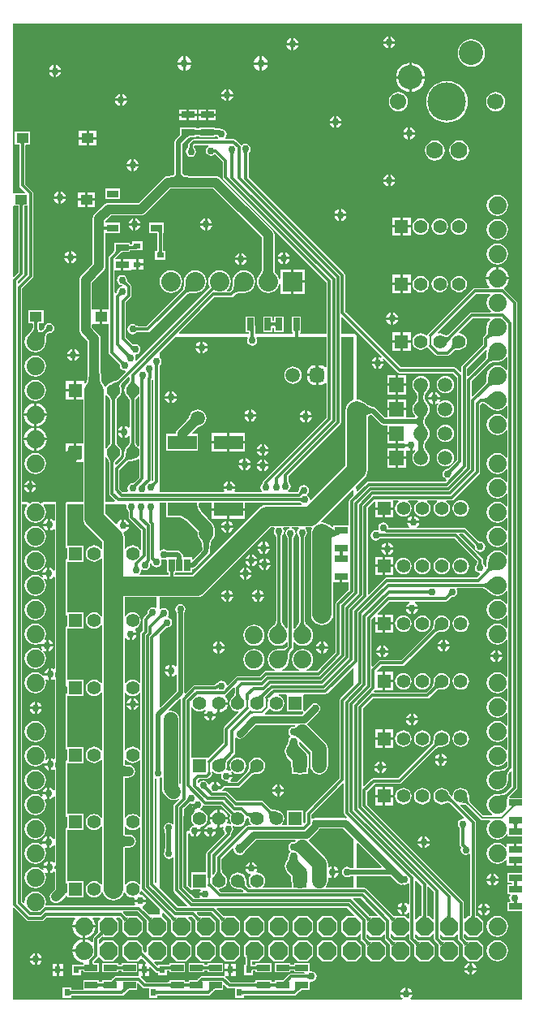
<source format=gtl>
G04 Layer_Physical_Order=1*
G04 Layer_Color=255*
%FSLAX24Y24*%
%MOIN*%
G70*
G01*
G75*
%ADD10R,0.0520X0.0260*%
%ADD11R,0.1190X0.0560*%
%ADD12R,0.0500X0.0300*%
%ADD13R,0.0512X0.0394*%
%ADD14R,0.0260X0.0520*%
%ADD15R,0.0300X0.0240*%
%ADD16R,0.0240X0.0300*%
%ADD17R,0.0250X0.0500*%
%ADD18C,0.0118*%
%ADD19C,0.0591*%
%ADD20C,0.0276*%
%ADD21C,0.0295*%
%ADD22C,0.0079*%
%ADD23C,0.0787*%
%ADD24C,0.0197*%
%ADD25C,0.0394*%
%ADD26C,0.0551*%
%ADD27C,0.0551*%
%ADD28R,0.0551X0.0551*%
%ADD29C,0.1000*%
%ADD30C,0.0700*%
%ADD31C,0.1580*%
%ADD32C,0.0670*%
%ADD33C,0.0669*%
%ADD34C,0.0800*%
%ADD35R,0.0800X0.0800*%
G04:AMPARAMS|DCode=36|XSize=59.1mil|YSize=59.1mil|CornerRadius=14.8mil|HoleSize=0mil|Usage=FLASHONLY|Rotation=0.000|XOffset=0mil|YOffset=0mil|HoleType=Round|Shape=RoundedRectangle|*
%AMROUNDEDRECTD36*
21,1,0.0591,0.0295,0,0,0.0*
21,1,0.0295,0.0591,0,0,0.0*
1,1,0.0295,0.0148,-0.0148*
1,1,0.0295,-0.0148,-0.0148*
1,1,0.0295,-0.0148,0.0148*
1,1,0.0295,0.0148,0.0148*
%
%ADD36ROUNDEDRECTD36*%
%ADD37C,0.0591*%
%ADD38C,0.0740*%
%ADD39P,0.0801X8X22.5*%
%ADD40R,0.0591X0.0591*%
%ADD41C,0.0300*%
%ADD42C,0.0295*%
%ADD43C,0.0394*%
G36*
X-12188Y20462D02*
X-12190Y20468D01*
X-12196Y20473D01*
X-12206Y20477D01*
X-12219Y20481D01*
X-12237Y20485D01*
X-12259Y20487D01*
X-12313Y20491D01*
X-12409Y20485D01*
X-12426Y20481D01*
X-12440Y20477D01*
X-12450Y20473D01*
X-12456Y20468D01*
X-12458Y20462D01*
Y20719D01*
X-12456Y20714D01*
X-12450Y20708D01*
X-12440Y20704D01*
X-12426Y20700D01*
X-12409Y20697D01*
X-12387Y20694D01*
X-12333Y20690D01*
X-12237Y20697D01*
X-12219Y20700D01*
X-12206Y20704D01*
X-12196Y20708D01*
X-12190Y20714D01*
X-12188Y20719D01*
Y20462D01*
D02*
G37*
G36*
X-11668Y20714D02*
X-11662Y20708D01*
X-11653Y20704D01*
X-11639Y20700D01*
X-11621Y20697D01*
X-11599Y20694D01*
X-11544Y20690D01*
X-11473Y20689D01*
Y20673D01*
X-11381Y20653D01*
X-11473Y20497D01*
Y20492D01*
X-11476Y20492D01*
X-11483Y20481D01*
X-11484Y20483D01*
X-11487Y20485D01*
X-11492Y20486D01*
X-11499Y20488D01*
X-11507Y20489D01*
X-11526Y20491D01*
X-11621Y20485D01*
X-11639Y20481D01*
X-11653Y20477D01*
X-11662Y20473D01*
X-11668Y20468D01*
X-11670Y20462D01*
Y20719D01*
X-11668Y20714D01*
D02*
G37*
G36*
X-12567Y20462D02*
X-12588Y20467D01*
X-12611Y20468D01*
X-12635Y20465D01*
X-12660Y20457D01*
X-12688Y20445D01*
X-12716Y20429D01*
X-12746Y20409D01*
X-12778Y20385D01*
X-12811Y20356D01*
X-12845Y20323D01*
X-13115Y20332D01*
X-13070Y20378D01*
X-13001Y20458D01*
X-12976Y20492D01*
X-12959Y20522D01*
X-12949Y20548D01*
X-12945Y20570D01*
X-12948Y20587D01*
X-12958Y20601D01*
X-12975Y20610D01*
X-12567Y20462D01*
D02*
G37*
G36*
X-12265Y20423D02*
X-12249Y20421D01*
Y20401D01*
X-12197D01*
X-12188Y20397D01*
X-12179Y20401D01*
X-12171D01*
X-12167Y20400D01*
X-12167Y20401D01*
X-11692D01*
X-11691Y20400D01*
X-11687Y20401D01*
X-11679D01*
X-11670Y20397D01*
X-11661Y20401D01*
X-11609D01*
Y20420D01*
X-11531Y20425D01*
X-11492Y20368D01*
X-11506Y20318D01*
X-12480D01*
X-12480Y20318D01*
X-12527Y20309D01*
X-12566Y20283D01*
X-12566Y20283D01*
X-12684Y20165D01*
X-12711Y20125D01*
X-12720Y20079D01*
X-12720Y20079D01*
Y20035D01*
X-12722Y20029D01*
X-12723Y20016D01*
X-12724Y20007D01*
X-12725Y19998D01*
X-12727Y19990D01*
X-12729Y19983D01*
X-12732Y19976D01*
X-12735Y19970D01*
X-12739Y19965D01*
X-12743Y19960D01*
X-12749Y19953D01*
X-12751Y19949D01*
X-12794Y19884D01*
X-12810Y19803D01*
X-12794Y19722D01*
X-12748Y19653D01*
X-12679Y19608D01*
X-12598Y19591D01*
X-12517Y19608D01*
X-12449Y19653D01*
X-12403Y19722D01*
X-12387Y19803D01*
X-12403Y19884D01*
X-12446Y19949D01*
X-12448Y19953D01*
X-12454Y19960D01*
X-12458Y19965D01*
X-12462Y19970D01*
X-12465Y19976D01*
X-12467Y19983D01*
X-12470Y19990D01*
X-12472Y19998D01*
X-12473Y20007D01*
X-12474Y20016D01*
X-12474Y20029D01*
X-12475Y20030D01*
X-12430Y20075D01*
X-11887D01*
X-11872Y20025D01*
X-11921Y19992D01*
X-11967Y19924D01*
X-11983Y19843D01*
X-11967Y19762D01*
X-11921Y19693D01*
X-11853Y19647D01*
X-11772Y19631D01*
X-11691Y19647D01*
X-11622Y19693D01*
X-11599Y19695D01*
X-11294Y19390D01*
Y18755D01*
X-11294Y18755D01*
X-11284Y18709D01*
X-11258Y18669D01*
X-7032Y14443D01*
Y12325D01*
X-8072D01*
X-8104Y12368D01*
X-8104Y12371D01*
X-8091Y12397D01*
X-8072D01*
Y13037D01*
X-8452D01*
Y12397D01*
X-8433D01*
X-8420Y12371D01*
X-8420Y12368D01*
X-8452Y12325D01*
X-9874Y12325D01*
X-9891Y12322D01*
X-9907Y12320D01*
X-9909Y12320D01*
X-9912Y12321D01*
X-9930Y12329D01*
X-9940Y12336D01*
X-9955Y12353D01*
X-9956Y12401D01*
X-9957Y12403D01*
X-9956Y12405D01*
X-9957Y12418D01*
Y12632D01*
X-9967Y12679D01*
X-9973Y12688D01*
Y13037D01*
X-10353D01*
Y12397D01*
X-10220D01*
X-10209Y12347D01*
X-10219Y12336D01*
X-10231Y12327D01*
X-10248Y12320D01*
X-10250Y12320D01*
X-10266Y12322D01*
X-10283Y12325D01*
X-13080Y12325D01*
X-13099Y12371D01*
X-11642Y13828D01*
X-10944D01*
X-10944Y13828D01*
X-10898Y13837D01*
X-10858Y13864D01*
X-10796Y13926D01*
X-10791Y13928D01*
X-10773Y13943D01*
X-10755Y13954D01*
X-10732Y13965D01*
X-10704Y13975D01*
X-10670Y13984D01*
X-10632Y13991D01*
X-10589Y13997D01*
X-10487Y14003D01*
X-10429Y14004D01*
X-10426Y14005D01*
X-10425Y14005D01*
X-10305Y14020D01*
X-10193Y14067D01*
X-10097Y14140D01*
X-10023Y14237D01*
X-9977Y14348D01*
X-9961Y14468D01*
X-9977Y14589D01*
X-10023Y14700D01*
X-10097Y14797D01*
X-10193Y14870D01*
X-10305Y14917D01*
X-10425Y14932D01*
X-10545Y14917D01*
X-10657Y14870D01*
X-10753Y14797D01*
X-10827Y14700D01*
X-10873Y14589D01*
X-10889Y14468D01*
X-10889Y14467D01*
X-10890Y14465D01*
X-10890Y14407D01*
X-10897Y14305D01*
X-10902Y14262D01*
X-10910Y14223D01*
X-10919Y14190D01*
X-10929Y14162D01*
X-10940Y14138D01*
X-10951Y14120D01*
X-10966Y14103D01*
X-10967Y14098D01*
X-10995Y14071D01*
X-11110D01*
X-11126Y14118D01*
X-11097Y14140D01*
X-11023Y14237D01*
X-10977Y14348D01*
X-10961Y14468D01*
X-10977Y14589D01*
X-11023Y14700D01*
X-11097Y14797D01*
X-11193Y14870D01*
X-11305Y14917D01*
X-11425Y14932D01*
X-11545Y14917D01*
X-11657Y14870D01*
X-11753Y14797D01*
X-11827Y14700D01*
X-11873Y14589D01*
X-11889Y14468D01*
X-11873Y14348D01*
X-11828Y14238D01*
X-14854Y11212D01*
X-14892Y11244D01*
X-14883Y11258D01*
X-14867Y11339D01*
X-14883Y11420D01*
X-14892Y11432D01*
X-14889Y11446D01*
X-14866Y11484D01*
X-14801Y11497D01*
X-14732Y11543D01*
X-14686Y11612D01*
X-14670Y11693D01*
X-14686Y11774D01*
X-14732Y11843D01*
X-14801Y11888D01*
X-14882Y11905D01*
X-14955Y11890D01*
X-14960Y11890D01*
X-14966Y11888D01*
X-14968Y11888D01*
X-14969Y11888D01*
X-14971Y11888D01*
X-14973Y11889D01*
X-14976Y11890D01*
X-14981Y11892D01*
X-14986Y11896D01*
X-14993Y11901D01*
X-15002Y11910D01*
X-15008Y11912D01*
X-15272Y12176D01*
Y13611D01*
X-15072Y13812D01*
X-15045Y13851D01*
X-15036Y13898D01*
X-15036Y13898D01*
Y14252D01*
X-15036Y14252D01*
X-15045Y14298D01*
X-15072Y14338D01*
X-15072Y14338D01*
X-15183Y14450D01*
X-15186Y14456D01*
X-15194Y14465D01*
X-15201Y14472D01*
X-15206Y14480D01*
X-15210Y14487D01*
X-15213Y14493D01*
X-15216Y14500D01*
X-15218Y14506D01*
X-15219Y14512D01*
X-15220Y14519D01*
X-15221Y14528D01*
X-15222Y14532D01*
X-15237Y14609D01*
X-15283Y14677D01*
X-15352Y14723D01*
X-15433Y14739D01*
X-15514Y14723D01*
X-15583Y14677D01*
X-15629Y14609D01*
X-15645Y14528D01*
X-15629Y14447D01*
X-15583Y14378D01*
X-15514Y14332D01*
X-15438Y14317D01*
X-15434Y14315D01*
X-15433Y14314D01*
X-15443Y14265D01*
X-15514Y14251D01*
X-15583Y14205D01*
X-15629Y14136D01*
X-15644Y14060D01*
X-15646Y14056D01*
X-15646Y14046D01*
X-15647Y14040D01*
X-15648Y14034D01*
X-15650Y14027D01*
X-15653Y14021D01*
X-15656Y14014D01*
X-15660Y14007D01*
X-15666Y14000D01*
X-15672Y13992D01*
X-15680Y13983D01*
X-15696Y13982D01*
X-15745Y14023D01*
Y14922D01*
X-15483D01*
Y15152D01*
Y15382D01*
X-15681D01*
X-15701Y15432D01*
X-15523Y15610D01*
X-15517Y15612D01*
X-15502Y15627D01*
X-15488Y15639D01*
X-15474Y15649D01*
X-15461Y15658D01*
X-15449Y15665D01*
X-15437Y15670D01*
X-15426Y15674D01*
X-15415Y15677D01*
X-15405Y15679D01*
X-15391Y15679D01*
X-15386Y15682D01*
X-15113D01*
Y15741D01*
X-15112Y15742D01*
X-15103Y15744D01*
X-15091Y15746D01*
X-15075Y15747D01*
X-15056Y15748D01*
X-14979Y15748D01*
X-14951Y15748D01*
X-14950Y15748D01*
X-14950Y15747D01*
X-14942Y15750D01*
X-14860D01*
X-14860Y15750D01*
X-14856Y15751D01*
X-14591D01*
Y16111D01*
X-15011D01*
Y16003D01*
X-15011Y16003D01*
X-15013Y16002D01*
X-15021Y16000D01*
X-15033Y15998D01*
X-15049Y15996D01*
X-15062Y15996D01*
X-15075Y15996D01*
X-15091Y15998D01*
X-15103Y16000D01*
X-15112Y16002D01*
X-15113Y16003D01*
Y16062D01*
X-15753D01*
Y15754D01*
X-15757Y15746D01*
X-15757Y15739D01*
X-15757Y15735D01*
X-15758Y15732D01*
X-15759Y15729D01*
X-15761Y15725D01*
X-15762Y15722D01*
X-15765Y15718D01*
X-15767Y15714D01*
X-15771Y15710D01*
X-15776Y15704D01*
X-15778Y15698D01*
X-15952Y15525D01*
X-15978Y15485D01*
X-15988Y15439D01*
X-15988Y15439D01*
Y13328D01*
X-16249D01*
Y13032D01*
Y12735D01*
X-15988D01*
Y11575D01*
X-15988Y11575D01*
X-15978Y11528D01*
X-15952Y11489D01*
X-15565Y11102D01*
X-15562Y11096D01*
X-15554Y11086D01*
X-15547Y11079D01*
X-15542Y11072D01*
X-15538Y11065D01*
X-15535Y11058D01*
X-15532Y11051D01*
X-15530Y11045D01*
X-15529Y11039D01*
X-15528Y11032D01*
X-15527Y11023D01*
X-15526Y11019D01*
X-15511Y10943D01*
X-15465Y10874D01*
X-15396Y10828D01*
X-15323Y10813D01*
X-15297Y10768D01*
X-15627Y10439D01*
X-15632Y10437D01*
X-15644Y10427D01*
X-15655Y10418D01*
X-15670Y10409D01*
X-15713Y10388D01*
X-15736Y10379D01*
X-15833Y10348D01*
X-15871Y10338D01*
X-15875Y10335D01*
X-15875Y10335D01*
X-15957Y10301D01*
X-16027Y10247D01*
X-16081Y10177D01*
X-16090Y10154D01*
X-16144D01*
X-16179Y10237D01*
X-16242Y10319D01*
X-16242Y10322D01*
X-16254Y10339D01*
X-16263Y10366D01*
X-16273Y10407D01*
X-16312Y10992D01*
X-16313Y11137D01*
X-16316Y11143D01*
Y12126D01*
X-16325Y12193D01*
X-16350Y12256D01*
X-16392Y12309D01*
X-16670Y12588D01*
Y12691D01*
X-16655Y12735D01*
X-16349D01*
Y13032D01*
Y13328D01*
X-16655D01*
X-16670Y13372D01*
Y14420D01*
X-16195Y14896D01*
X-16154Y14949D01*
X-16128Y15012D01*
X-16119Y15079D01*
Y16463D01*
X-15511D01*
Y16883D01*
X-16119D01*
Y16940D01*
X-15877Y17182D01*
X-14646D01*
X-14579Y17191D01*
X-14516Y17217D01*
X-14462Y17258D01*
X-13436Y18284D01*
X-13122D01*
X-13117Y18282D01*
X-13112Y18283D01*
X-13107Y18282D01*
X-13102Y18284D01*
X-11682D01*
X-9684Y16286D01*
Y15065D01*
X-9687Y15059D01*
X-9690Y14979D01*
X-9694Y14946D01*
X-9699Y14915D01*
X-9705Y14888D01*
X-9713Y14864D01*
X-9722Y14843D01*
X-9731Y14826D01*
X-9741Y14812D01*
X-9754Y14797D01*
X-9754Y14795D01*
X-9827Y14700D01*
X-9873Y14589D01*
X-9889Y14468D01*
X-9873Y14348D01*
X-9827Y14237D01*
X-9753Y14140D01*
X-9657Y14067D01*
X-9545Y14020D01*
X-9425Y14005D01*
X-9305Y14020D01*
X-9193Y14067D01*
X-9097Y14140D01*
X-9023Y14237D01*
X-8977Y14348D01*
X-8975Y14362D01*
X-8925Y14359D01*
Y13968D01*
X-8475D01*
Y14468D01*
Y14969D01*
X-8925D01*
Y14578D01*
X-8975Y14575D01*
X-8977Y14589D01*
X-9023Y14700D01*
X-9096Y14795D01*
X-9097Y14797D01*
X-9110Y14812D01*
X-9120Y14826D01*
X-9129Y14843D01*
X-9137Y14864D01*
X-9145Y14888D01*
X-9151Y14915D01*
X-9156Y14945D01*
X-9163Y15017D01*
X-9163Y15058D01*
X-9166Y15064D01*
Y16394D01*
X-9175Y16461D01*
X-9201Y16523D01*
X-9242Y16577D01*
X-11392Y18726D01*
X-11445Y18768D01*
X-11508Y18794D01*
X-11575Y18802D01*
X-12607D01*
X-12611Y18805D01*
X-12614Y18804D01*
X-12616Y18805D01*
X-12689Y18807D01*
X-12752Y18813D01*
X-12805Y18821D01*
X-12849Y18833D01*
X-12884Y18848D01*
X-12909Y18863D01*
X-12927Y18879D01*
X-12937Y18895D01*
X-12946Y19036D01*
X-12947Y19108D01*
X-12949Y19112D01*
Y20130D01*
X-12805Y20274D01*
X-12801Y20275D01*
X-12801Y20276D01*
X-12800Y20276D01*
X-12767Y20308D01*
X-12736Y20334D01*
X-12708Y20357D01*
X-12682Y20374D01*
X-12659Y20387D01*
X-12638Y20396D01*
X-12623Y20401D01*
X-12590D01*
X-12583Y20399D01*
X-12571Y20401D01*
X-12479D01*
X-12479Y20400D01*
X-12475Y20401D01*
X-12467D01*
X-12458Y20397D01*
X-12449Y20401D01*
X-12397D01*
Y20420D01*
X-12313Y20426D01*
X-12265Y20423D01*
D02*
G37*
G36*
X-19421Y20157D02*
X-19431Y20154D01*
X-19440Y20148D01*
X-19447Y20140D01*
X-19454Y20129D01*
X-19459Y20116D01*
X-19463Y20101D01*
X-19466Y20083D01*
X-19468Y20063D01*
X-19468Y20041D01*
X-19587D01*
X-19587Y20063D01*
X-19589Y20083D01*
X-19592Y20101D01*
X-19596Y20116D01*
X-19601Y20129D01*
X-19608Y20140D01*
X-19616Y20148D01*
X-19624Y20154D01*
X-19634Y20157D01*
X-19646Y20159D01*
X-19409D01*
X-19421Y20157D01*
D02*
G37*
G36*
X-12539Y20012D02*
X-12538Y19998D01*
X-12535Y19985D01*
X-12532Y19972D01*
X-12528Y19960D01*
X-12523Y19948D01*
X-12518Y19937D01*
X-12511Y19927D01*
X-12503Y19918D01*
X-12495Y19909D01*
X-12702D01*
X-12693Y19918D01*
X-12686Y19927D01*
X-12679Y19937D01*
X-12673Y19948D01*
X-12669Y19960D01*
X-12665Y19972D01*
X-12661Y19985D01*
X-12659Y19998D01*
X-12658Y20012D01*
X-12657Y20027D01*
X-12539D01*
X-12539Y20012D01*
D02*
G37*
G36*
X-10259Y19807D02*
X-10267Y19797D01*
X-10274Y19787D01*
X-10279Y19776D01*
X-10284Y19764D01*
X-10288Y19752D01*
X-10291Y19740D01*
X-10294Y19726D01*
X-10295Y19712D01*
X-10295Y19697D01*
X-10413D01*
X-10414Y19712D01*
X-10415Y19726D01*
X-10417Y19740D01*
X-10420Y19752D01*
X-10424Y19764D01*
X-10429Y19776D01*
X-10435Y19787D01*
X-10442Y19797D01*
X-10449Y19807D01*
X-10458Y19816D01*
X-10251D01*
X-10259Y19807D01*
D02*
G37*
G36*
X-10811Y19767D02*
X-10818Y19758D01*
X-10825Y19748D01*
X-10831Y19737D01*
X-10835Y19725D01*
X-10839Y19713D01*
X-10842Y19700D01*
X-10845Y19687D01*
X-10846Y19673D01*
X-10846Y19658D01*
X-10965D01*
X-10965Y19673D01*
X-10966Y19687D01*
X-10969Y19700D01*
X-10972Y19713D01*
X-10976Y19725D01*
X-10981Y19737D01*
X-10986Y19748D01*
X-10993Y19758D01*
X-11000Y19767D01*
X-11009Y19776D01*
X-10802D01*
X-10811Y19767D01*
D02*
G37*
G36*
X-13011Y19034D02*
X-13001Y18881D01*
X-12996Y18866D01*
X-12976Y18837D01*
X-12949Y18811D01*
X-12913Y18789D01*
X-12870Y18772D01*
X-12819Y18758D01*
X-12760Y18748D01*
X-12693Y18742D01*
X-12618Y18740D01*
X-13110Y18346D01*
X-13543Y18740D01*
X-13480Y18742D01*
X-13423Y18748D01*
X-13373Y18758D01*
X-13329Y18772D01*
X-13292Y18789D01*
X-13262Y18811D01*
X-13239Y18837D01*
X-13222Y18866D01*
X-13214Y18893D01*
X-13209Y19034D01*
X-13209Y19107D01*
X-13012D01*
X-13011Y19034D01*
D02*
G37*
G36*
X-19460Y17638D02*
X-19470Y17634D01*
X-19479Y17628D01*
X-19487Y17620D01*
X-19493Y17609D01*
X-19498Y17596D01*
X-19503Y17581D01*
X-19506Y17563D01*
X-19507Y17543D01*
X-19508Y17521D01*
X-19626D01*
X-19627Y17543D01*
X-19628Y17563D01*
X-19631Y17581D01*
X-19635Y17596D01*
X-19641Y17609D01*
X-19647Y17620D01*
X-19655Y17628D01*
X-19664Y17634D01*
X-19674Y17638D01*
X-19685Y17639D01*
X-19449D01*
X-19460Y17638D01*
D02*
G37*
G36*
X-16069Y16555D02*
X-16070Y16566D01*
X-16074Y16576D01*
X-16080Y16585D01*
X-16088Y16593D01*
X-16099Y16599D01*
X-16112Y16604D01*
X-16127Y16608D01*
X-16145Y16611D01*
X-16165Y16613D01*
X-16188Y16614D01*
Y16732D01*
X-16165Y16732D01*
X-16145Y16734D01*
X-16127Y16737D01*
X-16112Y16741D01*
X-16099Y16747D01*
X-16088Y16753D01*
X-16080Y16761D01*
X-16074Y16770D01*
X-16070Y16780D01*
X-16069Y16791D01*
Y16555D01*
D02*
G37*
G36*
X-14950Y15812D02*
X-14951Y15812D01*
X-14979Y15813D01*
X-15057Y15813D01*
X-15079Y15812D01*
X-15099Y15810D01*
X-15117Y15807D01*
X-15133Y15803D01*
X-15146Y15798D01*
X-15156Y15791D01*
X-15165Y15784D01*
X-15171Y15775D01*
X-15174Y15765D01*
X-15175Y15754D01*
Y15990D01*
X-15174Y15979D01*
X-15171Y15969D01*
X-15165Y15960D01*
X-15156Y15952D01*
X-15146Y15946D01*
X-15133Y15940D01*
X-15117Y15936D01*
X-15099Y15933D01*
X-15079Y15931D01*
X-15062Y15931D01*
X-15045Y15931D01*
X-15025Y15933D01*
X-15007Y15936D01*
X-14992Y15940D01*
X-14979Y15946D01*
X-14968Y15952D01*
X-14960Y15960D01*
X-14954Y15969D01*
X-14951Y15979D01*
X-14950Y15990D01*
Y15812D01*
D02*
G37*
G36*
X-15411Y15743D02*
X-15428Y15741D01*
X-15445Y15736D01*
X-15461Y15731D01*
X-15478Y15723D01*
X-15495Y15714D01*
X-15511Y15703D01*
X-15528Y15690D01*
X-15545Y15676D01*
X-15562Y15659D01*
X-15729D01*
X-15722Y15667D01*
X-15716Y15675D01*
X-15710Y15683D01*
X-15705Y15691D01*
X-15701Y15699D01*
X-15698Y15707D01*
X-15695Y15716D01*
X-15693Y15725D01*
X-15692Y15734D01*
X-15692Y15743D01*
X-15395Y15744D01*
X-15411Y15743D01*
D02*
G37*
G36*
X-9228Y15014D02*
X-9221Y14937D01*
X-9215Y14902D01*
X-9208Y14871D01*
X-9198Y14842D01*
X-9188Y14816D01*
X-9175Y14792D01*
X-9161Y14772D01*
X-9145Y14754D01*
X-9705D01*
X-9689Y14772D01*
X-9675Y14792D01*
X-9663Y14816D01*
X-9652Y14842D01*
X-9643Y14871D01*
X-9635Y14902D01*
X-9630Y14937D01*
X-9625Y14974D01*
X-9622Y15057D01*
X-9228D01*
X-9228Y15014D01*
D02*
G37*
G36*
X-19698Y17578D02*
X-19697Y17576D01*
X-19695Y17567D01*
X-19693Y17555D01*
X-19691Y17540D01*
X-19691Y17519D01*
X-19688Y17513D01*
Y14853D01*
X-19880Y14662D01*
X-19926Y14681D01*
Y17561D01*
X-19883Y17578D01*
Y17578D01*
X-19698D01*
X-19698Y17578D01*
D02*
G37*
G36*
X-19313Y14747D02*
X-19675Y14386D01*
X-19721Y14405D01*
Y14477D01*
X-19481Y14717D01*
X-19481Y14717D01*
X-19455Y14757D01*
X-19446Y14803D01*
X-19446Y14803D01*
Y17513D01*
X-19443Y17519D01*
X-19442Y17540D01*
X-19441Y17555D01*
X-19439Y17567D01*
X-19437Y17576D01*
X-19436Y17578D01*
X-19436Y17578D01*
X-19313D01*
Y14747D01*
D02*
G37*
G36*
X-15285Y14514D02*
X-15284Y14502D01*
X-15281Y14490D01*
X-15277Y14478D01*
X-15273Y14466D01*
X-15267Y14455D01*
X-15260Y14444D01*
X-15252Y14433D01*
X-15243Y14422D01*
X-15233Y14411D01*
X-15317Y14327D01*
X-15327Y14338D01*
X-15338Y14347D01*
X-15349Y14354D01*
X-15360Y14361D01*
X-15372Y14367D01*
X-15383Y14372D01*
X-15395Y14375D01*
X-15407Y14378D01*
X-15419Y14380D01*
X-15432Y14380D01*
X-15285Y14526D01*
X-15285Y14514D01*
D02*
G37*
G36*
X-10429Y14069D02*
X-10489Y14068D01*
X-10595Y14062D01*
X-10642Y14055D01*
X-10685Y14047D01*
X-10723Y14037D01*
X-10757Y14025D01*
X-10787Y14011D01*
X-10812Y13995D01*
X-10833Y13977D01*
X-10916Y14061D01*
X-10899Y14082D01*
X-10883Y14107D01*
X-10869Y14137D01*
X-10857Y14171D01*
X-10846Y14209D01*
X-10838Y14251D01*
X-10832Y14298D01*
X-10826Y14405D01*
X-10825Y14464D01*
X-10429Y14069D01*
D02*
G37*
G36*
X-15435Y13907D02*
X-15447Y13907D01*
X-15459Y13906D01*
X-15471Y13903D01*
X-15483Y13899D01*
X-15494Y13895D01*
X-15506Y13889D01*
X-15517Y13882D01*
X-15528Y13874D01*
X-15539Y13865D01*
X-15550Y13855D01*
X-15633Y13939D01*
X-15623Y13949D01*
X-15614Y13960D01*
X-15606Y13971D01*
X-15599Y13982D01*
X-15593Y13994D01*
X-15589Y14005D01*
X-15585Y14017D01*
X-15583Y14029D01*
X-15581Y14041D01*
X-15581Y14054D01*
X-15435Y13907D01*
D02*
G37*
G36*
X-289Y13920D02*
X-307Y13907D01*
X-376Y13817D01*
X-419Y13712D01*
X-434Y13600D01*
X-419Y13488D01*
X-376Y13383D01*
X-307Y13293D01*
X-264Y13260D01*
X-281Y13210D01*
X-1052D01*
X-1052Y13210D01*
X-1098Y13201D01*
X-1138Y13175D01*
X-1138Y13175D01*
X-2023Y12289D01*
X-2024Y12289D01*
X-2025Y12288D01*
X-2029Y12283D01*
X-2035Y12281D01*
X-2050Y12268D01*
X-2061Y12260D01*
X-2071Y12256D01*
X-2080Y12253D01*
X-2089Y12252D01*
X-2100Y12253D01*
X-2111Y12255D01*
X-2125Y12261D01*
X-2141Y12269D01*
X-2162Y12283D01*
X-2162Y12283D01*
X-2162Y12283D01*
X-2172Y12285D01*
X-2193Y12301D01*
X-2275Y12335D01*
X-2362Y12346D01*
X-2419Y12339D01*
X-2442Y12386D01*
X-861Y13968D01*
X-305D01*
X-289Y13920D01*
D02*
G37*
G36*
X-8155Y12458D02*
X-8165Y12454D01*
X-8174Y12448D01*
X-8182Y12440D01*
X-8188Y12429D01*
X-8194Y12416D01*
X-8198Y12400D01*
X-8201Y12383D01*
X-8202Y12362D01*
X-8203Y12340D01*
X-8321D01*
X-8322Y12362D01*
X-8323Y12383D01*
X-8326Y12400D01*
X-8331Y12416D01*
X-8336Y12429D01*
X-8342Y12440D01*
X-8350Y12448D01*
X-8359Y12454D01*
X-8369Y12458D01*
X-8380Y12459D01*
X-8144D01*
X-8155Y12458D01*
D02*
G37*
G36*
X-10034Y12458D02*
X-10032Y12457D01*
X-10029Y12453D01*
X-10027Y12447D01*
X-10025Y12439D01*
X-10023Y12428D01*
X-10021Y12400D01*
X-10020Y12340D01*
X-10138D01*
X-10138Y12362D01*
X-10140Y12382D01*
X-10143Y12400D01*
X-10147Y12416D01*
X-10153Y12429D01*
X-10159Y12440D01*
X-10167Y12448D01*
X-10176Y12454D01*
X-10186Y12458D01*
X-10197Y12459D01*
X-10034Y12458D01*
D02*
G37*
G36*
X-1931Y12126D02*
X-1951Y12105D01*
X-2010Y12037D01*
X-2030Y12011D01*
X-2106Y11899D01*
X-2125Y11867D01*
X-2198Y12229D01*
X-2175Y12214D01*
X-2152Y12202D01*
X-2130Y12193D01*
X-2109Y12188D01*
X-2088Y12187D01*
X-2068Y12189D01*
X-2048Y12195D01*
X-2029Y12204D01*
X-2010Y12216D01*
X-1992Y12233D01*
X-1931Y12126D01*
D02*
G37*
G36*
X-10019Y12256D02*
X-10018Y12242D01*
X-10016Y12229D01*
X-10013Y12216D01*
X-10009Y12204D01*
X-10004Y12192D01*
X-9998Y12182D01*
X-9991Y12171D01*
X-9984Y12162D01*
X-9975Y12153D01*
X-10182D01*
X-10174Y12162D01*
X-10166Y12171D01*
X-10159Y12182D01*
X-10154Y12192D01*
X-10149Y12204D01*
X-10145Y12216D01*
X-10142Y12229D01*
X-10140Y12242D01*
X-10138Y12256D01*
X-10138Y12271D01*
X-10020D01*
X-10019Y12256D01*
D02*
G37*
G36*
X-4Y12230D02*
X-58Y12230D01*
X-155Y12223D01*
X-197Y12217D01*
X-236Y12210D01*
X-271Y12200D01*
X-302Y12189D01*
X-330Y12175D01*
X-354Y12160D01*
X-373Y12143D01*
X-457Y12227D01*
X-440Y12246D01*
X-425Y12270D01*
X-411Y12298D01*
X-400Y12329D01*
X-390Y12364D01*
X-383Y12403D01*
X-377Y12445D01*
X-370Y12542D01*
X-370Y12596D01*
X-4Y12230D01*
D02*
G37*
G36*
X-2715Y12201D02*
X-2715Y12197D01*
X-2716Y12182D01*
X-2717Y12082D01*
X-2795D01*
X-2798Y12202D01*
X-2714D01*
X-2715Y12201D01*
D02*
G37*
G36*
X-2714Y11885D02*
X-2798D01*
X-2797Y11887D01*
X-2797Y11891D01*
X-2796Y11906D01*
X-2795Y12006D01*
X-2717D01*
X-2714Y11885D01*
D02*
G37*
G36*
X-1578Y11732D02*
X-1614Y11732D01*
X-1680Y11726D01*
X-1710Y11721D01*
X-1737Y11715D01*
X-1762Y11707D01*
X-1785Y11697D01*
X-1806Y11686D01*
X-1824Y11673D01*
X-1840Y11659D01*
X-1924Y11742D01*
X-1910Y11759D01*
X-1897Y11777D01*
X-1886Y11798D01*
X-1876Y11821D01*
X-1868Y11846D01*
X-1861Y11873D01*
X-1856Y11903D01*
X-1853Y11935D01*
X-1850Y12005D01*
X-1578Y11732D01*
D02*
G37*
G36*
X-15035Y11852D02*
X-15025Y11843D01*
X-15014Y11836D01*
X-15003Y11830D01*
X-14992Y11826D01*
X-14981Y11824D01*
X-14971Y11823D01*
X-14960Y11823D01*
X-14949Y11825D01*
X-14939Y11829D01*
X-15019Y11639D01*
X-15023Y11648D01*
X-15028Y11658D01*
X-15040Y11678D01*
X-15047Y11688D01*
X-15063Y11709D01*
X-15071Y11719D01*
X-15091Y11740D01*
X-15046Y11862D01*
X-15035Y11852D01*
D02*
G37*
G36*
X-15185Y11529D02*
X-15174Y11520D01*
X-15163Y11512D01*
X-15151Y11505D01*
X-15140Y11499D01*
X-15128Y11494D01*
X-15117Y11491D01*
X-15105Y11488D01*
X-15093Y11487D01*
X-15080Y11486D01*
X-15226Y11340D01*
X-15227Y11352D01*
X-15228Y11365D01*
X-15231Y11376D01*
X-15234Y11388D01*
X-15239Y11400D01*
X-15245Y11411D01*
X-15252Y11422D01*
X-15260Y11434D01*
X-15269Y11444D01*
X-15279Y11455D01*
X-15195Y11539D01*
X-15185Y11529D01*
D02*
G37*
G36*
X-4738Y11377D02*
X-4770Y11338D01*
X-4825Y11375D01*
X-4871Y11384D01*
Y11192D01*
X-4679D01*
X-4688Y11238D01*
X-4725Y11293D01*
X-4686Y11325D01*
X-4102Y10741D01*
X-4102Y10741D01*
X-4062Y10715D01*
X-4016Y10705D01*
X-1824D01*
X-1659Y10540D01*
Y7135D01*
X-1839Y6955D01*
X-1877Y6988D01*
X-1855Y7016D01*
X-1824Y7057D01*
X-1788Y7143D01*
X-1776Y7236D01*
X-1788Y7329D01*
X-1824Y7415D01*
X-1880Y7490D01*
X-1955Y7547D01*
X-2041Y7582D01*
X-2134Y7595D01*
X-2227Y7582D01*
X-2313Y7547D01*
X-2387Y7490D01*
X-2444Y7415D01*
X-2480Y7329D01*
X-2492Y7236D01*
X-2480Y7143D01*
X-2444Y7057D01*
X-2387Y6983D01*
X-2313Y6926D01*
X-2227Y6890D01*
X-2134Y6878D01*
X-2041Y6890D01*
X-1955Y6926D01*
X-1885Y6979D01*
X-1852Y6941D01*
X-1969Y6824D01*
X-1975Y6822D01*
X-1984Y6814D01*
X-1992Y6807D01*
X-1999Y6802D01*
X-2006Y6798D01*
X-2013Y6794D01*
X-2019Y6792D01*
X-2026Y6790D01*
X-2032Y6788D01*
X-2039Y6788D01*
X-2048Y6787D01*
X-2052Y6786D01*
X-2128Y6770D01*
X-2197Y6725D01*
X-2243Y6656D01*
X-2259Y6575D01*
X-2243Y6494D01*
X-2197Y6425D01*
X-2128Y6379D01*
X-2104Y6374D01*
X-2088Y6320D01*
X-2145Y6263D01*
X-5291D01*
X-5291Y6263D01*
X-5338Y6254D01*
X-5377Y6228D01*
X-5377Y6228D01*
X-5739Y5866D01*
X-5785Y5885D01*
Y5902D01*
X-5790Y5927D01*
X-5794Y5948D01*
X-5820Y5987D01*
X-5826Y6043D01*
X-5823Y6049D01*
X-5464Y6409D01*
X-5391Y6503D01*
X-5345Y6614D01*
X-5330Y6732D01*
Y8929D01*
X-5311Y8941D01*
X-5270Y8963D01*
X-5231Y8980D01*
X-5197Y8994D01*
X-5174Y9001D01*
X-4795Y8622D01*
X-4743Y8587D01*
X-4681Y8575D01*
X-4529D01*
Y8286D01*
X-4134D01*
Y8236D01*
X-4084D01*
Y7841D01*
X-3818D01*
X-3790Y7806D01*
X-3543D01*
Y7756D01*
X-3493D01*
Y7513D01*
X-3447Y7523D01*
X-3397Y7556D01*
X-3363Y7518D01*
X-3369Y7512D01*
X-3388Y7492D01*
X-3390Y7486D01*
X-3444Y7415D01*
X-3480Y7329D01*
X-3492Y7236D01*
X-3480Y7143D01*
X-3444Y7057D01*
X-3387Y6983D01*
X-3313Y6926D01*
X-3227Y6890D01*
X-3134Y6878D01*
X-3041Y6890D01*
X-2955Y6926D01*
X-2880Y6983D01*
X-2824Y7057D01*
X-2788Y7143D01*
X-2776Y7236D01*
X-2788Y7329D01*
X-2824Y7415D01*
X-2878Y7486D01*
X-2880Y7492D01*
X-2899Y7512D01*
X-2915Y7530D01*
X-2928Y7549D01*
X-2939Y7568D01*
X-2949Y7588D01*
X-2957Y7607D01*
X-2963Y7627D01*
X-2967Y7648D01*
X-2970Y7670D01*
X-2971Y7694D01*
X-2972Y7698D01*
Y7774D01*
X-2971Y7778D01*
X-2970Y7803D01*
X-2967Y7824D01*
X-2963Y7845D01*
X-2957Y7865D01*
X-2949Y7885D01*
X-2939Y7904D01*
X-2928Y7923D01*
X-2915Y7942D01*
X-2899Y7961D01*
X-2880Y7981D01*
X-2878Y7986D01*
X-2824Y8057D01*
X-2788Y8143D01*
X-2776Y8236D01*
X-2788Y8329D01*
X-2824Y8415D01*
X-2878Y8486D01*
X-2880Y8492D01*
X-2899Y8512D01*
X-2915Y8530D01*
X-2928Y8549D01*
X-2939Y8568D01*
X-2949Y8588D01*
X-2957Y8607D01*
X-2963Y8627D01*
X-2967Y8648D01*
X-2970Y8670D01*
X-2971Y8694D01*
X-2972Y8698D01*
Y8723D01*
X-2972Y8723D01*
X-2972Y8726D01*
Y8746D01*
X-2972Y8749D01*
X-2972Y8750D01*
Y8774D01*
X-2971Y8778D01*
X-2970Y8803D01*
X-2967Y8824D01*
X-2963Y8845D01*
X-2957Y8865D01*
X-2949Y8885D01*
X-2939Y8904D01*
X-2928Y8923D01*
X-2915Y8942D01*
X-2899Y8961D01*
X-2880Y8981D01*
X-2878Y8986D01*
X-2824Y9057D01*
X-2788Y9143D01*
X-2776Y9236D01*
X-2788Y9329D01*
X-2824Y9415D01*
X-2878Y9486D01*
X-2880Y9492D01*
X-2899Y9512D01*
X-2915Y9530D01*
X-2928Y9549D01*
X-2939Y9568D01*
X-2949Y9588D01*
X-2957Y9607D01*
X-2963Y9627D01*
X-2967Y9648D01*
X-2970Y9670D01*
X-2971Y9694D01*
X-2972Y9698D01*
Y9774D01*
X-2971Y9778D01*
X-2970Y9803D01*
X-2967Y9824D01*
X-2963Y9845D01*
X-2957Y9865D01*
X-2949Y9885D01*
X-2939Y9904D01*
X-2928Y9923D01*
X-2915Y9942D01*
X-2899Y9961D01*
X-2880Y9981D01*
X-2878Y9986D01*
X-2824Y10057D01*
X-2788Y10143D01*
X-2776Y10236D01*
X-2788Y10329D01*
X-2824Y10415D01*
X-2880Y10490D01*
X-2955Y10547D01*
X-3041Y10582D01*
X-3134Y10595D01*
X-3227Y10582D01*
X-3313Y10547D01*
X-3387Y10490D01*
X-3444Y10415D01*
X-3480Y10329D01*
X-3492Y10236D01*
X-3480Y10143D01*
X-3444Y10057D01*
X-3390Y9986D01*
X-3388Y9981D01*
X-3369Y9961D01*
X-3353Y9942D01*
X-3340Y9923D01*
X-3328Y9904D01*
X-3319Y9885D01*
X-3311Y9865D01*
X-3305Y9845D01*
X-3301Y9824D01*
X-3298Y9803D01*
X-3297Y9778D01*
X-3295Y9774D01*
Y9698D01*
X-3297Y9694D01*
X-3298Y9670D01*
X-3301Y9648D01*
X-3305Y9627D01*
X-3311Y9607D01*
X-3319Y9588D01*
X-3328Y9568D01*
X-3340Y9549D01*
X-3353Y9530D01*
X-3369Y9512D01*
X-3388Y9492D01*
X-3390Y9486D01*
X-3444Y9415D01*
X-3480Y9329D01*
X-3492Y9236D01*
X-3480Y9143D01*
X-3444Y9057D01*
X-3390Y8986D01*
X-3388Y8981D01*
X-3369Y8961D01*
X-3368Y8958D01*
X-3372Y8923D01*
X-3375Y8917D01*
X-3387Y8903D01*
X-3399Y8901D01*
X-3433Y8899D01*
X-3436Y8898D01*
X-3739D01*
Y9186D01*
X-4529D01*
Y8898D01*
X-4614D01*
X-5004Y9287D01*
X-5056Y9322D01*
X-5105Y9332D01*
X-5113Y9336D01*
X-5140Y9338D01*
X-5166Y9343D01*
X-5197Y9353D01*
X-5231Y9366D01*
X-5270Y9384D01*
X-5310Y9406D01*
X-5458Y9501D01*
X-5513Y9541D01*
X-5525Y9543D01*
X-5559Y9570D01*
X-5669Y9615D01*
X-5785Y9631D01*
X-5785Y12205D01*
X-5794Y12251D01*
X-5820Y12290D01*
X-5859Y12316D01*
X-5906Y12325D01*
X-6433D01*
Y13007D01*
X-6387Y13026D01*
X-4738Y11377D01*
D02*
G37*
G36*
X409Y11345D02*
Y10855D01*
X359Y10838D01*
X307Y10907D01*
X217Y10976D01*
X112Y11019D01*
X0Y11034D01*
X-112Y11019D01*
X-217Y10976D01*
X-307Y10907D01*
X-376Y10817D01*
X-419Y10712D01*
X-434Y10600D01*
X-434Y10600D01*
X-435Y10597D01*
X-435Y10545D01*
X-441Y10452D01*
X-447Y10414D01*
X-454Y10379D01*
X-462Y10349D01*
X-471Y10323D01*
X-482Y10302D01*
X-492Y10285D01*
X-506Y10269D01*
X-508Y10264D01*
X-1014Y9758D01*
X-1060Y9777D01*
Y10369D01*
X-336Y11092D01*
X-331Y11094D01*
X-315Y11108D01*
X-298Y11118D01*
X-277Y11129D01*
X-251Y11138D01*
X-221Y11146D01*
X-186Y11153D01*
X-148Y11159D01*
X-55Y11165D01*
X-3Y11165D01*
X-0Y11166D01*
X0Y11166D01*
X112Y11181D01*
X217Y11224D01*
X307Y11293D01*
X359Y11362D01*
X409Y11345D01*
D02*
G37*
G36*
X-4Y11230D02*
X-58Y11230D01*
X-155Y11223D01*
X-197Y11217D01*
X-236Y11210D01*
X-271Y11200D01*
X-302Y11189D01*
X-330Y11175D01*
X-354Y11160D01*
X-373Y11143D01*
X-457Y11227D01*
X-440Y11246D01*
X-425Y11270D01*
X-411Y11298D01*
X-400Y11329D01*
X-390Y11364D01*
X-383Y11403D01*
X-377Y11445D01*
X-370Y11542D01*
X-370Y11596D01*
X-4Y11230D01*
D02*
G37*
G36*
X-15421Y11214D02*
X-15410Y11205D01*
X-15399Y11197D01*
X-15388Y11190D01*
X-15376Y11184D01*
X-15365Y11179D01*
X-15353Y11176D01*
X-15341Y11173D01*
X-15329Y11172D01*
X-15316Y11171D01*
X-15463Y11025D01*
X-15463Y11037D01*
X-15464Y11050D01*
X-15467Y11062D01*
X-15471Y11073D01*
X-15475Y11085D01*
X-15481Y11096D01*
X-15488Y11108D01*
X-15496Y11119D01*
X-15505Y11129D01*
X-15515Y11140D01*
X-15432Y11224D01*
X-15421Y11214D01*
D02*
G37*
G36*
X-10283Y12205D02*
X-10257Y12155D01*
X-10274Y12128D01*
X-10290Y12047D01*
X-10274Y11966D01*
X-10228Y11898D01*
X-10160Y11852D01*
X-10079Y11836D01*
X-9998Y11852D01*
X-9929Y11898D01*
X-9883Y11966D01*
X-9867Y12047D01*
X-9883Y12128D01*
X-9901Y12155D01*
X-9874Y12205D01*
X-7032Y12205D01*
Y10974D01*
X-7082Y10960D01*
X-7157Y11011D01*
X-7254Y11030D01*
X-7342D01*
X-7342Y11021D01*
X-7340Y11000D01*
X-7337Y10983D01*
X-7333Y10967D01*
X-7328Y10954D01*
X-7321Y10943D01*
X-7314Y10935D01*
X-7305Y10929D01*
X-7295Y10925D01*
X-7283Y10924D01*
X-7352D01*
Y10630D01*
Y10230D01*
X-7254D01*
X-7157Y10249D01*
X-7082Y10299D01*
X-7032Y10286D01*
Y8880D01*
X-9613Y6298D01*
X-9640Y6259D01*
X-9649Y6212D01*
X-9649Y6212D01*
Y6192D01*
X-9677Y6173D01*
X-9723Y6105D01*
X-9739Y6024D01*
X-9723Y5943D01*
X-9681Y5880D01*
X-9695Y5830D01*
X-10795D01*
X-10822Y5880D01*
X-10790Y5927D01*
X-10781Y5974D01*
X-11266D01*
X-11257Y5927D01*
X-11226Y5880D01*
X-11252Y5830D01*
X-13898D01*
Y6243D01*
X-13894Y6260D01*
X-13894Y6260D01*
Y10949D01*
X-13892Y10955D01*
X-13891Y10968D01*
X-13890Y10978D01*
X-13889Y10986D01*
X-13887Y10994D01*
X-13885Y11002D01*
X-13882Y11008D01*
X-13879Y11014D01*
X-13875Y11019D01*
X-13871Y11024D01*
X-13865Y11031D01*
X-13863Y11035D01*
X-13820Y11100D01*
X-13804Y11181D01*
X-13820Y11262D01*
X-13866Y11331D01*
X-13898Y11352D01*
Y11573D01*
X-13265Y12205D01*
X-10283Y12205D01*
D02*
G37*
G36*
X-13921Y11067D02*
X-13928Y11057D01*
X-13935Y11047D01*
X-13941Y11036D01*
X-13946Y11024D01*
X-13950Y11012D01*
X-13953Y10999D01*
X-13955Y10986D01*
X-13956Y10972D01*
X-13957Y10957D01*
X-14075D01*
X-14075Y10972D01*
X-14077Y10986D01*
X-14079Y10999D01*
X-14082Y11012D01*
X-14086Y11024D01*
X-14091Y11036D01*
X-14096Y11047D01*
X-14103Y11057D01*
X-14111Y11067D01*
X-14119Y11076D01*
X-13912D01*
X-13921Y11067D01*
D02*
G37*
G36*
X-14214Y10813D02*
X-14220Y10803D01*
X-14225Y10791D01*
X-14229Y10780D01*
X-14233Y10768D01*
X-14236Y10755D01*
X-14238Y10742D01*
X-14240Y10728D01*
X-14241Y10699D01*
X-14359Y10672D01*
X-14360Y10687D01*
X-14361Y10701D01*
X-14364Y10714D01*
X-14367Y10726D01*
X-14372Y10738D01*
X-14378Y10748D01*
X-14384Y10758D01*
X-14392Y10766D01*
X-14400Y10774D01*
X-14410Y10781D01*
X-14208Y10824D01*
X-14214Y10813D01*
D02*
G37*
G36*
X-429Y11637D02*
X-434Y11600D01*
X-434Y11600D01*
X-435Y11597D01*
X-435Y11545D01*
X-441Y11452D01*
X-447Y11414D01*
X-454Y11379D01*
X-462Y11349D01*
X-471Y11323D01*
X-482Y11302D01*
X-492Y11285D01*
X-506Y11269D01*
X-508Y11264D01*
X-1192Y10580D01*
X-1238Y10599D01*
Y10899D01*
X-476Y11660D01*
X-429Y11637D01*
D02*
G37*
G36*
X-14495Y10501D02*
X-14504Y10495D01*
X-14513Y10488D01*
X-14521Y10479D01*
X-14528Y10470D01*
X-14533Y10460D01*
X-14538Y10449D01*
X-14542Y10437D01*
X-14544Y10424D01*
X-14546Y10410D01*
X-14546Y10395D01*
X-14664Y10430D01*
X-14665Y10445D01*
X-14667Y10473D01*
X-14669Y10486D01*
X-14675Y10511D01*
X-14679Y10523D01*
X-14683Y10534D01*
X-14689Y10545D01*
X-14694Y10555D01*
X-14495Y10501D01*
D02*
G37*
G36*
X-16377Y10990D02*
X-16338Y10397D01*
X-16326Y10346D01*
X-16312Y10309D01*
X-16296Y10286D01*
X-16853D01*
X-16838Y10309D01*
X-16824Y10346D01*
X-16812Y10397D01*
X-16801Y10462D01*
X-16785Y10632D01*
X-16772Y10990D01*
X-16772Y11136D01*
X-16378D01*
X-16377Y10990D01*
D02*
G37*
G36*
X-14940Y10421D02*
X-14936Y10399D01*
X-14929Y10376D01*
X-14920Y10353D01*
X-14907Y10330D01*
X-14893Y10306D01*
X-14875Y10281D01*
X-14855Y10256D01*
X-14807Y10205D01*
X-15193D01*
X-15167Y10231D01*
X-15125Y10281D01*
X-15107Y10306D01*
X-15093Y10330D01*
X-15080Y10353D01*
X-15071Y10376D01*
X-15064Y10399D01*
X-15060Y10421D01*
X-15059Y10443D01*
X-14941D01*
X-14940Y10421D01*
D02*
G37*
G36*
X-4Y10230D02*
X-58Y10230D01*
X-155Y10223D01*
X-197Y10217D01*
X-236Y10210D01*
X-271Y10200D01*
X-302Y10189D01*
X-330Y10175D01*
X-354Y10160D01*
X-373Y10143D01*
X-457Y10227D01*
X-440Y10246D01*
X-425Y10270D01*
X-411Y10298D01*
X-400Y10329D01*
X-390Y10364D01*
X-383Y10403D01*
X-377Y10445D01*
X-370Y10542D01*
X-370Y10596D01*
X-4Y10230D01*
D02*
G37*
G36*
X-15483Y10327D02*
X-15498Y10310D01*
X-15511Y10291D01*
X-15521Y10270D01*
X-15529Y10248D01*
X-15534Y10224D01*
X-15537Y10198D01*
X-15537Y10171D01*
X-15534Y10143D01*
X-15529Y10112D01*
X-15521Y10080D01*
X-15854Y10275D01*
X-15815Y10286D01*
X-15714Y10318D01*
X-15686Y10329D01*
X-15639Y10352D01*
X-15619Y10364D01*
X-15603Y10376D01*
X-15589Y10388D01*
X-15483Y10327D01*
D02*
G37*
G36*
X-2948Y10004D02*
X-2966Y9982D01*
X-2982Y9959D01*
X-2996Y9935D01*
X-3008Y9911D01*
X-3018Y9886D01*
X-3026Y9861D01*
X-3031Y9835D01*
X-3034Y9808D01*
X-3035Y9781D01*
X-3232D01*
X-3233Y9808D01*
X-3237Y9835D01*
X-3242Y9861D01*
X-3250Y9886D01*
X-3259Y9911D01*
X-3271Y9935D01*
X-3285Y9959D01*
X-3302Y9982D01*
X-3320Y10004D01*
X-3341Y10025D01*
X-2927D01*
X-2948Y10004D01*
D02*
G37*
G36*
X-14833Y9785D02*
X-14875Y9735D01*
X-14893Y9710D01*
X-14907Y9686D01*
X-14920Y9663D01*
X-14929Y9640D01*
X-14936Y9617D01*
X-14940Y9595D01*
X-14941Y9574D01*
X-15059D01*
X-15060Y9595D01*
X-15064Y9617D01*
X-15071Y9640D01*
X-15080Y9663D01*
X-15093Y9686D01*
X-15107Y9710D01*
X-15125Y9735D01*
X-15145Y9760D01*
X-15193Y9811D01*
X-14807D01*
X-14833Y9785D01*
D02*
G37*
G36*
X-15620D02*
X-15663Y9735D01*
X-15680Y9710D01*
X-15695Y9686D01*
X-15707Y9663D01*
X-15716Y9640D01*
X-15723Y9617D01*
X-15727Y9595D01*
X-15728Y9574D01*
X-15846D01*
X-15848Y9595D01*
X-15852Y9617D01*
X-15859Y9640D01*
X-15868Y9663D01*
X-15880Y9686D01*
X-15895Y9710D01*
X-15912Y9735D01*
X-15932Y9760D01*
X-15980Y9811D01*
X-15595D01*
X-15620Y9785D01*
D02*
G37*
G36*
X-3034Y9664D02*
X-3031Y9638D01*
X-3026Y9612D01*
X-3018Y9586D01*
X-3008Y9561D01*
X-2996Y9537D01*
X-2982Y9514D01*
X-2966Y9491D01*
X-2948Y9469D01*
X-2927Y9447D01*
X-3341D01*
X-3320Y9469D01*
X-3302Y9491D01*
X-3285Y9514D01*
X-3271Y9537D01*
X-3259Y9561D01*
X-3250Y9586D01*
X-3242Y9612D01*
X-3237Y9638D01*
X-3233Y9664D01*
X-3232Y9692D01*
X-3035D01*
X-3034Y9664D01*
D02*
G37*
G36*
X-5495Y9447D02*
X-5343Y9350D01*
X-5299Y9326D01*
X-5257Y9306D01*
X-5218Y9291D01*
X-5182Y9280D01*
X-5148Y9274D01*
X-5118Y9272D01*
Y9075D01*
X-5148Y9073D01*
X-5182Y9066D01*
X-5218Y9055D01*
X-5257Y9040D01*
X-5299Y9021D01*
X-5343Y8997D01*
X-5441Y8936D01*
X-5551Y8858D01*
Y8990D01*
X-5555Y8987D01*
X-5577Y8967D01*
Y9380D01*
X-5555Y9359D01*
X-5551Y9356D01*
Y9488D01*
X-5495Y9447D01*
D02*
G37*
G36*
X-264Y9341D02*
X-303Y9379D01*
X-376Y9443D01*
X-410Y9469D01*
X-443Y9491D01*
X-475Y9509D01*
X-505Y9523D01*
X-534Y9533D01*
X-561Y9539D01*
X-587Y9541D01*
Y9659D01*
X-561Y9661D01*
X-534Y9667D01*
X-505Y9677D01*
X-475Y9691D01*
X-443Y9709D01*
X-410Y9731D01*
X-376Y9757D01*
X-303Y9821D01*
X-264Y9859D01*
Y9341D01*
D02*
G37*
G36*
X-592Y9476D02*
X-571Y9475D01*
X-551Y9470D01*
X-529Y9463D01*
X-504Y9451D01*
X-477Y9436D01*
X-448Y9416D01*
X-417Y9393D01*
X-347Y9331D01*
X-310Y9295D01*
X-307Y9294D01*
X-307Y9293D01*
X-217Y9224D01*
X-112Y9181D01*
X0Y9166D01*
X112Y9181D01*
X217Y9224D01*
X307Y9293D01*
X359Y9362D01*
X409Y9345D01*
Y8855D01*
X359Y8838D01*
X307Y8907D01*
X217Y8976D01*
X112Y9019D01*
X0Y9034D01*
X-112Y9019D01*
X-217Y8976D01*
X-307Y8907D01*
X-376Y8817D01*
X-419Y8712D01*
X-434Y8600D01*
X-419Y8488D01*
X-376Y8383D01*
X-307Y8293D01*
X-217Y8224D01*
X-112Y8181D01*
X0Y8166D01*
X112Y8181D01*
X217Y8224D01*
X307Y8293D01*
X359Y8362D01*
X409Y8345D01*
Y7255D01*
X359Y7238D01*
X307Y7307D01*
X217Y7376D01*
X112Y7419D01*
X0Y7434D01*
X-112Y7419D01*
X-217Y7376D01*
X-307Y7307D01*
X-376Y7217D01*
X-419Y7112D01*
X-434Y7000D01*
X-419Y6888D01*
X-376Y6783D01*
X-307Y6693D01*
X-217Y6624D01*
X-112Y6581D01*
X0Y6566D01*
X112Y6581D01*
X217Y6624D01*
X307Y6693D01*
X359Y6762D01*
X409Y6745D01*
Y6255D01*
X359Y6238D01*
X307Y6307D01*
X217Y6376D01*
X112Y6419D01*
X0Y6434D01*
X-112Y6419D01*
X-217Y6376D01*
X-307Y6307D01*
X-376Y6217D01*
X-419Y6112D01*
X-434Y6000D01*
X-419Y5888D01*
X-376Y5783D01*
X-307Y5693D01*
X-217Y5624D01*
X-112Y5581D01*
X0Y5566D01*
X112Y5581D01*
X217Y5624D01*
X307Y5693D01*
X359Y5762D01*
X409Y5745D01*
Y5255D01*
X359Y5238D01*
X307Y5307D01*
X217Y5376D01*
X112Y5419D01*
X0Y5434D01*
X-112Y5419D01*
X-217Y5376D01*
X-307Y5307D01*
X-376Y5217D01*
X-419Y5112D01*
X-434Y5000D01*
X-419Y4888D01*
X-376Y4783D01*
X-307Y4693D01*
X-217Y4624D01*
X-112Y4581D01*
X0Y4566D01*
X112Y4581D01*
X217Y4624D01*
X307Y4693D01*
X359Y4762D01*
X409Y4745D01*
Y4255D01*
X359Y4238D01*
X307Y4307D01*
X217Y4376D01*
X112Y4419D01*
X0Y4434D01*
X-112Y4419D01*
X-217Y4376D01*
X-307Y4307D01*
X-376Y4217D01*
X-419Y4112D01*
X-434Y4000D01*
X-419Y3888D01*
X-376Y3783D01*
X-307Y3693D01*
X-217Y3624D01*
X-112Y3581D01*
X0Y3566D01*
X112Y3581D01*
X217Y3624D01*
X307Y3693D01*
X359Y3762D01*
X409Y3745D01*
Y3255D01*
X359Y3238D01*
X307Y3307D01*
X217Y3376D01*
X112Y3419D01*
X0Y3434D01*
X-112Y3419D01*
X-217Y3376D01*
X-307Y3307D01*
X-376Y3217D01*
X-419Y3112D01*
X-434Y3000D01*
X-434Y3000D01*
X-435Y2997D01*
X-435Y2945D01*
X-441Y2852D01*
X-447Y2814D01*
X-454Y2779D01*
X-456Y2769D01*
X-508Y2771D01*
X-513Y2798D01*
X-556Y2862D01*
X-558Y2866D01*
X-564Y2873D01*
X-568Y2878D01*
X-572Y2884D01*
X-575Y2890D01*
X-578Y2896D01*
X-580Y2903D01*
X-582Y2911D01*
X-583Y2920D01*
X-584Y2930D01*
X-585Y2942D01*
X-587Y2948D01*
Y3031D01*
X-587Y3031D01*
X-597Y3078D01*
X-623Y3117D01*
X-623Y3117D01*
X-1571Y4066D01*
X-1552Y4112D01*
X-1409D01*
X-958Y3661D01*
X-956Y3655D01*
X-947Y3646D01*
X-941Y3638D01*
X-936Y3631D01*
X-932Y3624D01*
X-928Y3617D01*
X-926Y3611D01*
X-924Y3604D01*
X-922Y3598D01*
X-922Y3591D01*
X-921Y3582D01*
X-919Y3578D01*
X-904Y3502D01*
X-858Y3433D01*
X-790Y3387D01*
X-709Y3371D01*
X-628Y3387D01*
X-559Y3433D01*
X-513Y3502D01*
X-497Y3583D01*
X-513Y3664D01*
X-559Y3732D01*
X-628Y3778D01*
X-704Y3793D01*
X-708Y3795D01*
X-717Y3796D01*
X-724Y3796D01*
X-730Y3798D01*
X-736Y3800D01*
X-743Y3802D01*
X-750Y3806D01*
X-757Y3810D01*
X-764Y3815D01*
X-772Y3821D01*
X-781Y3830D01*
X-787Y3832D01*
X-1273Y4319D01*
X-1313Y4345D01*
X-1359Y4355D01*
X-1359Y4355D01*
X-3305D01*
X-3321Y4405D01*
X-3286Y4428D01*
X-3231Y4510D01*
X-3222Y4556D01*
X-3707D01*
X-3698Y4510D01*
X-3643Y4428D01*
X-3608Y4405D01*
X-3624Y4355D01*
X-4461D01*
X-4473Y4370D01*
X-4489Y4451D01*
X-4535Y4520D01*
X-4604Y4566D01*
X-4685Y4582D01*
X-4766Y4566D01*
X-4835Y4520D01*
X-4881Y4451D01*
X-4897Y4370D01*
X-4881Y4289D01*
X-4876Y4282D01*
X-4912Y4246D01*
X-4919Y4251D01*
X-5000Y4267D01*
X-5081Y4251D01*
X-5150Y4205D01*
X-5196Y4136D01*
X-5212Y4055D01*
X-5196Y3974D01*
X-5150Y3905D01*
X-5081Y3860D01*
X-5000Y3843D01*
X-4919Y3860D01*
X-4854Y3903D01*
X-4850Y3904D01*
X-4843Y3911D01*
X-4838Y3915D01*
X-4833Y3918D01*
X-4827Y3921D01*
X-4820Y3924D01*
X-4813Y3926D01*
X-4805Y3928D01*
X-4797Y3930D01*
X-4787Y3931D01*
X-4774Y3931D01*
X-4768Y3934D01*
X-1783D01*
X-830Y2981D01*
Y2948D01*
X-833Y2942D01*
X-833Y2930D01*
X-834Y2920D01*
X-835Y2911D01*
X-837Y2903D01*
X-840Y2896D01*
X-842Y2890D01*
X-846Y2884D01*
X-849Y2878D01*
X-853Y2873D01*
X-859Y2866D01*
X-861Y2862D01*
X-904Y2798D01*
X-920Y2717D01*
X-904Y2636D01*
X-858Y2567D01*
X-790Y2521D01*
X-733Y2510D01*
X-715Y2456D01*
X-846Y2326D01*
X-4543D01*
X-4543Y2326D01*
X-4590Y2317D01*
X-4629Y2291D01*
X-4629Y2291D01*
X-5282Y1637D01*
X-5329Y1656D01*
Y5177D01*
X-5073Y5433D01*
X-5027Y5413D01*
Y5206D01*
X-4276D01*
Y5486D01*
X-4067D01*
X-4050Y5436D01*
X-4103Y5395D01*
X-4157Y5325D01*
X-4191Y5244D01*
X-4202Y5156D01*
X-4191Y5068D01*
X-4157Y4987D01*
X-4103Y4917D01*
X-4033Y4863D01*
X-3952Y4829D01*
X-3864Y4818D01*
X-3776Y4829D01*
X-3695Y4863D01*
X-3625Y4917D01*
X-3571Y4987D01*
X-3537Y5068D01*
X-3525Y5156D01*
X-3537Y5244D01*
X-3571Y5325D01*
X-3625Y5395D01*
X-3678Y5436D01*
X-3661Y5486D01*
X-3280D01*
X-3263Y5436D01*
X-3316Y5395D01*
X-3370Y5325D01*
X-3403Y5244D01*
X-3415Y5156D01*
X-3403Y5068D01*
X-3370Y4987D01*
X-3316Y4917D01*
X-3246Y4863D01*
X-3164Y4829D01*
X-3077Y4818D01*
X-2989Y4829D01*
X-2907Y4863D01*
X-2837Y4917D01*
X-2783Y4987D01*
X-2750Y5068D01*
X-2738Y5156D01*
X-2750Y5244D01*
X-2783Y5325D01*
X-2837Y5395D01*
X-2890Y5436D01*
X-2873Y5486D01*
X-2493D01*
X-2476Y5436D01*
X-2528Y5395D01*
X-2582Y5325D01*
X-2616Y5244D01*
X-2628Y5156D01*
X-2616Y5068D01*
X-2582Y4987D01*
X-2528Y4917D01*
X-2458Y4863D01*
X-2377Y4829D01*
X-2289Y4818D01*
X-2202Y4829D01*
X-2120Y4863D01*
X-2050Y4917D01*
X-1996Y4987D01*
X-1962Y5068D01*
X-1951Y5156D01*
X-1962Y5244D01*
X-1996Y5325D01*
X-2050Y5395D01*
X-2103Y5436D01*
X-2086Y5486D01*
X-1873D01*
X-1873Y5486D01*
X-1826Y5495D01*
X-1787Y5522D01*
X-739Y6570D01*
X-739Y6570D01*
X-713Y6609D01*
X-703Y6655D01*
X-703Y6655D01*
Y9400D01*
X-625Y9479D01*
X-597D01*
X-592Y9476D01*
D02*
G37*
G36*
X-15121Y10535D02*
Y10452D01*
X-15124Y10447D01*
X-15125Y10429D01*
X-15128Y10414D01*
X-15132Y10398D01*
X-15140Y10381D01*
X-15149Y10362D01*
X-15161Y10342D01*
X-15176Y10321D01*
X-15216Y10275D01*
X-15239Y10250D01*
X-15242Y10244D01*
X-15293Y10177D01*
X-15327Y10096D01*
X-15339Y10008D01*
X-15327Y9920D01*
X-15293Y9839D01*
X-15243Y9773D01*
X-15240Y9767D01*
X-15194Y9717D01*
X-15177Y9696D01*
X-15161Y9674D01*
X-15149Y9654D01*
X-15140Y9636D01*
X-15132Y9618D01*
X-15128Y9602D01*
X-15125Y9587D01*
X-15124Y9569D01*
X-15121Y9564D01*
Y8490D01*
X-15169Y8476D01*
X-15176Y8486D01*
X-15258Y8540D01*
X-15304Y8550D01*
Y8307D01*
Y8065D01*
X-15258Y8074D01*
X-15176Y8129D01*
X-15169Y8138D01*
X-15121Y8124D01*
Y7893D01*
X-15124Y7888D01*
X-15125Y7870D01*
X-15128Y7855D01*
X-15132Y7839D01*
X-15140Y7821D01*
X-15149Y7803D01*
X-15161Y7783D01*
X-15176Y7762D01*
X-15216Y7716D01*
X-15239Y7691D01*
X-15242Y7685D01*
X-15293Y7618D01*
X-15327Y7537D01*
X-15338Y7454D01*
X-15341Y7448D01*
X-15343Y7380D01*
X-15346Y7353D01*
X-15350Y7327D01*
X-15356Y7304D01*
X-15362Y7284D01*
X-15369Y7267D01*
X-15377Y7252D01*
X-15386Y7240D01*
X-15398Y7226D01*
X-15400Y7221D01*
X-15645Y6975D01*
X-15675Y6974D01*
X-15706Y6986D01*
X-15715Y7004D01*
X-15713Y7023D01*
X-15711Y7037D01*
X-15706Y7051D01*
X-15699Y7066D01*
X-15689Y7082D01*
X-15677Y7098D01*
X-15662Y7114D01*
X-15644Y7131D01*
X-15623Y7148D01*
X-15597Y7167D01*
X-15590Y7177D01*
X-15548Y7210D01*
X-15494Y7280D01*
X-15460Y7361D01*
X-15449Y7449D01*
X-15460Y7537D01*
X-15494Y7618D01*
X-15545Y7684D01*
X-15547Y7690D01*
X-15594Y7740D01*
X-15611Y7761D01*
X-15626Y7783D01*
X-15638Y7803D01*
X-15648Y7821D01*
X-15655Y7839D01*
X-15660Y7855D01*
X-15662Y7870D01*
X-15664Y7888D01*
X-15666Y7893D01*
Y9564D01*
X-15664Y9569D01*
X-15662Y9587D01*
X-15660Y9602D01*
X-15655Y9618D01*
X-15648Y9636D01*
X-15638Y9654D01*
X-15626Y9674D01*
X-15611Y9695D01*
X-15572Y9741D01*
X-15548Y9766D01*
X-15546Y9772D01*
X-15494Y9839D01*
X-15460Y9920D01*
X-15449Y10008D01*
X-15459Y10088D01*
X-15458Y10095D01*
X-15465Y10125D01*
X-15470Y10151D01*
X-15472Y10174D01*
X-15472Y10195D01*
X-15470Y10214D01*
X-15466Y10230D01*
X-15461Y10245D01*
X-15455Y10258D01*
X-15447Y10270D01*
X-15434Y10284D01*
X-15433Y10289D01*
X-15429Y10293D01*
X-15427Y10295D01*
X-15427Y10295D01*
X-15168Y10554D01*
X-15121Y10535D01*
D02*
G37*
G36*
X-3228Y9025D02*
X-2927D01*
X-2948Y9004D01*
X-2966Y8982D01*
X-2982Y8959D01*
X-2996Y8935D01*
X-3008Y8911D01*
X-3018Y8886D01*
X-3026Y8861D01*
X-3031Y8835D01*
X-3034Y8808D01*
X-3035Y8781D01*
X-3065D01*
X-3035Y8736D01*
X-3065Y8692D01*
X-3035D01*
X-3034Y8664D01*
X-3031Y8638D01*
X-3026Y8612D01*
X-3018Y8586D01*
X-3008Y8561D01*
X-2996Y8537D01*
X-2982Y8514D01*
X-2966Y8491D01*
X-2948Y8469D01*
X-2927Y8447D01*
X-3228D01*
X-3232Y8441D01*
X-3233Y8447D01*
X-3341D01*
X-3320Y8469D01*
X-3302Y8491D01*
X-3285Y8514D01*
X-3271Y8537D01*
X-3260Y8560D01*
X-3264Y8567D01*
X-3282Y8589D01*
X-3303Y8606D01*
X-3329Y8620D01*
X-3358Y8630D01*
X-3392Y8636D01*
X-3429Y8638D01*
Y8835D01*
X-3392Y8837D01*
X-3358Y8843D01*
X-3329Y8852D01*
X-3303Y8866D01*
X-3282Y8884D01*
X-3264Y8906D01*
X-3260Y8912D01*
X-3271Y8935D01*
X-3285Y8959D01*
X-3302Y8982D01*
X-3320Y9004D01*
X-3341Y9025D01*
X-3233D01*
X-3232Y9031D01*
X-3228Y9025D01*
D02*
G37*
G36*
X-2948Y8004D02*
X-2966Y7982D01*
X-2982Y7959D01*
X-2996Y7935D01*
X-3008Y7911D01*
X-3018Y7886D01*
X-3026Y7861D01*
X-3031Y7835D01*
X-3034Y7808D01*
X-3035Y7781D01*
X-3232D01*
X-3233Y7808D01*
X-3237Y7835D01*
X-3242Y7861D01*
X-3250Y7886D01*
X-3259Y7911D01*
X-3271Y7935D01*
X-3285Y7959D01*
X-3302Y7982D01*
X-3320Y8004D01*
X-3341Y8025D01*
X-2927D01*
X-2948Y8004D01*
D02*
G37*
G36*
X-14727Y9729D02*
Y7728D01*
X-14777Y7708D01*
X-14806Y7740D01*
X-14824Y7761D01*
X-14839Y7783D01*
X-14851Y7803D01*
X-14860Y7821D01*
X-14868Y7839D01*
X-14872Y7855D01*
X-14875Y7870D01*
X-14876Y7888D01*
X-14879Y7893D01*
Y9564D01*
X-14876Y9569D01*
X-14875Y9587D01*
X-14872Y9602D01*
X-14868Y9618D01*
X-14860Y9636D01*
X-14851Y9654D01*
X-14839Y9674D01*
X-14824Y9695D01*
X-14785Y9741D01*
X-14777Y9749D01*
X-14727Y9729D01*
D02*
G37*
G36*
X-14940Y7862D02*
X-14936Y7840D01*
X-14929Y7817D01*
X-14920Y7794D01*
X-14907Y7771D01*
X-14893Y7747D01*
X-14875Y7722D01*
X-14855Y7697D01*
X-14807Y7646D01*
X-15193D01*
X-15167Y7672D01*
X-15125Y7722D01*
X-15107Y7747D01*
X-15093Y7771D01*
X-15080Y7794D01*
X-15071Y7817D01*
X-15064Y7840D01*
X-15060Y7862D01*
X-15059Y7884D01*
X-14941D01*
X-14940Y7862D01*
D02*
G37*
G36*
X-15727D02*
X-15723Y7840D01*
X-15716Y7817D01*
X-15707Y7794D01*
X-15695Y7771D01*
X-15680Y7747D01*
X-15663Y7722D01*
X-15643Y7697D01*
X-15595Y7646D01*
X-15980D01*
X-15955Y7672D01*
X-15912Y7722D01*
X-15895Y7747D01*
X-15880Y7771D01*
X-15868Y7794D01*
X-15859Y7817D01*
X-15852Y7840D01*
X-15848Y7862D01*
X-15846Y7884D01*
X-15728D01*
X-15727Y7862D01*
D02*
G37*
G36*
X-16030Y9773D02*
X-16028Y9767D01*
X-15981Y9717D01*
X-15964Y9696D01*
X-15949Y9674D01*
X-15937Y9654D01*
X-15927Y9636D01*
X-15920Y9618D01*
X-15915Y9602D01*
X-15912Y9587D01*
X-15911Y9569D01*
X-15909Y9564D01*
Y7893D01*
X-15911Y7888D01*
X-15912Y7870D01*
X-15915Y7855D01*
X-15920Y7839D01*
X-15927Y7821D01*
X-15937Y7803D01*
X-15949Y7783D01*
X-15963Y7762D01*
X-16003Y7716D01*
X-16027Y7691D01*
X-16029Y7685D01*
X-16067Y7636D01*
X-16117Y7653D01*
Y9804D01*
X-16067Y9821D01*
X-16030Y9773D01*
D02*
G37*
G36*
X-3034Y7664D02*
X-3031Y7638D01*
X-3026Y7612D01*
X-3018Y7586D01*
X-3008Y7561D01*
X-2996Y7537D01*
X-2982Y7514D01*
X-2966Y7491D01*
X-2948Y7469D01*
X-2927Y7447D01*
X-3341D01*
X-3320Y7469D01*
X-3302Y7491D01*
X-3285Y7514D01*
X-3271Y7537D01*
X-3259Y7561D01*
X-3250Y7586D01*
X-3242Y7612D01*
X-3237Y7638D01*
X-3233Y7664D01*
X-3232Y7692D01*
X-3035D01*
X-3034Y7664D01*
D02*
G37*
G36*
X-15003Y7173D02*
X-15039Y7173D01*
X-15105Y7168D01*
X-15135Y7163D01*
X-15162Y7156D01*
X-15187Y7148D01*
X-15210Y7138D01*
X-15231Y7127D01*
X-15249Y7114D01*
X-15266Y7100D01*
X-15349Y7183D01*
X-15335Y7200D01*
X-15322Y7218D01*
X-15311Y7239D01*
X-15301Y7262D01*
X-15293Y7287D01*
X-15286Y7314D01*
X-15281Y7344D01*
X-15278Y7376D01*
X-15276Y7446D01*
X-15003Y7173D01*
D02*
G37*
G36*
X-15634Y7220D02*
X-15662Y7200D01*
X-15687Y7180D01*
X-15708Y7160D01*
X-15727Y7139D01*
X-15743Y7118D01*
X-15756Y7097D01*
X-15766Y7075D01*
X-15774Y7053D01*
X-15778Y7031D01*
X-15779Y7008D01*
X-15898Y7031D01*
X-15899Y7051D01*
X-15902Y7072D01*
X-15908Y7094D01*
X-15916Y7118D01*
X-15927Y7143D01*
X-15939Y7170D01*
X-15972Y7228D01*
X-15991Y7259D01*
X-16013Y7291D01*
X-15634Y7220D01*
D02*
G37*
G36*
X-1847Y6691D02*
X-1857Y6681D01*
X-1866Y6670D01*
X-1874Y6659D01*
X-1881Y6647D01*
X-1887Y6636D01*
X-1892Y6624D01*
X-1895Y6613D01*
X-1898Y6601D01*
X-1899Y6589D01*
X-1900Y6576D01*
X-2046Y6722D01*
X-2033Y6723D01*
X-2021Y6724D01*
X-2009Y6727D01*
X-1998Y6731D01*
X-1986Y6735D01*
X-1975Y6741D01*
X-1963Y6748D01*
X-1952Y6756D01*
X-1941Y6765D01*
X-1931Y6775D01*
X-1847Y6691D01*
D02*
G37*
G36*
X-14137Y10443D02*
Y6338D01*
X-14175Y6304D01*
X-14209Y6322D01*
X-14209Y6322D01*
Y10437D01*
X-14187Y10462D01*
X-14137Y10443D01*
D02*
G37*
G36*
X-8641Y6272D02*
X-8640Y6258D01*
X-8638Y6245D01*
X-8635Y6232D01*
X-8631Y6220D01*
X-8626Y6208D01*
X-8620Y6197D01*
X-8613Y6187D01*
X-8606Y6177D01*
X-8597Y6168D01*
X-8804D01*
X-8796Y6177D01*
X-8788Y6187D01*
X-8782Y6197D01*
X-8776Y6208D01*
X-8771Y6220D01*
X-8767Y6232D01*
X-8764Y6245D01*
X-8762Y6258D01*
X-8760Y6272D01*
X-8760Y6287D01*
X-8642D01*
X-8641Y6272D01*
D02*
G37*
G36*
X-9035Y6233D02*
X-9034Y6219D01*
X-9031Y6205D01*
X-9028Y6193D01*
X-9024Y6180D01*
X-9019Y6169D01*
X-9014Y6158D01*
X-9007Y6148D01*
X-9000Y6138D01*
X-8991Y6129D01*
X-9198D01*
X-9189Y6138D01*
X-9182Y6148D01*
X-9175Y6158D01*
X-9169Y6169D01*
X-9165Y6180D01*
X-9161Y6193D01*
X-9158Y6205D01*
X-9155Y6219D01*
X-9154Y6233D01*
X-9154Y6248D01*
X-9035D01*
X-9035Y6233D01*
D02*
G37*
G36*
X-14434Y6135D02*
X-14444Y6125D01*
X-14453Y6114D01*
X-14460Y6103D01*
X-14466Y6092D01*
X-14470Y6081D01*
X-14473Y6070D01*
X-14474Y6059D01*
X-14474Y6048D01*
X-14472Y6037D01*
X-14469Y6026D01*
X-14655Y6115D01*
X-14645Y6119D01*
X-14635Y6123D01*
X-14624Y6129D01*
X-14603Y6142D01*
X-14593Y6149D01*
X-14572Y6166D01*
X-14561Y6175D01*
X-14551Y6186D01*
X-14434Y6135D01*
D02*
G37*
G36*
X-14052Y6140D02*
X-14062Y6129D01*
X-14071Y6119D01*
X-14079Y6108D01*
X-14086Y6096D01*
X-14092Y6085D01*
X-14096Y6073D01*
X-14100Y6061D01*
X-14102Y6050D01*
X-14104Y6037D01*
X-14104Y6025D01*
X-14250Y6171D01*
X-14238Y6172D01*
X-14226Y6173D01*
X-14214Y6176D01*
X-14202Y6179D01*
X-14191Y6184D01*
X-14179Y6190D01*
X-14168Y6197D01*
X-14157Y6205D01*
X-14146Y6214D01*
X-14135Y6224D01*
X-14052Y6140D01*
D02*
G37*
G36*
X-14800Y6101D02*
X-14810Y6090D01*
X-14819Y6079D01*
X-14827Y6068D01*
X-14834Y6057D01*
X-14840Y6046D01*
X-14844Y6034D01*
X-14848Y6022D01*
X-14850Y6010D01*
X-14852Y5998D01*
X-14852Y5986D01*
X-14999Y6132D01*
X-14986Y6132D01*
X-14974Y6134D01*
X-14962Y6136D01*
X-14950Y6140D01*
X-14939Y6145D01*
X-14927Y6150D01*
X-14916Y6157D01*
X-14905Y6165D01*
X-14894Y6174D01*
X-14883Y6184D01*
X-14800Y6101D01*
D02*
G37*
G36*
X-14727Y7176D02*
Y6429D01*
X-14922Y6234D01*
X-14928Y6232D01*
X-14937Y6223D01*
X-14945Y6217D01*
X-14952Y6212D01*
X-14959Y6207D01*
X-14966Y6204D01*
X-14972Y6201D01*
X-14979Y6199D01*
X-14985Y6198D01*
X-14991Y6197D01*
X-15001Y6197D01*
X-15005Y6195D01*
X-15081Y6180D01*
X-15150Y6134D01*
X-15196Y6065D01*
X-15212Y5984D01*
X-15196Y5903D01*
X-15180Y5880D01*
X-15207Y5830D01*
X-15406D01*
X-15539Y5963D01*
Y6738D01*
X-15228Y7049D01*
X-15223Y7051D01*
X-15209Y7063D01*
X-15197Y7072D01*
X-15182Y7080D01*
X-15165Y7087D01*
X-15145Y7093D01*
X-15122Y7099D01*
X-15097Y7103D01*
X-15036Y7108D01*
X-15002Y7108D01*
X-14996Y7111D01*
X-14912Y7122D01*
X-14831Y7156D01*
X-14777Y7197D01*
X-14727Y7176D01*
D02*
G37*
G36*
X-7954Y5760D02*
X-7967Y5760D01*
X-7979Y5758D01*
X-7991Y5756D01*
X-8002Y5752D01*
X-8014Y5747D01*
X-8025Y5742D01*
X-8037Y5735D01*
X-8048Y5727D01*
X-8059Y5718D01*
X-8069Y5708D01*
X-8153Y5791D01*
X-8143Y5802D01*
X-8134Y5813D01*
X-8126Y5824D01*
X-8119Y5835D01*
X-8113Y5846D01*
X-8108Y5858D01*
X-8105Y5870D01*
X-8102Y5882D01*
X-8101Y5894D01*
X-8100Y5906D01*
X-7954Y5760D01*
D02*
G37*
G36*
X-5906Y12205D02*
X-5906Y9615D01*
X-5906Y9615D01*
X-6016Y9570D01*
X-6111Y9497D01*
X-6184Y9402D01*
X-6229Y9292D01*
X-6245Y9173D01*
Y6922D01*
X-7662Y5504D01*
X-7709Y5528D01*
X-7723Y5598D01*
X-7769Y5667D01*
X-7809Y5694D01*
Y5754D01*
X-7803Y5758D01*
X-7757Y5827D01*
X-7741Y5908D01*
X-7757Y5989D01*
X-7803Y6057D01*
X-7872Y6103D01*
X-7953Y6119D01*
X-8034Y6103D01*
X-8102Y6057D01*
X-8148Y5989D01*
X-8164Y5912D01*
X-8165Y5908D01*
X-8166Y5899D01*
X-8166Y5893D01*
X-8168Y5886D01*
X-8170Y5880D01*
X-8172Y5873D01*
X-8176Y5867D01*
X-8180Y5860D01*
X-8185Y5852D01*
X-8191Y5845D01*
X-8200Y5836D01*
X-8202Y5830D01*
X-8586D01*
X-8601Y5880D01*
X-8551Y5913D01*
X-8505Y5982D01*
X-8489Y6063D01*
X-8505Y6144D01*
X-8549Y6209D01*
X-8550Y6213D01*
X-8556Y6220D01*
X-8560Y6225D01*
X-8564Y6230D01*
X-8567Y6236D01*
X-8570Y6243D01*
X-8572Y6250D01*
X-8574Y6258D01*
X-8576Y6266D01*
X-8576Y6276D01*
X-8577Y6289D01*
X-8579Y6295D01*
Y6485D01*
X-6468Y8596D01*
X-6468Y8596D01*
X-6442Y8636D01*
X-6433Y8682D01*
X-6433Y8682D01*
Y12205D01*
X-5906D01*
D02*
G37*
G36*
X-16046Y7223D02*
X-16027Y7194D01*
X-15997Y7140D01*
X-15986Y7117D01*
X-15977Y7095D01*
X-15970Y7075D01*
X-15966Y7058D01*
X-15963Y7043D01*
X-15962Y7027D01*
X-15960Y7022D01*
Y5760D01*
X-15960Y5760D01*
X-15951Y5713D01*
X-15924Y5674D01*
X-15732Y5482D01*
X-15751Y5435D01*
X-16117D01*
Y7245D01*
X-16103Y7251D01*
X-16067Y7255D01*
X-16046Y7223D01*
D02*
G37*
G36*
X-8024Y5414D02*
X-8033Y5422D01*
X-8043Y5430D01*
X-8053Y5436D01*
X-8064Y5442D01*
X-8076Y5447D01*
X-8088Y5451D01*
X-8100Y5454D01*
X-8114Y5456D01*
X-8128Y5458D01*
X-8143Y5458D01*
Y5576D01*
X-8128Y5577D01*
X-8114Y5578D01*
X-8100Y5580D01*
X-8088Y5583D01*
X-8076Y5587D01*
X-8064Y5592D01*
X-8053Y5598D01*
X-8043Y5605D01*
X-8033Y5612D01*
X-8024Y5621D01*
Y5414D01*
D02*
G37*
G36*
X-8145Y5393D02*
X-8132Y5393D01*
X-8122Y5392D01*
X-8113Y5390D01*
X-8105Y5389D01*
X-8098Y5386D01*
X-8092Y5383D01*
X-8086Y5380D01*
X-8081Y5377D01*
X-8075Y5373D01*
X-8069Y5366D01*
X-8065Y5365D01*
X-8043Y5350D01*
X-8058Y5300D01*
X-9488D01*
X-9607Y5285D01*
X-9717Y5239D01*
X-9812Y5166D01*
X-12552Y2426D01*
X-13238D01*
X-13250Y2443D01*
X-13267Y2476D01*
X-13266Y2487D01*
X-13265Y2503D01*
X-13263Y2515D01*
X-13261Y2523D01*
X-13260Y2525D01*
X-12566D01*
Y2669D01*
X-12538Y2671D01*
X-12519Y2671D01*
X-12511Y2675D01*
X-12458Y2685D01*
X-12405Y2720D01*
X-11854Y3272D01*
X-11819Y3324D01*
X-11809Y3375D01*
X-11805Y3384D01*
X-11801Y3545D01*
X-11789Y3679D01*
X-11780Y3734D01*
X-11769Y3782D01*
X-11757Y3823D01*
X-11756Y3825D01*
X-11749Y3835D01*
X-11734Y3853D01*
X-11715Y3873D01*
X-11713Y3878D01*
X-11658Y3950D01*
X-11622Y4036D01*
X-11610Y4129D01*
X-11622Y4221D01*
X-11630Y4240D01*
Y4331D01*
X-11630Y4331D01*
X-11642Y4418D01*
X-11675Y4500D01*
X-11729Y4570D01*
X-11729Y4570D01*
X-11925Y4766D01*
X-11927Y4770D01*
X-12065Y4920D01*
X-12121Y4990D01*
X-12170Y5057D01*
X-12210Y5121D01*
X-12243Y5183D01*
X-12268Y5241D01*
X-12285Y5296D01*
X-12295Y5346D01*
X-12296Y5360D01*
X-12262Y5396D01*
X-11758D01*
Y5168D01*
X-11063D01*
X-10368D01*
Y5396D01*
X-8150D01*
X-8145Y5393D01*
D02*
G37*
G36*
X-14157Y5122D02*
X-14165Y5112D01*
X-14171Y5102D01*
X-14177Y5091D01*
X-14182Y5079D01*
X-14186Y5067D01*
X-14189Y5055D01*
X-14191Y5041D01*
X-14192Y5027D01*
X-14193Y5012D01*
X-14311D01*
X-14311Y5027D01*
X-14313Y5041D01*
X-14315Y5055D01*
X-14318Y5067D01*
X-14322Y5079D01*
X-14327Y5091D01*
X-14333Y5102D01*
X-14339Y5112D01*
X-14347Y5122D01*
X-14355Y5131D01*
X-14149D01*
X-14157Y5122D01*
D02*
G37*
G36*
X-14551Y5122D02*
X-14558Y5112D01*
X-14565Y5102D01*
X-14571Y5091D01*
X-14576Y5079D01*
X-14579Y5067D01*
X-14583Y5055D01*
X-14585Y5041D01*
X-14586Y5027D01*
X-14587Y5012D01*
X-14705D01*
X-14705Y5027D01*
X-14706Y5041D01*
X-14709Y5055D01*
X-14712Y5067D01*
X-14716Y5079D01*
X-14721Y5091D01*
X-14726Y5102D01*
X-14733Y5112D01*
X-14741Y5122D01*
X-14749Y5131D01*
X-14542D01*
X-14551Y5122D01*
D02*
G37*
G36*
X-14944D02*
X-14952Y5112D01*
X-14959Y5102D01*
X-14964Y5091D01*
X-14969Y5079D01*
X-14973Y5067D01*
X-14976Y5055D01*
X-14979Y5041D01*
X-14980Y5027D01*
X-14980Y5012D01*
X-15098D01*
X-15099Y5027D01*
X-15100Y5041D01*
X-15102Y5055D01*
X-15105Y5067D01*
X-15109Y5079D01*
X-15114Y5091D01*
X-15120Y5102D01*
X-15127Y5112D01*
X-15134Y5122D01*
X-15143Y5131D01*
X-14936D01*
X-14944Y5122D01*
D02*
G37*
G36*
X-17032Y4764D02*
X-17017Y4645D01*
X-16971Y4535D01*
X-16898Y4440D01*
X-16245Y3787D01*
Y3511D01*
X-16295Y3494D01*
X-16335Y3546D01*
X-16406Y3600D01*
X-16487Y3634D01*
X-16575Y3646D01*
X-16662Y3634D01*
X-16744Y3600D01*
X-16814Y3546D01*
X-16868Y3476D01*
X-16902Y3395D01*
X-16913Y3307D01*
X-16902Y3219D01*
X-16868Y3138D01*
X-16814Y3068D01*
X-16744Y3014D01*
X-16662Y2980D01*
X-16575Y2969D01*
X-16487Y2980D01*
X-16406Y3014D01*
X-16335Y3068D01*
X-16295Y3120D01*
X-16245Y3103D01*
Y2047D01*
Y755D01*
X-16295Y738D01*
X-16335Y791D01*
X-16406Y844D01*
X-16487Y878D01*
X-16575Y890D01*
X-16662Y878D01*
X-16744Y844D01*
X-16814Y791D01*
X-16868Y720D01*
X-16902Y639D01*
X-16913Y551D01*
X-16902Y464D01*
X-16868Y382D01*
X-16814Y312D01*
X-16744Y258D01*
X-16662Y224D01*
X-16575Y213D01*
X-16487Y224D01*
X-16406Y258D01*
X-16335Y312D01*
X-16295Y365D01*
X-16245Y348D01*
Y-2001D01*
X-16295Y-2018D01*
X-16335Y-1965D01*
X-16406Y-1912D01*
X-16487Y-1878D01*
X-16575Y-1866D01*
X-16662Y-1878D01*
X-16744Y-1912D01*
X-16814Y-1965D01*
X-16868Y-2035D01*
X-16902Y-2117D01*
X-16913Y-2205D01*
X-16902Y-2292D01*
X-16868Y-2374D01*
X-16814Y-2444D01*
X-16744Y-2498D01*
X-16662Y-2532D01*
X-16575Y-2543D01*
X-16487Y-2532D01*
X-16406Y-2498D01*
X-16335Y-2444D01*
X-16295Y-2391D01*
X-16245Y-2408D01*
Y-4757D01*
X-16295Y-4774D01*
X-16335Y-4721D01*
X-16406Y-4667D01*
X-16487Y-4634D01*
X-16575Y-4622D01*
X-16662Y-4634D01*
X-16744Y-4667D01*
X-16814Y-4721D01*
X-16868Y-4791D01*
X-16902Y-4873D01*
X-16913Y-4961D01*
X-16902Y-5048D01*
X-16868Y-5130D01*
X-16814Y-5200D01*
X-16744Y-5254D01*
X-16662Y-5288D01*
X-16575Y-5299D01*
X-16487Y-5288D01*
X-16406Y-5254D01*
X-16335Y-5200D01*
X-16295Y-5147D01*
X-16245Y-5164D01*
Y-5630D01*
Y-7513D01*
X-16295Y-7530D01*
X-16335Y-7477D01*
X-16406Y-7423D01*
X-16487Y-7390D01*
X-16575Y-7378D01*
X-16662Y-7390D01*
X-16744Y-7423D01*
X-16814Y-7477D01*
X-16868Y-7547D01*
X-16902Y-7629D01*
X-16913Y-7717D01*
X-16902Y-7804D01*
X-16868Y-7886D01*
X-16814Y-7956D01*
X-16744Y-8010D01*
X-16662Y-8043D01*
X-16575Y-8055D01*
X-16487Y-8043D01*
X-16406Y-8010D01*
X-16335Y-7956D01*
X-16295Y-7903D01*
X-16245Y-7920D01*
Y-8504D01*
Y-10269D01*
X-16295Y-10286D01*
X-16335Y-10233D01*
X-16406Y-10179D01*
X-16487Y-10145D01*
X-16575Y-10134D01*
X-16662Y-10145D01*
X-16744Y-10179D01*
X-16814Y-10233D01*
X-16868Y-10303D01*
X-16902Y-10385D01*
X-16913Y-10472D01*
X-16902Y-10560D01*
X-16868Y-10642D01*
X-16814Y-10712D01*
X-16744Y-10766D01*
X-16662Y-10799D01*
X-16575Y-10811D01*
X-16487Y-10799D01*
X-16406Y-10766D01*
X-16335Y-10712D01*
X-16282Y-10642D01*
X-16272Y-10619D01*
X-16218D01*
X-16184Y-10701D01*
X-16111Y-10796D01*
X-16016Y-10869D01*
X-15906Y-10914D01*
X-15787Y-10930D01*
X-15669Y-10914D01*
X-15559Y-10869D01*
X-15464Y-10796D01*
X-15391Y-10701D01*
X-15357Y-10619D01*
X-15303D01*
X-15293Y-10642D01*
X-15239Y-10712D01*
X-15169Y-10766D01*
X-15088Y-10799D01*
X-15000Y-10811D01*
X-14949Y-10804D01*
X-14918Y-10848D01*
X-14928Y-10895D01*
X-14442D01*
X-14452Y-10848D01*
X-14506Y-10766D01*
X-14588Y-10712D01*
X-14685Y-10692D01*
X-14687Y-10693D01*
X-14714Y-10650D01*
X-14707Y-10642D01*
X-14673Y-10560D01*
X-14620Y-10543D01*
X-14551Y-10613D01*
X-14535Y-10637D01*
X-13898Y-11274D01*
Y-11511D01*
X-14317D01*
X-14603Y-11226D01*
X-14593Y-11195D01*
X-14583Y-11175D01*
X-14506Y-11123D01*
X-14452Y-11042D01*
X-14442Y-10995D01*
X-14928D01*
X-14918Y-11042D01*
X-14887Y-11088D01*
X-14914Y-11138D01*
X-18538D01*
X-18547Y-11133D01*
X-18577Y-11095D01*
X-18578Y-11089D01*
X-18566Y-11000D01*
X-18581Y-10888D01*
X-18624Y-10783D01*
X-18693Y-10693D01*
X-18783Y-10624D01*
X-18888Y-10581D01*
X-19000Y-10566D01*
X-19112Y-10581D01*
X-19217Y-10624D01*
X-19307Y-10693D01*
X-19376Y-10783D01*
X-19419Y-10888D01*
X-19434Y-11000D01*
X-19431Y-11022D01*
X-19476Y-11044D01*
X-19543Y-10977D01*
Y5315D01*
X-19363D01*
X-19339Y5265D01*
X-19376Y5217D01*
X-19419Y5112D01*
X-19434Y5000D01*
X-19419Y4888D01*
X-19376Y4783D01*
X-19307Y4693D01*
X-19217Y4624D01*
X-19112Y4581D01*
X-19000Y4566D01*
X-18888Y4581D01*
X-18783Y4624D01*
X-18693Y4693D01*
X-18624Y4783D01*
X-18581Y4888D01*
X-18566Y5000D01*
X-18581Y5112D01*
X-18624Y5217D01*
X-18661Y5265D01*
X-18637Y5315D01*
X-18198D01*
Y4680D01*
X-18225Y4672D01*
X-18248Y4668D01*
X-18329Y4721D01*
X-18375Y4731D01*
Y4488D01*
Y4246D01*
X-18329Y4255D01*
X-18248Y4309D01*
X-18225Y4304D01*
X-18198Y4296D01*
Y2617D01*
X-18248Y2602D01*
X-18286Y2659D01*
X-18368Y2714D01*
X-18415Y2723D01*
Y2480D01*
Y2238D01*
X-18368Y2247D01*
X-18286Y2302D01*
X-18248Y2359D01*
X-18198Y2343D01*
Y1667D01*
Y-276D01*
Y-1421D01*
X-18248Y-1448D01*
X-18289Y-1420D01*
X-18336Y-1411D01*
Y-1654D01*
Y-1896D01*
X-18289Y-1887D01*
X-18248Y-1859D01*
X-18198Y-1886D01*
Y-1982D01*
Y-3845D01*
Y-5122D01*
X-18248Y-5149D01*
X-18289Y-5121D01*
X-18336Y-5112D01*
Y-5354D01*
Y-5597D01*
X-18289Y-5588D01*
X-18248Y-5560D01*
X-18198Y-5587D01*
Y-6398D01*
X-18248Y-6414D01*
X-18286Y-6357D01*
X-18368Y-6302D01*
X-18415Y-6293D01*
Y-6535D01*
Y-6778D01*
X-18368Y-6769D01*
X-18286Y-6714D01*
X-18248Y-6657D01*
X-18198Y-6672D01*
Y-8406D01*
X-18248Y-8421D01*
X-18286Y-8365D01*
X-18368Y-8310D01*
X-18415Y-8301D01*
Y-8543D01*
Y-8786D01*
X-18368Y-8777D01*
X-18286Y-8722D01*
X-18248Y-8665D01*
X-18198Y-8680D01*
Y-9375D01*
X-18225Y-9383D01*
X-18248Y-9387D01*
X-18329Y-9334D01*
X-18375Y-9324D01*
Y-9567D01*
Y-9809D01*
X-18329Y-9800D01*
X-18248Y-9746D01*
X-18225Y-9751D01*
X-18198Y-9759D01*
Y-10470D01*
X-18333Y-10604D01*
X-18374Y-10658D01*
X-18400Y-10720D01*
X-18409Y-10787D01*
X-18400Y-10854D01*
X-18374Y-10917D01*
X-18333Y-10971D01*
X-18279Y-11012D01*
X-18217Y-11038D01*
X-18150Y-11046D01*
X-18083Y-11038D01*
X-18020Y-11012D01*
X-17966Y-10971D01*
X-17756Y-10760D01*
X-17748Y-10750D01*
X-17698Y-10766D01*
Y-10808D01*
X-17027D01*
Y-10137D01*
X-17680D01*
Y-9317D01*
Y-8052D01*
X-17027D01*
Y-7381D01*
X-17680D01*
Y-6628D01*
Y-5296D01*
X-17027D01*
Y-4625D01*
X-17680D01*
Y-3845D01*
Y-2540D01*
X-17027D01*
Y-1869D01*
X-17680D01*
Y-276D01*
Y216D01*
X-17027D01*
Y887D01*
X-17680D01*
Y1667D01*
Y2971D01*
X-17027D01*
Y3643D01*
X-17680D01*
Y4435D01*
Y5315D01*
X-17032D01*
Y4764D01*
D02*
G37*
G36*
X-12360Y5340D02*
X-12348Y5280D01*
X-12329Y5219D01*
X-12302Y5155D01*
X-12267Y5089D01*
X-12224Y5021D01*
X-12173Y4950D01*
X-12115Y4878D01*
X-11974Y4726D01*
X-12477Y4450D01*
X-12582Y4551D01*
X-12774Y4712D01*
X-12861Y4771D01*
X-12942Y4817D01*
X-13017Y4850D01*
X-13086Y4868D01*
X-13149Y4873D01*
X-13206Y4863D01*
X-13257Y4841D01*
X-12364Y5397D01*
X-12360Y5340D01*
D02*
G37*
G36*
X-5906Y5902D02*
Y5699D01*
X-6070Y5535D01*
X-6096Y5495D01*
X-6106Y5449D01*
X-6106Y5449D01*
Y4453D01*
X-6737D01*
Y4423D01*
X-6781Y4399D01*
X-6866Y4454D01*
X-6930Y4501D01*
X-6942Y4504D01*
X-6976Y4530D01*
X-7086Y4576D01*
X-7205Y4591D01*
X-7216Y4590D01*
X-7238Y4635D01*
X-5952Y5921D01*
X-5906Y5902D01*
D02*
G37*
G36*
X-6903Y4400D02*
X-6619Y4216D01*
X-6589Y4203D01*
X-6565Y4195D01*
X-6547Y4193D01*
Y4075D01*
X-6565Y4072D01*
X-6589Y4065D01*
X-6619Y4052D01*
X-6653Y4034D01*
X-6737Y3983D01*
X-6842Y3911D01*
X-6969Y3819D01*
Y3951D01*
X-6994Y3927D01*
Y4341D01*
X-6983Y4329D01*
X-6969Y4316D01*
Y4449D01*
X-6903Y4400D01*
D02*
G37*
G36*
X-8873Y4107D02*
X-8881Y4098D01*
X-8889Y4089D01*
X-8896Y4078D01*
X-8901Y4067D01*
X-8906Y4056D01*
X-8910Y4044D01*
X-8913Y4031D01*
X-8916Y4017D01*
X-8917Y4003D01*
X-8917Y3989D01*
X-9035Y3989D01*
X-9036Y4003D01*
X-9037Y4017D01*
X-9039Y4031D01*
X-9043Y4044D01*
X-9046Y4056D01*
X-9051Y4067D01*
X-9057Y4078D01*
X-9064Y4089D01*
X-9071Y4098D01*
X-9080Y4107D01*
X-8873Y4107D01*
D02*
G37*
G36*
X-4886Y4150D02*
X-4876Y4143D01*
X-4866Y4136D01*
X-4855Y4130D01*
X-4843Y4125D01*
X-4831Y4121D01*
X-4818Y4118D01*
X-4805Y4116D01*
X-4791Y4115D01*
X-4776Y4114D01*
Y3996D01*
X-4791Y3996D01*
X-4805Y3994D01*
X-4818Y3992D01*
X-4831Y3989D01*
X-4843Y3985D01*
X-4855Y3980D01*
X-4866Y3974D01*
X-4876Y3968D01*
X-4886Y3960D01*
X-4895Y3952D01*
Y4158D01*
X-4886Y4150D01*
D02*
G37*
G36*
X-7937Y4059D02*
X-7944Y4049D01*
X-7951Y4039D01*
X-7957Y4028D01*
X-7961Y4016D01*
X-7965Y4004D01*
X-7968Y3992D01*
X-7971Y3978D01*
X-7972Y3964D01*
X-7972Y3949D01*
X-8091D01*
X-8091Y3964D01*
X-8092Y3978D01*
X-8095Y3992D01*
X-8098Y4004D01*
X-8102Y4016D01*
X-8106Y4028D01*
X-8112Y4039D01*
X-8119Y4049D01*
X-8126Y4059D01*
X-8135Y4068D01*
X-7928D01*
X-7937Y4059D01*
D02*
G37*
G36*
X-8409Y4019D02*
X-8417Y4010D01*
X-8423Y4000D01*
X-8429Y3989D01*
X-8434Y3977D01*
X-8438Y3965D01*
X-8441Y3952D01*
X-8443Y3939D01*
X-8444Y3925D01*
X-8445Y3910D01*
X-8563D01*
X-8563Y3925D01*
X-8565Y3939D01*
X-8567Y3952D01*
X-8570Y3965D01*
X-8574Y3977D01*
X-8579Y3989D01*
X-8585Y4000D01*
X-8591Y4010D01*
X-8599Y4019D01*
X-8607Y4028D01*
X-8401D01*
X-8409Y4019D01*
D02*
G37*
G36*
X-815Y3773D02*
X-804Y3764D01*
X-793Y3756D01*
X-781Y3749D01*
X-770Y3743D01*
X-758Y3738D01*
X-747Y3735D01*
X-735Y3732D01*
X-722Y3731D01*
X-710Y3730D01*
X-856Y3584D01*
X-857Y3596D01*
X-858Y3609D01*
X-861Y3621D01*
X-864Y3632D01*
X-869Y3644D01*
X-875Y3655D01*
X-882Y3667D01*
X-890Y3678D01*
X-899Y3689D01*
X-909Y3699D01*
X-825Y3783D01*
X-815Y3773D01*
D02*
G37*
G36*
X-15243Y5276D02*
X-15251Y5236D01*
X-15235Y5155D01*
X-15192Y5090D01*
X-15190Y5086D01*
X-15184Y5080D01*
X-15180Y5074D01*
X-15176Y5069D01*
X-15173Y5063D01*
X-15170Y5057D01*
X-15168Y5050D01*
X-15166Y5042D01*
X-15165Y5033D01*
X-15164Y5023D01*
X-15163Y5010D01*
X-15161Y5005D01*
Y4805D01*
X-15161Y4805D01*
X-15151Y4759D01*
X-15125Y4719D01*
X-14649Y4243D01*
Y3467D01*
X-14699Y3457D01*
X-14707Y3476D01*
X-14761Y3546D01*
X-14831Y3600D01*
X-14912Y3634D01*
X-15000Y3646D01*
X-15088Y3634D01*
X-15169Y3600D01*
X-15239Y3546D01*
X-15280Y3494D01*
X-15330Y3511D01*
Y3976D01*
X-15345Y4095D01*
X-15373Y4161D01*
X-15349Y4205D01*
X-15297Y4216D01*
X-15215Y4270D01*
X-15160Y4352D01*
X-15151Y4399D01*
X-15394D01*
Y4449D01*
X-15444D01*
Y4691D01*
X-15490Y4682D01*
X-15572Y4627D01*
X-15627Y4545D01*
X-15630Y4529D01*
X-15678Y4514D01*
X-16117Y4953D01*
Y5315D01*
X-15275D01*
X-15243Y5276D01*
D02*
G37*
G36*
X-11784Y3918D02*
X-11762D01*
X-11782Y3896D01*
X-11801Y3874D01*
X-11813Y3857D01*
X-11818Y3844D01*
X-11832Y3798D01*
X-11844Y3746D01*
X-11853Y3687D01*
X-11866Y3549D01*
X-11870Y3386D01*
X-12067D01*
X-12068Y3471D01*
X-12084Y3687D01*
X-12093Y3746D01*
X-12105Y3798D01*
X-12119Y3844D01*
X-12124Y3857D01*
X-12136Y3874D01*
X-12155Y3896D01*
X-12175Y3918D01*
X-12153D01*
X-12173Y3944D01*
X-11764D01*
X-11784Y3918D01*
D02*
G37*
G36*
X-6310Y3415D02*
X-6320Y3411D01*
X-6329Y3405D01*
X-6337Y3397D01*
X-6344Y3386D01*
X-6349Y3373D01*
X-6353Y3357D01*
X-6356Y3339D01*
X-6358Y3319D01*
X-6358Y3313D01*
X-6358Y3306D01*
X-6356Y3286D01*
X-6353Y3268D01*
X-6349Y3253D01*
X-6344Y3240D01*
X-6337Y3229D01*
X-6329Y3221D01*
X-6320Y3215D01*
X-6310Y3211D01*
X-6299Y3210D01*
X-6535D01*
X-6524Y3211D01*
X-6514Y3215D01*
X-6505Y3221D01*
X-6498Y3229D01*
X-6491Y3240D01*
X-6486Y3253D01*
X-6482Y3268D01*
X-6479Y3286D01*
X-6477Y3306D01*
X-6477Y3313D01*
X-6477Y3319D01*
X-6479Y3339D01*
X-6482Y3357D01*
X-6486Y3373D01*
X-6491Y3386D01*
X-6498Y3397D01*
X-6505Y3405D01*
X-6514Y3411D01*
X-6524Y3415D01*
X-6535Y3416D01*
X-6299D01*
X-6310Y3415D01*
D02*
G37*
G36*
X-13594Y3370D02*
X-13590Y3369D01*
X-13585Y3369D01*
X-13570Y3367D01*
X-13519Y3366D01*
X-13502Y3366D01*
Y3169D01*
X-13595Y3164D01*
Y3371D01*
X-13594Y3370D01*
D02*
G37*
G36*
X-12972Y3169D02*
X-12967Y3085D01*
X-12965Y3083D01*
X-13176D01*
X-13175Y3085D01*
X-13174Y3088D01*
X-13173Y3093D01*
X-13172Y3100D01*
X-13170Y3121D01*
X-13169Y3189D01*
X-12972D01*
X-12972Y3169D01*
D02*
G37*
G36*
X-13613Y4778D02*
X-13272D01*
X-13271Y4777D01*
X-13266Y4778D01*
X-13015D01*
X-12971Y4759D01*
X-12896Y4716D01*
X-12813Y4660D01*
X-12626Y4502D01*
X-12522Y4403D01*
X-12517Y4401D01*
X-12317Y4201D01*
X-12327Y4129D01*
X-12315Y4036D01*
X-12279Y3950D01*
X-12224Y3878D01*
X-12222Y3873D01*
X-12203Y3853D01*
X-12188Y3835D01*
X-12181Y3825D01*
X-12180Y3823D01*
X-12168Y3782D01*
X-12157Y3734D01*
X-12148Y3679D01*
X-12133Y3468D01*
X-12133Y3450D01*
X-12520Y3063D01*
X-12566Y3082D01*
Y3145D01*
X-12906D01*
X-12907Y3171D01*
X-12908Y3189D01*
X-12911Y3198D01*
X-12922Y3251D01*
X-12957Y3303D01*
X-13035Y3382D01*
X-13088Y3417D01*
X-13150Y3429D01*
X-13498D01*
X-13502Y3431D01*
X-13518Y3431D01*
X-13566Y3432D01*
X-13574Y3433D01*
X-13620Y3463D01*
X-13701Y3479D01*
X-13782Y3463D01*
X-13848Y3419D01*
X-13863Y3423D01*
X-13898Y3437D01*
X-13898Y5396D01*
X-13613D01*
Y4778D01*
D02*
G37*
G36*
X-14118Y3139D02*
X-14098Y3121D01*
X-14088Y3114D01*
X-14079Y3108D01*
X-14070Y3104D01*
X-14062Y3101D01*
X-14055Y3098D01*
X-14048Y3098D01*
X-14042Y3098D01*
X-14161Y2979D01*
X-14161Y2985D01*
X-14161Y2992D01*
X-14164Y2999D01*
X-14167Y3007D01*
X-14171Y3016D01*
X-14177Y3025D01*
X-14184Y3035D01*
X-14193Y3045D01*
X-14213Y3067D01*
X-14130Y3150D01*
X-14118Y3139D01*
D02*
G37*
G36*
X-14308Y2969D02*
X-14317Y2959D01*
X-14326Y2949D01*
X-14333Y2939D01*
X-14339Y2930D01*
X-14344Y2921D01*
X-14347Y2912D01*
X-14349Y2903D01*
X-14350Y2895D01*
X-14349Y2887D01*
X-14347Y2879D01*
X-14496Y2982D01*
X-14489Y2983D01*
X-14481Y2985D01*
X-14472Y2988D01*
X-14463Y2993D01*
X-14454Y2998D01*
X-14444Y3005D01*
X-14434Y3013D01*
X-14412Y3032D01*
X-14401Y3043D01*
X-14308Y2969D01*
D02*
G37*
G36*
X-649Y2926D02*
X-648Y2912D01*
X-646Y2898D01*
X-643Y2885D01*
X-639Y2873D01*
X-634Y2862D01*
X-628Y2851D01*
X-621Y2841D01*
X-614Y2831D01*
X-605Y2822D01*
X-812D01*
X-804Y2831D01*
X-796Y2841D01*
X-789Y2851D01*
X-784Y2862D01*
X-779Y2873D01*
X-775Y2885D01*
X-772Y2898D01*
X-769Y2912D01*
X-768Y2926D01*
X-768Y2940D01*
X-650D01*
X-649Y2926D01*
D02*
G37*
G36*
X-14783Y2847D02*
X-14782Y2833D01*
X-14779Y2820D01*
X-14776Y2807D01*
X-14772Y2795D01*
X-14768Y2783D01*
X-14762Y2772D01*
X-14755Y2762D01*
X-14748Y2752D01*
X-14739Y2743D01*
X-14946D01*
X-14937Y2752D01*
X-14930Y2762D01*
X-14923Y2772D01*
X-14918Y2783D01*
X-14913Y2795D01*
X-14909Y2807D01*
X-14906Y2820D01*
X-14903Y2833D01*
X-14902Y2847D01*
X-14902Y2862D01*
X-14783D01*
X-14783Y2847D01*
D02*
G37*
G36*
X-13782Y3072D02*
X-13701Y3056D01*
X-13626Y3071D01*
X-13612Y3067D01*
X-13576Y3041D01*
Y2525D01*
X-13522D01*
X-13521Y2523D01*
X-13519Y2515D01*
X-13517Y2503D01*
X-13515Y2487D01*
X-13515Y2476D01*
X-13532Y2443D01*
X-13543Y2426D01*
X-14696D01*
X-14711Y2476D01*
X-14693Y2488D01*
X-14647Y2557D01*
X-14634Y2622D01*
X-14596Y2645D01*
X-14582Y2647D01*
X-14569Y2639D01*
X-14488Y2623D01*
X-14407Y2639D01*
X-14338Y2685D01*
X-14293Y2754D01*
X-14276Y2835D01*
X-14284Y2870D01*
X-14279Y2879D01*
X-14266Y2894D01*
X-14213Y2880D01*
X-14211Y2872D01*
X-14165Y2803D01*
X-14097Y2757D01*
X-14016Y2741D01*
X-13935Y2757D01*
X-13866Y2803D01*
X-13820Y2872D01*
X-13804Y2953D01*
X-13820Y3034D01*
X-13825Y3041D01*
X-13789Y3077D01*
X-13782Y3072D01*
D02*
G37*
G36*
X-12627Y2940D02*
X-12624Y2939D01*
X-12618Y2937D01*
X-12611Y2936D01*
X-12589Y2934D01*
X-12540Y2933D01*
X-12520Y2933D01*
Y2736D01*
X-12540Y2736D01*
X-12624Y2730D01*
X-12627Y2729D01*
X-12628Y2727D01*
Y2942D01*
X-12627Y2940D01*
D02*
G37*
G36*
X-4Y2630D02*
X-58Y2630D01*
X-155Y2623D01*
X-197Y2617D01*
X-236Y2610D01*
X-271Y2600D01*
X-302Y2589D01*
X-330Y2575D01*
X-354Y2560D01*
X-373Y2543D01*
X-457Y2627D01*
X-440Y2646D01*
X-425Y2670D01*
X-411Y2698D01*
X-400Y2729D01*
X-390Y2764D01*
X-383Y2803D01*
X-377Y2845D01*
X-370Y2942D01*
X-370Y2996D01*
X-4Y2630D01*
D02*
G37*
G36*
X-13284Y2586D02*
X-13294Y2582D01*
X-13303Y2576D01*
X-13311Y2568D01*
X-13317Y2557D01*
X-13322Y2544D01*
X-13326Y2529D01*
X-13329Y2511D01*
X-13331Y2490D01*
X-13332Y2468D01*
X-13450D01*
X-13451Y2490D01*
X-13452Y2511D01*
X-13455Y2529D01*
X-13459Y2544D01*
X-13465Y2557D01*
X-13471Y2568D01*
X-13479Y2576D01*
X-13488Y2582D01*
X-13498Y2586D01*
X-13509Y2587D01*
X-13273D01*
X-13284Y2586D01*
D02*
G37*
G36*
X-264Y1741D02*
X-303Y1779D01*
X-376Y1843D01*
X-410Y1869D01*
X-443Y1891D01*
X-475Y1909D01*
X-505Y1923D01*
X-534Y1933D01*
X-561Y1939D01*
X-587Y1941D01*
Y2059D01*
X-561Y2061D01*
X-534Y2067D01*
X-505Y2077D01*
X-475Y2091D01*
X-443Y2109D01*
X-410Y2131D01*
X-376Y2157D01*
X-303Y2221D01*
X-264Y2259D01*
Y1741D01*
D02*
G37*
G36*
X-2783Y1629D02*
X-2792Y1637D01*
X-2801Y1645D01*
X-2811Y1652D01*
X-2822Y1657D01*
X-2834Y1662D01*
X-2846Y1666D01*
X-2859Y1669D01*
X-2872Y1671D01*
X-2886Y1673D01*
X-2901Y1673D01*
Y1791D01*
X-2886Y1792D01*
X-2872Y1793D01*
X-2859Y1795D01*
X-2846Y1798D01*
X-2834Y1802D01*
X-2822Y1807D01*
X-2811Y1813D01*
X-2801Y1820D01*
X-2792Y1827D01*
X-2783Y1836D01*
Y1629D01*
D02*
G37*
G36*
X-1852Y1585D02*
X-1864Y1584D01*
X-1876Y1583D01*
X-1888Y1580D01*
X-1900Y1577D01*
X-1912Y1572D01*
X-1923Y1566D01*
X-1934Y1559D01*
X-1945Y1551D01*
X-1956Y1542D01*
X-1967Y1532D01*
X-2050Y1616D01*
X-2040Y1626D01*
X-2031Y1637D01*
X-2023Y1648D01*
X-2017Y1660D01*
X-2011Y1671D01*
X-2006Y1683D01*
X-2002Y1694D01*
X-2000Y1706D01*
X-1998Y1718D01*
X-1998Y1731D01*
X-1852Y1585D01*
D02*
G37*
G36*
X-592Y1876D02*
X-571Y1875D01*
X-551Y1870D01*
X-529Y1863D01*
X-504Y1851D01*
X-477Y1836D01*
X-448Y1816D01*
X-417Y1793D01*
X-347Y1731D01*
X-310Y1695D01*
X-307Y1694D01*
X-307Y1693D01*
X-217Y1624D01*
X-112Y1581D01*
X0Y1566D01*
X112Y1581D01*
X217Y1624D01*
X307Y1693D01*
X359Y1762D01*
X409Y1745D01*
Y1255D01*
X359Y1238D01*
X307Y1307D01*
X217Y1376D01*
X112Y1419D01*
X0Y1434D01*
X-112Y1419D01*
X-217Y1376D01*
X-307Y1307D01*
X-376Y1217D01*
X-419Y1112D01*
X-434Y1000D01*
X-419Y888D01*
X-376Y783D01*
X-307Y693D01*
X-217Y624D01*
X-112Y581D01*
X0Y566D01*
X112Y581D01*
X217Y624D01*
X307Y693D01*
X359Y762D01*
X409Y745D01*
Y255D01*
X359Y238D01*
X307Y307D01*
X217Y376D01*
X112Y419D01*
X0Y434D01*
X-112Y419D01*
X-217Y376D01*
X-307Y307D01*
X-376Y217D01*
X-419Y112D01*
X-434Y0D01*
X-419Y-112D01*
X-376Y-217D01*
X-307Y-307D01*
X-217Y-376D01*
X-112Y-419D01*
X0Y-434D01*
X112Y-419D01*
X217Y-376D01*
X307Y-307D01*
X359Y-238D01*
X409Y-255D01*
Y-1745D01*
X359Y-1762D01*
X307Y-1693D01*
X217Y-1624D01*
X112Y-1581D01*
X0Y-1566D01*
X-112Y-1581D01*
X-217Y-1624D01*
X-307Y-1693D01*
X-376Y-1783D01*
X-419Y-1888D01*
X-434Y-2000D01*
X-419Y-2112D01*
X-376Y-2217D01*
X-307Y-2307D01*
X-217Y-2376D01*
X-112Y-2419D01*
X0Y-2434D01*
X112Y-2419D01*
X217Y-2376D01*
X307Y-2307D01*
X359Y-2238D01*
X409Y-2255D01*
Y-2745D01*
X359Y-2762D01*
X307Y-2693D01*
X217Y-2624D01*
X112Y-2581D01*
X0Y-2566D01*
X-112Y-2581D01*
X-217Y-2624D01*
X-307Y-2693D01*
X-376Y-2783D01*
X-419Y-2888D01*
X-434Y-3000D01*
X-419Y-3112D01*
X-376Y-3217D01*
X-307Y-3307D01*
X-217Y-3376D01*
X-112Y-3419D01*
X0Y-3434D01*
X112Y-3419D01*
X217Y-3376D01*
X307Y-3307D01*
X359Y-3238D01*
X409Y-3255D01*
Y-3745D01*
X359Y-3762D01*
X307Y-3693D01*
X217Y-3624D01*
X112Y-3581D01*
X0Y-3566D01*
X-112Y-3581D01*
X-217Y-3624D01*
X-307Y-3693D01*
X-376Y-3783D01*
X-419Y-3888D01*
X-434Y-4000D01*
X-419Y-4112D01*
X-376Y-4217D01*
X-307Y-4307D01*
X-217Y-4376D01*
X-112Y-4419D01*
X0Y-4434D01*
X112Y-4419D01*
X217Y-4376D01*
X307Y-4307D01*
X359Y-4238D01*
X409Y-4255D01*
Y-4745D01*
X359Y-4762D01*
X307Y-4693D01*
X217Y-4624D01*
X112Y-4581D01*
X0Y-4566D01*
X-112Y-4581D01*
X-217Y-4624D01*
X-307Y-4693D01*
X-376Y-4783D01*
X-419Y-4888D01*
X-434Y-5000D01*
X-419Y-5112D01*
X-376Y-5217D01*
X-307Y-5307D01*
X-217Y-5376D01*
X-112Y-5419D01*
X0Y-5434D01*
X112Y-5419D01*
X217Y-5376D01*
X307Y-5307D01*
X359Y-5238D01*
X409Y-5255D01*
Y-5419D01*
X336Y-5492D01*
X331Y-5494D01*
X315Y-5508D01*
X298Y-5518D01*
X277Y-5529D01*
X251Y-5538D01*
X221Y-5546D01*
X186Y-5553D01*
X148Y-5559D01*
X55Y-5565D01*
X3Y-5565D01*
X0Y-5566D01*
X0Y-5566D01*
X-112Y-5581D01*
X-217Y-5624D01*
X-307Y-5693D01*
X-376Y-5783D01*
X-419Y-5888D01*
X-434Y-6000D01*
X-419Y-6112D01*
X-376Y-6217D01*
X-307Y-6307D01*
X-217Y-6376D01*
X-112Y-6419D01*
X0Y-6434D01*
X112Y-6419D01*
X217Y-6376D01*
X307Y-6307D01*
X376Y-6217D01*
X419Y-6112D01*
X434Y-6000D01*
X434Y-6000D01*
X435Y-5997D01*
X435Y-5945D01*
X441Y-5852D01*
X447Y-5814D01*
X454Y-5779D01*
X462Y-5749D01*
X471Y-5723D01*
X482Y-5702D01*
X492Y-5685D01*
X506Y-5669D01*
X508Y-5664D01*
X541Y-5631D01*
X587Y-5650D01*
Y-6241D01*
X336Y-6492D01*
X331Y-6494D01*
X315Y-6508D01*
X298Y-6518D01*
X277Y-6529D01*
X251Y-6538D01*
X221Y-6546D01*
X186Y-6553D01*
X148Y-6559D01*
X55Y-6565D01*
X3Y-6565D01*
X0Y-6566D01*
X0Y-6566D01*
X-112Y-6581D01*
X-217Y-6624D01*
X-307Y-6693D01*
X-376Y-6783D01*
X-419Y-6888D01*
X-434Y-7000D01*
X-419Y-7112D01*
X-376Y-7217D01*
X-307Y-7307D01*
X-217Y-7376D01*
X-208Y-7379D01*
X-218Y-7429D01*
X-584D01*
X-1113Y-6901D01*
X-1115Y-6895D01*
X-1124Y-6884D01*
X-1130Y-6874D01*
X-1136Y-6860D01*
X-1143Y-6842D01*
X-1148Y-6821D01*
X-1153Y-6795D01*
X-1157Y-6767D01*
X-1161Y-6697D01*
X-1161Y-6657D01*
X-1164Y-6651D01*
X-1175Y-6567D01*
X-1209Y-6486D01*
X-1262Y-6416D01*
X-1332Y-6362D01*
X-1414Y-6328D01*
X-1502Y-6316D01*
X-1589Y-6328D01*
X-1671Y-6362D01*
X-1741Y-6416D01*
X-1795Y-6486D01*
X-1829Y-6567D01*
X-1839Y-6649D01*
X-1855Y-6657D01*
X-1890Y-6662D01*
X-1970Y-6529D01*
X-1988Y-6496D01*
X-1989Y-6495D01*
X-1989Y-6494D01*
X-1994Y-6490D01*
X-1996Y-6486D01*
X-2050Y-6416D01*
X-2120Y-6362D01*
X-2202Y-6328D01*
X-2289Y-6316D01*
X-2377Y-6328D01*
X-2458Y-6362D01*
X-2528Y-6416D01*
X-2582Y-6486D01*
X-2616Y-6567D01*
X-2628Y-6655D01*
X-2616Y-6743D01*
X-2582Y-6824D01*
X-2528Y-6894D01*
X-2458Y-6948D01*
X-2377Y-6982D01*
X-2289Y-6993D01*
X-2202Y-6982D01*
X-2120Y-6948D01*
X-2117Y-6946D01*
X-2110Y-6945D01*
X-2088Y-6932D01*
X-2070Y-6924D01*
X-2054Y-6919D01*
X-2040Y-6916D01*
X-2028Y-6916D01*
X-2017Y-6917D01*
X-2006Y-6920D01*
X-1996Y-6925D01*
X-1985Y-6932D01*
X-1970Y-6946D01*
X-1964Y-6947D01*
X-1370Y-7542D01*
X-1394Y-7588D01*
X-1417Y-7584D01*
X-1498Y-7600D01*
X-1567Y-7646D01*
X-1613Y-7714D01*
X-1629Y-7795D01*
X-1613Y-7876D01*
X-1570Y-7941D01*
X-1568Y-7945D01*
X-1562Y-7952D01*
X-1558Y-7957D01*
X-1554Y-7962D01*
X-1551Y-7968D01*
X-1548Y-7975D01*
X-1546Y-7982D01*
X-1544Y-7990D01*
X-1543Y-7999D01*
X-1542Y-8009D01*
X-1541Y-8021D01*
X-1539Y-8027D01*
Y-8661D01*
X-1539Y-8661D01*
X-1529Y-8708D01*
X-1518Y-8725D01*
X-1518Y-8731D01*
X-1510Y-8738D01*
X-1507Y-8747D01*
X-1500Y-8755D01*
X-1496Y-8759D01*
X-1494Y-8763D01*
X-1493Y-8766D01*
X-1492Y-8767D01*
X-1492Y-8768D01*
X-1492Y-8768D01*
X-1492Y-8768D01*
X-1492Y-8769D01*
X-1494Y-8774D01*
X-1494Y-8777D01*
X-1495Y-8777D01*
X-1511Y-8858D01*
X-1495Y-8939D01*
X-1449Y-9008D01*
X-1380Y-9054D01*
X-1299Y-9070D01*
X-1218Y-9054D01*
X-1171Y-9023D01*
X-1121Y-9049D01*
Y-11506D01*
X-1124Y-11511D01*
X-1125Y-11532D01*
X-1126Y-11548D01*
X-1128Y-11560D01*
X-1130Y-11569D01*
X-1131Y-11570D01*
X-1215D01*
X-1328Y-11683D01*
X-1375Y-11664D01*
Y-11024D01*
X-1375Y-11024D01*
X-1384Y-10977D01*
X-1410Y-10938D01*
X-1410Y-10938D01*
X-5351Y-6997D01*
Y-6468D01*
X-5028Y-6145D01*
X-4020D01*
X-4020Y-6145D01*
X-3974Y-6136D01*
X-3934Y-6109D01*
X-2517Y-4692D01*
X-2512Y-4690D01*
X-2498Y-4679D01*
X-2486Y-4670D01*
X-2471Y-4662D01*
X-2454Y-4655D01*
X-2434Y-4648D01*
X-2411Y-4643D01*
X-2386Y-4639D01*
X-2325Y-4634D01*
X-2291Y-4633D01*
X-2285Y-4631D01*
X-2202Y-4620D01*
X-2120Y-4586D01*
X-2050Y-4532D01*
X-1996Y-4462D01*
X-1962Y-4380D01*
X-1951Y-4293D01*
X-1962Y-4205D01*
X-1996Y-4124D01*
X-2050Y-4053D01*
X-2120Y-4000D01*
X-2202Y-3966D01*
X-2289Y-3954D01*
X-2377Y-3966D01*
X-2458Y-4000D01*
X-2528Y-4053D01*
X-2582Y-4124D01*
X-2616Y-4205D01*
X-2627Y-4287D01*
X-2630Y-4293D01*
X-2632Y-4361D01*
X-2635Y-4389D01*
X-2639Y-4414D01*
X-2645Y-4437D01*
X-2651Y-4457D01*
X-2659Y-4475D01*
X-2667Y-4490D01*
X-2675Y-4502D01*
X-2687Y-4515D01*
X-2689Y-4521D01*
X-4070Y-5902D01*
X-5079D01*
X-5125Y-5911D01*
X-5165Y-5938D01*
X-5165Y-5938D01*
X-5483Y-6256D01*
X-5529Y-6237D01*
Y-3063D01*
X-5107Y-2641D01*
X-2878D01*
X-2878Y-2641D01*
X-2832Y-2632D01*
X-2792Y-2606D01*
X-2517Y-2330D01*
X-2512Y-2328D01*
X-2498Y-2317D01*
X-2486Y-2308D01*
X-2471Y-2300D01*
X-2454Y-2293D01*
X-2434Y-2286D01*
X-2411Y-2281D01*
X-2386Y-2276D01*
X-2325Y-2271D01*
X-2291Y-2271D01*
X-2285Y-2269D01*
X-2202Y-2257D01*
X-2120Y-2224D01*
X-2050Y-2170D01*
X-1996Y-2100D01*
X-1962Y-2018D01*
X-1951Y-1931D01*
X-1962Y-1843D01*
X-1996Y-1761D01*
X-2050Y-1691D01*
X-2120Y-1637D01*
X-2202Y-1604D01*
X-2289Y-1592D01*
X-2377Y-1604D01*
X-2458Y-1637D01*
X-2528Y-1691D01*
X-2582Y-1761D01*
X-2616Y-1843D01*
X-2627Y-1925D01*
X-2630Y-1931D01*
X-2632Y-1999D01*
X-2635Y-2027D01*
X-2639Y-2052D01*
X-2645Y-2075D01*
X-2651Y-2095D01*
X-2659Y-2113D01*
X-2667Y-2127D01*
X-2675Y-2140D01*
X-2687Y-2153D01*
X-2689Y-2158D01*
X-2929Y-2398D01*
X-5051D01*
X-5070Y-2352D01*
X-5025Y-2307D01*
X-5024Y-2306D01*
X-4701D01*
Y-1931D01*
Y-1555D01*
X-4935D01*
X-4955Y-1505D01*
X-4753Y-1302D01*
X-3902D01*
X-3902Y-1302D01*
X-3855Y-1293D01*
X-3816Y-1267D01*
X-2517Y32D01*
X-2512Y34D01*
X-2498Y46D01*
X-2486Y54D01*
X-2471Y62D01*
X-2454Y70D01*
X-2434Y76D01*
X-2411Y82D01*
X-2386Y86D01*
X-2325Y91D01*
X-2291Y91D01*
X-2285Y94D01*
X-2202Y105D01*
X-2120Y139D01*
X-2050Y192D01*
X-1996Y262D01*
X-1962Y344D01*
X-1951Y432D01*
X-1962Y519D01*
X-1996Y601D01*
X-2050Y671D01*
X-2120Y725D01*
X-2202Y759D01*
X-2289Y770D01*
X-2377Y759D01*
X-2458Y725D01*
X-2528Y671D01*
X-2582Y601D01*
X-2616Y519D01*
X-2627Y437D01*
X-2630Y431D01*
X-2632Y363D01*
X-2635Y336D01*
X-2639Y310D01*
X-2645Y287D01*
X-2651Y267D01*
X-2659Y250D01*
X-2667Y235D01*
X-2675Y222D01*
X-2687Y209D01*
X-2689Y204D01*
X-3952Y-1060D01*
X-4803D01*
X-4803Y-1060D01*
X-4850Y-1069D01*
X-4889Y-1095D01*
X-5121Y-1327D01*
X-5167Y-1308D01*
Y606D01*
X-5073Y700D01*
X-5027Y681D01*
Y482D01*
X-4701D01*
Y807D01*
X-4901D01*
X-4920Y853D01*
X-4438Y1335D01*
X-3632D01*
X-3617Y1285D01*
X-3682Y1242D01*
X-3737Y1160D01*
X-3746Y1113D01*
X-3261D01*
X-3271Y1160D01*
X-3325Y1242D01*
X-3391Y1285D01*
X-3376Y1335D01*
X-2126D01*
X-2126Y1335D01*
X-2080Y1345D01*
X-2040Y1371D01*
X-1928Y1483D01*
X-1922Y1485D01*
X-1913Y1494D01*
X-1906Y1500D01*
X-1898Y1505D01*
X-1891Y1509D01*
X-1885Y1513D01*
X-1878Y1515D01*
X-1872Y1517D01*
X-1866Y1519D01*
X-1859Y1519D01*
X-1850Y1520D01*
X-1846Y1521D01*
X-1769Y1537D01*
X-1701Y1583D01*
X-1655Y1651D01*
X-1639Y1732D01*
X-1655Y1813D01*
X-1669Y1835D01*
X-1645Y1879D01*
X-597D01*
X-592Y1876D01*
D02*
G37*
G36*
X-14018Y1087D02*
X-14068Y1061D01*
X-14092Y1077D01*
X-14173Y1093D01*
X-14254Y1077D01*
X-14323Y1031D01*
X-14369Y962D01*
X-14384Y886D01*
X-14386Y882D01*
X-14386Y872D01*
X-14387Y866D01*
X-14388Y860D01*
X-14390Y853D01*
X-14393Y847D01*
X-14396Y840D01*
X-14400Y833D01*
X-14406Y826D01*
X-14412Y818D01*
X-14421Y809D01*
X-14423Y803D01*
X-14535Y691D01*
X-14561Y652D01*
X-14570Y606D01*
X-14570Y606D01*
Y160D01*
X-14646Y85D01*
X-14672Y45D01*
X-14681Y-1D01*
X-14681Y-1D01*
Y-1987D01*
X-14731Y-2004D01*
X-14761Y-1965D01*
X-14831Y-1912D01*
X-14912Y-1878D01*
X-15000Y-1866D01*
X-15088Y-1878D01*
X-15169Y-1912D01*
X-15239Y-1965D01*
X-15280Y-2018D01*
X-15330Y-2001D01*
Y-160D01*
X-15280Y-145D01*
X-15257Y-179D01*
X-15175Y-233D01*
X-15129Y-243D01*
Y0D01*
X-15079D01*
Y50D01*
X-14836D01*
X-14845Y97D01*
X-14900Y179D01*
X-14892Y233D01*
X-14831Y258D01*
X-14761Y312D01*
X-14707Y382D01*
X-14673Y464D01*
X-14662Y551D01*
X-14673Y639D01*
X-14707Y720D01*
X-14761Y791D01*
X-14831Y844D01*
X-14912Y878D01*
X-15000Y890D01*
X-15088Y878D01*
X-15169Y844D01*
X-15239Y791D01*
X-15280Y738D01*
X-15330Y755D01*
Y1511D01*
X-14018D01*
Y1087D01*
D02*
G37*
G36*
X-12929Y916D02*
X-12930Y913D01*
X-12931Y908D01*
X-12932Y892D01*
X-12933Y842D01*
X-12933Y825D01*
X-13130D01*
X-13135Y918D01*
X-12928D01*
X-12929Y916D01*
D02*
G37*
G36*
X-14175Y733D02*
X-14187Y733D01*
X-14199Y732D01*
X-14211Y729D01*
X-14223Y725D01*
X-14234Y721D01*
X-14246Y715D01*
X-14257Y708D01*
X-14268Y700D01*
X-14279Y691D01*
X-14290Y681D01*
X-14373Y765D01*
X-14363Y775D01*
X-14354Y786D01*
X-14346Y797D01*
X-14339Y808D01*
X-14334Y820D01*
X-14329Y831D01*
X-14325Y843D01*
X-14323Y855D01*
X-14321Y867D01*
X-14321Y880D01*
X-14175Y733D01*
D02*
G37*
G36*
X-13716Y705D02*
X-13728Y704D01*
X-13740Y703D01*
X-13752Y700D01*
X-13764Y697D01*
X-13776Y692D01*
X-13787Y686D01*
X-13798Y679D01*
X-13809Y671D01*
X-13820Y662D01*
X-13831Y652D01*
X-13915Y736D01*
X-13904Y747D01*
X-13895Y757D01*
X-13888Y769D01*
X-13881Y780D01*
X-13875Y791D01*
X-13870Y803D01*
X-13867Y815D01*
X-13864Y827D01*
X-13863Y839D01*
X-13862Y851D01*
X-13716Y705D01*
D02*
G37*
G36*
X-13584Y325D02*
X-13596Y324D01*
X-13609Y323D01*
X-13621Y320D01*
X-13632Y317D01*
X-13644Y312D01*
X-13655Y306D01*
X-13667Y299D01*
X-13678Y291D01*
X-13689Y282D01*
X-13699Y272D01*
X-13783Y356D01*
X-13773Y367D01*
X-13764Y377D01*
X-13756Y389D01*
X-13749Y400D01*
X-13743Y411D01*
X-13738Y423D01*
X-13735Y435D01*
X-13732Y447D01*
X-13731Y459D01*
X-13730Y471D01*
X-13584Y325D01*
D02*
G37*
G36*
X-8558Y4335D02*
X-8585Y4329D01*
X-8654Y4284D01*
X-8700Y4215D01*
X-8716Y4134D01*
X-8700Y4053D01*
X-8656Y3988D01*
X-8655Y3984D01*
X-8648Y3977D01*
X-8644Y3972D01*
X-8641Y3967D01*
X-8638Y3961D01*
X-8635Y3954D01*
X-8633Y3947D01*
X-8631Y3939D01*
X-8629Y3930D01*
X-8628Y3921D01*
X-8628Y3908D01*
X-8625Y3902D01*
Y247D01*
X-8628Y246D01*
X-8676Y238D01*
X-8712Y279D01*
X-8743Y317D01*
X-8794Y388D01*
X-8813Y419D01*
X-8828Y448D01*
X-8839Y474D01*
X-8847Y496D01*
X-8851Y516D01*
X-8853Y536D01*
X-8855Y541D01*
Y3981D01*
X-8852Y3987D01*
X-8852Y3999D01*
X-8851Y4009D01*
X-8850Y4018D01*
X-8848Y4026D01*
X-8845Y4033D01*
X-8843Y4040D01*
X-8840Y4045D01*
X-8836Y4051D01*
X-8832Y4056D01*
X-8826Y4063D01*
X-8824Y4067D01*
X-8781Y4132D01*
X-8765Y4213D01*
X-8781Y4294D01*
X-8808Y4335D01*
X-8782Y4385D01*
X-8562D01*
X-8558Y4335D01*
D02*
G37*
G36*
X-8163D02*
X-8181Y4323D01*
X-8227Y4254D01*
X-8243Y4173D01*
X-8227Y4092D01*
X-8184Y4027D01*
X-8182Y4023D01*
X-8176Y4017D01*
X-8172Y4011D01*
X-8168Y4006D01*
X-8165Y4000D01*
X-8163Y3994D01*
X-8160Y3987D01*
X-8158Y3979D01*
X-8157Y3970D01*
X-8156Y3960D01*
X-8155Y3947D01*
X-8153Y3942D01*
Y540D01*
X-8155Y535D01*
X-8157Y515D01*
X-8161Y495D01*
X-8168Y473D01*
X-8180Y447D01*
X-8195Y418D01*
X-8213Y387D01*
X-8296Y274D01*
X-8331Y233D01*
X-8337Y230D01*
X-8383Y254D01*
Y3902D01*
X-8380Y3908D01*
X-8380Y3921D01*
X-8379Y3930D01*
X-8377Y3939D01*
X-8375Y3947D01*
X-8373Y3954D01*
X-8370Y3961D01*
X-8367Y3967D01*
X-8364Y3972D01*
X-8360Y3977D01*
X-8353Y3984D01*
X-8352Y3988D01*
X-8308Y4053D01*
X-8292Y4134D01*
X-8308Y4215D01*
X-8354Y4284D01*
X-8423Y4329D01*
X-8450Y4335D01*
X-8445Y4385D01*
X-8178D01*
X-8163Y4335D01*
D02*
G37*
G36*
X-8917Y531D02*
X-8915Y506D01*
X-8910Y479D01*
X-8900Y450D01*
X-8887Y420D01*
X-8869Y387D01*
X-8848Y353D01*
X-8794Y278D01*
X-8762Y237D01*
X-8725Y195D01*
X-9242Y230D01*
X-9203Y265D01*
X-9137Y332D01*
X-9110Y364D01*
X-9087Y396D01*
X-9068Y426D01*
X-9054Y456D01*
X-9044Y485D01*
X-9037Y512D01*
X-9035Y539D01*
X-8917Y531D01*
D02*
G37*
G36*
X-7970Y513D02*
X-7964Y485D01*
X-7954Y456D01*
X-7939Y427D01*
X-7921Y396D01*
X-7898Y365D01*
X-7871Y334D01*
X-7840Y301D01*
X-7765Y233D01*
X-8281Y191D01*
X-8245Y234D01*
X-8159Y351D01*
X-8138Y386D01*
X-8121Y419D01*
X-8108Y450D01*
X-8098Y478D01*
X-8092Y505D01*
X-8091Y530D01*
X-7972Y540D01*
X-7970Y513D01*
D02*
G37*
G36*
X-2292Y156D02*
X-2328Y156D01*
X-2394Y150D01*
X-2424Y145D01*
X-2451Y139D01*
X-2476Y131D01*
X-2499Y121D01*
X-2520Y110D01*
X-2538Y97D01*
X-2555Y83D01*
X-2638Y166D01*
X-2624Y182D01*
X-2611Y201D01*
X-2600Y221D01*
X-2590Y244D01*
X-2582Y269D01*
X-2576Y297D01*
X-2571Y327D01*
X-2567Y358D01*
X-2565Y429D01*
X-2292Y156D01*
D02*
G37*
G36*
X-7609Y4343D02*
X-7647Y4252D01*
X-7662Y4134D01*
Y827D01*
X-7647Y708D01*
X-7601Y598D01*
X-7528Y503D01*
X-7434Y430D01*
X-7323Y385D01*
X-7205Y369D01*
X-7086Y385D01*
X-6976Y430D01*
X-6881Y503D01*
X-6808Y598D01*
X-6763Y708D01*
X-6747Y827D01*
Y2132D01*
X-6467D01*
Y2362D01*
X-6367D01*
Y2132D01*
X-6106D01*
Y1822D01*
X-6621Y1306D01*
X-6648Y1267D01*
X-6657Y1220D01*
X-6657Y1220D01*
Y-753D01*
X-7413Y-1510D01*
X-7854D01*
X-7864Y-1460D01*
X-7784Y-1427D01*
X-7695Y-1358D01*
X-7626Y-1268D01*
X-7582Y-1163D01*
X-7568Y-1051D01*
X-7582Y-939D01*
X-7626Y-834D01*
X-7695Y-744D01*
X-7784Y-675D01*
X-7889Y-632D01*
X-8001Y-617D01*
X-8114Y-632D01*
X-8218Y-675D01*
X-8308Y-744D01*
X-8377Y-834D01*
X-8420Y-939D01*
X-8435Y-1051D01*
X-8420Y-1163D01*
X-8377Y-1268D01*
X-8308Y-1358D01*
X-8218Y-1427D01*
X-8138Y-1460D01*
X-8148Y-1510D01*
X-8854D01*
X-8864Y-1460D01*
X-8784Y-1427D01*
X-8695Y-1358D01*
X-8626Y-1268D01*
X-8582Y-1163D01*
X-8568Y-1051D01*
X-8568Y-1051D01*
X-8566Y-1048D01*
X-8566Y-996D01*
X-8560Y-903D01*
X-8555Y-865D01*
X-8548Y-830D01*
X-8539Y-800D01*
X-8530Y-774D01*
X-8520Y-753D01*
X-8509Y-736D01*
X-8495Y-720D01*
X-8493Y-715D01*
X-8418Y-639D01*
X-8418Y-639D01*
X-8392Y-600D01*
X-8383Y-554D01*
X-8383Y-554D01*
Y-343D01*
X-8333Y-326D01*
X-8308Y-358D01*
X-8218Y-427D01*
X-8114Y-470D01*
X-8001Y-485D01*
X-7889Y-470D01*
X-7784Y-427D01*
X-7695Y-358D01*
X-7626Y-268D01*
X-7582Y-163D01*
X-7568Y-51D01*
X-7582Y61D01*
X-7626Y166D01*
X-7695Y256D01*
X-7717Y273D01*
X-7721Y282D01*
X-7794Y348D01*
X-7822Y377D01*
X-7847Y406D01*
X-7867Y433D01*
X-7882Y458D01*
X-7894Y482D01*
X-7902Y503D01*
X-7906Y522D01*
X-7908Y545D01*
X-7908Y545D01*
X-7908Y545D01*
X-7910Y550D01*
Y3942D01*
X-7908Y3947D01*
X-7907Y3960D01*
X-7906Y3970D01*
X-7905Y3979D01*
X-7903Y3987D01*
X-7901Y3994D01*
X-7898Y4000D01*
X-7895Y4006D01*
X-7891Y4011D01*
X-7887Y4017D01*
X-7881Y4023D01*
X-7879Y4027D01*
X-7836Y4092D01*
X-7820Y4173D01*
X-7836Y4254D01*
X-7882Y4323D01*
X-7900Y4335D01*
X-7885Y4385D01*
X-7677D01*
X-7639Y4390D01*
X-7609Y4343D01*
D02*
G37*
G36*
X-9144Y4335D02*
X-9172Y4294D01*
X-9188Y4213D01*
X-9172Y4132D01*
X-9129Y4067D01*
X-9127Y4063D01*
X-9121Y4056D01*
X-9117Y4051D01*
X-9113Y4045D01*
X-9110Y4040D01*
X-9107Y4033D01*
X-9105Y4026D01*
X-9103Y4018D01*
X-9102Y4009D01*
X-9101Y3999D01*
X-9100Y3987D01*
X-9098Y3981D01*
Y549D01*
X-9100Y544D01*
X-9102Y522D01*
X-9106Y503D01*
X-9114Y481D01*
X-9125Y458D01*
X-9141Y432D01*
X-9161Y404D01*
X-9185Y376D01*
X-9247Y312D01*
X-9285Y279D01*
X-9289Y270D01*
X-9308Y256D01*
X-9377Y166D01*
X-9420Y61D01*
X-9435Y-51D01*
X-9420Y-163D01*
X-9377Y-268D01*
X-9308Y-358D01*
X-9218Y-427D01*
X-9114Y-470D01*
X-9001Y-485D01*
X-8889Y-470D01*
X-8784Y-427D01*
X-8695Y-358D01*
X-8675Y-332D01*
X-8625Y-349D01*
Y-503D01*
X-8665Y-543D01*
X-8670Y-545D01*
X-8687Y-559D01*
X-8703Y-569D01*
X-8724Y-580D01*
X-8750Y-589D01*
X-8780Y-597D01*
X-8815Y-604D01*
X-8853Y-610D01*
X-8946Y-616D01*
X-8998Y-616D01*
X-9001Y-617D01*
X-9001Y-617D01*
X-9114Y-632D01*
X-9218Y-675D01*
X-9308Y-744D01*
X-9377Y-834D01*
X-9420Y-939D01*
X-9435Y-1051D01*
X-9420Y-1163D01*
X-9377Y-1268D01*
X-9308Y-1358D01*
X-9218Y-1427D01*
X-9138Y-1460D01*
X-9148Y-1510D01*
X-9513D01*
X-9513Y-1510D01*
X-9559Y-1519D01*
X-9599Y-1545D01*
X-9599Y-1545D01*
X-9782Y-1729D01*
X-10669D01*
X-10669Y-1729D01*
X-10716Y-1738D01*
X-10755Y-1765D01*
X-11083Y-2092D01*
X-11137Y-2076D01*
X-11143Y-2045D01*
X-11189Y-1976D01*
X-11258Y-1930D01*
X-11339Y-1914D01*
X-11420Y-1930D01*
X-11488Y-1976D01*
X-11509Y-2007D01*
X-11543Y-2014D01*
X-11582Y-2040D01*
X-11644Y-2102D01*
X-12437D01*
X-12437Y-2102D01*
X-12484Y-2111D01*
X-12523Y-2138D01*
X-12523Y-2138D01*
X-12827Y-2441D01*
X-12873Y-2417D01*
X-12870Y-2402D01*
Y820D01*
X-12868Y825D01*
X-12868Y841D01*
X-12867Y889D01*
X-12866Y897D01*
X-12836Y943D01*
X-12820Y1024D01*
X-12836Y1105D01*
X-12882Y1173D01*
X-12950Y1219D01*
X-13032Y1235D01*
X-13113Y1219D01*
X-13181Y1173D01*
X-13227Y1105D01*
X-13243Y1024D01*
X-13227Y943D01*
X-13199Y900D01*
X-13195Y822D01*
X-13193Y818D01*
Y-1312D01*
X-13241Y-1326D01*
X-13247Y-1318D01*
X-13329Y-1263D01*
X-13375Y-1254D01*
Y-1496D01*
Y-1739D01*
X-13329Y-1729D01*
X-13247Y-1675D01*
X-13241Y-1666D01*
X-13193Y-1680D01*
Y-2335D01*
X-13851Y-2993D01*
X-13898Y-2974D01*
X-13898Y-14D01*
X-13661Y223D01*
X-13655Y225D01*
X-13646Y234D01*
X-13638Y240D01*
X-13631Y245D01*
X-13624Y249D01*
X-13617Y253D01*
X-13611Y255D01*
X-13604Y257D01*
X-13598Y259D01*
X-13591Y260D01*
X-13582Y260D01*
X-13578Y262D01*
X-13502Y277D01*
X-13433Y323D01*
X-13387Y391D01*
X-13371Y472D01*
X-13387Y553D01*
X-13433Y622D01*
X-13502Y668D01*
X-13526Y673D01*
X-13548Y728D01*
X-13519Y771D01*
X-13503Y852D01*
X-13519Y933D01*
X-13565Y1002D01*
X-13633Y1048D01*
X-13714Y1064D01*
X-13795Y1048D01*
X-13848Y1013D01*
X-13898Y1035D01*
Y1511D01*
X-12362D01*
X-12244Y1526D01*
X-12133Y1572D01*
X-12039Y1645D01*
X-9299Y4385D01*
X-9171D01*
X-9144Y4335D01*
D02*
G37*
G36*
X-8544Y-677D02*
X-8561Y-697D01*
X-8577Y-721D01*
X-8590Y-749D01*
X-8601Y-780D01*
X-8611Y-815D01*
X-8619Y-854D01*
X-8625Y-896D01*
X-8631Y-993D01*
X-8631Y-1047D01*
X-8998Y-681D01*
X-8944Y-681D01*
X-8847Y-674D01*
X-8804Y-668D01*
X-8765Y-661D01*
X-8730Y-651D01*
X-8699Y-640D01*
X-8671Y-626D01*
X-8648Y-611D01*
X-8628Y-594D01*
X-8544Y-677D01*
D02*
G37*
G36*
X-2292Y-2206D02*
X-2328Y-2207D01*
X-2394Y-2212D01*
X-2424Y-2217D01*
X-2451Y-2224D01*
X-2476Y-2232D01*
X-2499Y-2241D01*
X-2520Y-2253D01*
X-2538Y-2265D01*
X-2555Y-2280D01*
X-2638Y-2196D01*
X-2624Y-2180D01*
X-2611Y-2161D01*
X-2600Y-2141D01*
X-2590Y-2118D01*
X-2582Y-2093D01*
X-2576Y-2065D01*
X-2571Y-2036D01*
X-2567Y-2004D01*
X-2565Y-1933D01*
X-2292Y-2206D01*
D02*
G37*
G36*
X-5906Y-1418D02*
Y-2089D01*
X-6464Y-2647D01*
X-6490Y-2686D01*
X-6499Y-2733D01*
X-6499Y-2733D01*
Y-5934D01*
X-7843Y-7277D01*
X-7869Y-7317D01*
X-7878Y-7363D01*
X-7878Y-7363D01*
Y-7723D01*
X-7925Y-7770D01*
X-7972Y-7751D01*
Y-7229D01*
X-8643D01*
Y-7849D01*
X-8840D01*
X-8843Y-7841D01*
X-8851Y-7799D01*
X-8801Y-7734D01*
X-8768Y-7652D01*
X-8756Y-7565D01*
X-8768Y-7477D01*
X-8801Y-7395D01*
X-8855Y-7325D01*
X-8925Y-7272D01*
X-9007Y-7238D01*
X-9089Y-7227D01*
X-9095Y-7224D01*
X-9163Y-7222D01*
X-9191Y-7219D01*
X-9216Y-7215D01*
X-9239Y-7209D01*
X-9259Y-7203D01*
X-9277Y-7195D01*
X-9291Y-7187D01*
X-9304Y-7179D01*
X-9317Y-7167D01*
X-9322Y-7165D01*
X-9605Y-6883D01*
X-9644Y-6856D01*
X-9691Y-6847D01*
X-9691Y-6847D01*
X-10711D01*
X-11071Y-6487D01*
X-11111Y-6461D01*
X-11157Y-6452D01*
X-11157Y-6452D01*
X-11302D01*
X-11317Y-6402D01*
X-11292Y-6385D01*
X-11210Y-6302D01*
X-10664D01*
X-10664Y-6302D01*
X-10617Y-6293D01*
X-10578Y-6267D01*
X-10110Y-5799D01*
X-10104Y-5797D01*
X-10091Y-5785D01*
X-10079Y-5777D01*
X-10064Y-5769D01*
X-10047Y-5761D01*
X-10026Y-5755D01*
X-10004Y-5749D01*
X-9979Y-5745D01*
X-9918Y-5740D01*
X-9884Y-5740D01*
X-9878Y-5737D01*
X-9794Y-5726D01*
X-9713Y-5693D01*
X-9643Y-5639D01*
X-9589Y-5569D01*
X-9555Y-5487D01*
X-9543Y-5399D01*
X-9555Y-5312D01*
X-9589Y-5230D01*
X-9643Y-5160D01*
X-9713Y-5106D01*
X-9794Y-5072D01*
X-9882Y-5061D01*
X-9969Y-5072D01*
X-10051Y-5106D01*
X-10121Y-5160D01*
X-10175Y-5230D01*
X-10209Y-5312D01*
X-10220Y-5394D01*
X-10222Y-5400D01*
X-10225Y-5468D01*
X-10228Y-5496D01*
X-10232Y-5521D01*
X-10237Y-5544D01*
X-10244Y-5564D01*
X-10251Y-5581D01*
X-10259Y-5596D01*
X-10268Y-5609D01*
X-10280Y-5622D01*
X-10281Y-5627D01*
X-10714Y-6060D01*
X-10958D01*
X-10973Y-6012D01*
X-10963Y-6005D01*
X-10908Y-5923D01*
X-10899Y-5877D01*
X-11142D01*
Y-5777D01*
X-10899D01*
X-10908Y-5730D01*
X-10938Y-5687D01*
X-10911Y-5642D01*
X-10904Y-5642D01*
X-10909Y-5639D01*
X-10909Y-5639D01*
X-10909Y-5639D01*
X-10890Y-5653D01*
X-10839Y-5693D01*
X-10757Y-5726D01*
X-10669Y-5738D01*
X-10582Y-5726D01*
X-10500Y-5693D01*
X-10430Y-5639D01*
X-10376Y-5569D01*
X-10342Y-5487D01*
X-10331Y-5399D01*
X-10342Y-5312D01*
X-10376Y-5230D01*
X-10430Y-5160D01*
X-10500Y-5106D01*
X-10582Y-5072D01*
X-10669Y-5061D01*
X-10757Y-5072D01*
X-10839Y-5106D01*
X-10909Y-5160D01*
X-10962Y-5230D01*
X-10996Y-5312D01*
X-11008Y-5399D01*
X-10996Y-5487D01*
X-10962Y-5569D01*
X-10945Y-5591D01*
X-10947Y-5599D01*
X-10971Y-5616D01*
X-11001Y-5623D01*
X-11045Y-5594D01*
X-11114Y-5580D01*
X-11146Y-5530D01*
X-11146Y-5526D01*
X-11130Y-5487D01*
X-11119Y-5405D01*
X-11116Y-5399D01*
X-11114Y-5331D01*
X-11111Y-5303D01*
X-11107Y-5278D01*
X-11101Y-5255D01*
X-11095Y-5235D01*
X-11087Y-5217D01*
X-11079Y-5203D01*
X-11071Y-5190D01*
X-11059Y-5177D01*
X-11057Y-5171D01*
X-10826Y-4941D01*
X-10800Y-4901D01*
X-10791Y-4855D01*
X-10791Y-4855D01*
Y-4259D01*
X-10741Y-4246D01*
X-10677Y-4289D01*
X-10596Y-4305D01*
X-10515Y-4289D01*
X-10447Y-4243D01*
X-9929Y-3726D01*
X-9607D01*
X-9601Y-3725D01*
X-8308D01*
X-8293Y-3775D01*
X-8315Y-3788D01*
X-8330Y-3796D01*
X-8345Y-3803D01*
X-8358Y-3808D01*
X-8362Y-3809D01*
X-8386Y-3804D01*
X-8467Y-3820D01*
X-8536Y-3866D01*
X-8581Y-3935D01*
X-8598Y-4016D01*
X-8581Y-4097D01*
X-8536Y-4165D01*
X-8517Y-4178D01*
Y-4228D01*
X-8536Y-4240D01*
X-8581Y-4309D01*
X-8596Y-4382D01*
X-8598Y-4387D01*
X-8599Y-4409D01*
X-8601Y-4428D01*
X-8605Y-4448D01*
X-8610Y-4467D01*
X-8616Y-4486D01*
X-8624Y-4505D01*
X-8633Y-4525D01*
X-8644Y-4544D01*
X-8657Y-4564D01*
X-8673Y-4585D01*
X-8675Y-4597D01*
X-8696Y-4624D01*
X-8732Y-4710D01*
X-8744Y-4803D01*
X-8732Y-4896D01*
X-8696Y-4982D01*
X-8639Y-5057D01*
X-8469Y-5227D01*
Y-5399D01*
X-8456Y-5492D01*
X-8446Y-5518D01*
Y-5735D01*
X-8228D01*
X-8203Y-5745D01*
X-8110Y-5758D01*
X-8017Y-5745D01*
X-7992Y-5735D01*
X-7775D01*
Y-5518D01*
X-7764Y-5492D01*
X-7752Y-5399D01*
Y-5079D01*
X-7764Y-4986D01*
X-7800Y-4900D01*
X-7857Y-4825D01*
X-8104Y-4578D01*
X-8115Y-4564D01*
X-8127Y-4544D01*
X-8138Y-4525D01*
X-8148Y-4505D01*
X-8156Y-4486D01*
X-8161Y-4470D01*
X-8156Y-4449D01*
X-8101Y-4434D01*
X-7681Y-4853D01*
Y-5399D01*
X-7669Y-5492D01*
X-7633Y-5579D01*
X-7576Y-5653D01*
X-7502Y-5710D01*
X-7416Y-5745D01*
X-7323Y-5758D01*
X-7230Y-5745D01*
X-7144Y-5710D01*
X-7069Y-5653D01*
X-7013Y-5579D01*
X-6977Y-5492D01*
X-6964Y-5399D01*
Y-4705D01*
X-6977Y-4612D01*
X-7013Y-4526D01*
X-7069Y-4451D01*
X-7758Y-3762D01*
X-7811Y-3722D01*
X-7813Y-3663D01*
X-7813Y-3663D01*
X-7340Y-3190D01*
X-7340Y-3190D01*
X-7295Y-3121D01*
X-7278Y-3040D01*
X-7295Y-2959D01*
X-7340Y-2891D01*
X-7409Y-2845D01*
X-7490Y-2829D01*
X-7571Y-2845D01*
X-7640Y-2891D01*
X-7640Y-2891D01*
X-7922Y-3172D01*
X-7972Y-3152D01*
Y-2515D01*
X-7972Y-2505D01*
X-7947Y-2465D01*
X-7068D01*
X-7068Y-2465D01*
X-7021Y-2456D01*
X-6982Y-2429D01*
X-5952Y-1399D01*
X-5906Y-1418D01*
D02*
G37*
G36*
X-10609Y-2427D02*
X-10605Y-2449D01*
X-10598Y-2472D01*
X-10589Y-2495D01*
X-10577Y-2518D01*
X-10562Y-2542D01*
X-10545Y-2567D01*
X-10525Y-2592D01*
X-10476Y-2643D01*
X-10862D01*
X-10837Y-2618D01*
X-10794Y-2567D01*
X-10777Y-2542D01*
X-10762Y-2518D01*
X-10750Y-2495D01*
X-10740Y-2472D01*
X-10734Y-2449D01*
X-10730Y-2427D01*
X-10728Y-2406D01*
X-10610D01*
X-10609Y-2427D01*
D02*
G37*
G36*
X-9571Y-2528D02*
X-9586Y-2545D01*
X-9598Y-2564D01*
X-9609Y-2585D01*
X-9617Y-2607D01*
X-9622Y-2632D01*
X-9625Y-2657D01*
X-9626Y-2685D01*
X-9624Y-2714D01*
X-9620Y-2745D01*
X-9613Y-2778D01*
X-9939Y-2571D01*
X-9900Y-2562D01*
X-9800Y-2533D01*
X-9772Y-2523D01*
X-9724Y-2500D01*
X-9704Y-2489D01*
X-9687Y-2476D01*
X-9673Y-2464D01*
X-9571Y-2528D01*
D02*
G37*
G36*
X-9428Y-2662D02*
X-9429Y-2666D01*
X-9429Y-2681D01*
X-9430Y-2781D01*
X-9509D01*
X-9511Y-2661D01*
X-9428D01*
X-9428Y-2662D01*
D02*
G37*
G36*
X-10234Y-2719D02*
X-10235Y-2723D01*
X-10235Y-2738D01*
X-10236Y-2838D01*
X-10315D01*
X-10317Y-2718D01*
X-10234D01*
X-10234Y-2719D01*
D02*
G37*
G36*
X-10234Y-2990D02*
X-10317D01*
X-10317Y-2988D01*
X-10317Y-2984D01*
X-10316Y-2969D01*
X-10315Y-2869D01*
X-10236D01*
X-10234Y-2990D01*
D02*
G37*
G36*
X-8643Y-2505D02*
X-8643Y-2515D01*
Y-3176D01*
X-7996D01*
X-7975Y-3226D01*
X-8050Y-3301D01*
X-9544D01*
X-9565Y-3251D01*
X-9398Y-3084D01*
X-9396Y-3081D01*
X-9334Y-3079D01*
X-9334Y-3080D01*
X-9264Y-3133D01*
X-9182Y-3167D01*
X-9094Y-3179D01*
X-9007Y-3167D01*
X-8925Y-3133D01*
X-8855Y-3080D01*
X-8801Y-3010D01*
X-8768Y-2928D01*
X-8756Y-2840D01*
X-8768Y-2753D01*
X-8801Y-2671D01*
X-8855Y-2601D01*
X-8925Y-2547D01*
X-9007Y-2513D01*
X-8999Y-2465D01*
X-8667D01*
X-8643Y-2505D01*
D02*
G37*
G36*
X-10813Y-2199D02*
X-10791Y-2214D01*
Y-2397D01*
X-10793Y-2402D01*
X-10794Y-2419D01*
X-10797Y-2434D01*
X-10802Y-2450D01*
X-10809Y-2468D01*
X-10818Y-2487D01*
X-10831Y-2507D01*
X-10845Y-2527D01*
X-10885Y-2574D01*
X-10909Y-2598D01*
X-10911Y-2604D01*
X-10962Y-2671D01*
X-10996Y-2753D01*
X-11008Y-2840D01*
X-10996Y-2928D01*
X-10962Y-3010D01*
X-10909Y-3080D01*
X-10839Y-3133D01*
X-10757Y-3167D01*
X-10669Y-3179D01*
X-10660Y-3178D01*
X-10638Y-3222D01*
X-11228Y-3812D01*
X-11254Y-3851D01*
X-11263Y-3898D01*
X-11263Y-3898D01*
Y-4476D01*
X-11868Y-5081D01*
X-11909Y-5064D01*
Y-5064D01*
X-12580D01*
X-12595Y-5020D01*
Y-3000D01*
X-12545Y-2990D01*
X-12537Y-3010D01*
X-12483Y-3080D01*
X-12413Y-3133D01*
X-12332Y-3167D01*
X-12244Y-3179D01*
X-12156Y-3167D01*
X-12075Y-3133D01*
X-12021Y-3092D01*
X-11990Y-3129D01*
X-12044Y-3210D01*
X-12054Y-3257D01*
X-11568D01*
X-11569Y-3252D01*
X-11569Y-3250D01*
X-11527Y-3210D01*
X-11507Y-3213D01*
Y-2840D01*
X-11457D01*
Y-2790D01*
X-11084D01*
X-11091Y-2742D01*
X-11129Y-2651D01*
X-11189Y-2572D01*
X-11194Y-2569D01*
X-11181Y-2515D01*
X-11174Y-2514D01*
X-11135Y-2487D01*
X-10839Y-2192D01*
X-10813Y-2199D01*
D02*
G37*
G36*
X-10122Y-3174D02*
X-10118Y-3174D01*
X-10103Y-3175D01*
X-10003Y-3176D01*
Y-3255D01*
X-10124Y-3257D01*
Y-3173D01*
X-10122Y-3174D01*
D02*
G37*
G36*
X-8196Y-4247D02*
X-8219Y-4229D01*
X-8262Y-4199D01*
X-8282Y-4187D01*
X-8320Y-4168D01*
X-8338Y-4162D01*
X-8355Y-4157D01*
X-8371Y-4154D01*
X-8386Y-4154D01*
Y-3878D01*
X-8371Y-3877D01*
X-8355Y-3874D01*
X-8338Y-3870D01*
X-8320Y-3863D01*
X-8302Y-3855D01*
X-8282Y-3844D01*
X-8241Y-3818D01*
X-8219Y-3802D01*
X-8196Y-3785D01*
Y-4247D01*
D02*
G37*
G36*
X-8237Y-4414D02*
X-8235Y-4438D01*
X-8230Y-4462D01*
X-8224Y-4485D01*
X-8217Y-4509D01*
X-8207Y-4532D01*
X-8196Y-4555D01*
X-8183Y-4578D01*
X-8168Y-4601D01*
X-8152Y-4623D01*
X-8620D01*
X-8604Y-4601D01*
X-8589Y-4578D01*
X-8576Y-4555D01*
X-8565Y-4532D01*
X-8555Y-4509D01*
X-8547Y-4485D01*
X-8541Y-4462D01*
X-8537Y-4438D01*
X-8534Y-4414D01*
X-8533Y-4390D01*
X-8238D01*
X-8237Y-4414D01*
D02*
G37*
G36*
X-2292Y-4568D02*
X-2328Y-4569D01*
X-2394Y-4574D01*
X-2424Y-4579D01*
X-2451Y-4586D01*
X-2476Y-4594D01*
X-2499Y-4604D01*
X-2520Y-4615D01*
X-2538Y-4627D01*
X-2555Y-4642D01*
X-2638Y-4558D01*
X-2624Y-4542D01*
X-2611Y-4524D01*
X-2600Y-4503D01*
X-2590Y-4480D01*
X-2582Y-4455D01*
X-2576Y-4428D01*
X-2571Y-4398D01*
X-2567Y-4366D01*
X-2565Y-4296D01*
X-2292Y-4568D01*
D02*
G37*
G36*
X-15239Y-2444D02*
X-15169Y-2498D01*
X-15088Y-2532D01*
X-15000Y-2543D01*
X-14912Y-2532D01*
X-14831Y-2498D01*
X-14761Y-2444D01*
X-14731Y-2406D01*
X-14681Y-2423D01*
Y-4743D01*
X-14731Y-4760D01*
X-14761Y-4721D01*
X-14831Y-4667D01*
X-14912Y-4634D01*
X-15000Y-4622D01*
X-15088Y-4634D01*
X-15169Y-4667D01*
X-15239Y-4721D01*
X-15280Y-4774D01*
X-15330Y-4757D01*
Y-2408D01*
X-15280Y-2391D01*
X-15239Y-2444D01*
D02*
G37*
G36*
X-11808Y-5277D02*
X-11809Y-5281D01*
X-11809Y-5296D01*
X-11810Y-5396D01*
X-11889D01*
X-11891Y-5276D01*
X-11808D01*
X-11808Y-5277D01*
D02*
G37*
G36*
X-11108Y-5134D02*
X-11122Y-5150D01*
X-11135Y-5168D01*
X-11146Y-5189D01*
X-11156Y-5212D01*
X-11164Y-5237D01*
X-11170Y-5265D01*
X-11175Y-5294D01*
X-11179Y-5326D01*
X-11181Y-5397D01*
X-11454Y-5124D01*
X-11418Y-5123D01*
X-11352Y-5118D01*
X-11322Y-5113D01*
X-11295Y-5106D01*
X-11269Y-5098D01*
X-11246Y-5089D01*
X-11226Y-5077D01*
X-11207Y-5065D01*
X-11191Y-5050D01*
X-11108Y-5134D01*
D02*
G37*
G36*
X-13834Y-5603D02*
X-14040D01*
X-14039Y-5601D01*
X-14039Y-5598D01*
X-14038Y-5593D01*
X-14037Y-5577D01*
X-14035Y-5527D01*
X-14035Y-5510D01*
X-13839D01*
X-13834Y-5603D01*
D02*
G37*
G36*
X-11808Y-5668D02*
X-11891D01*
X-11891Y-5666D01*
X-11890Y-5662D01*
X-11890Y-5647D01*
X-11889Y-5547D01*
X-11810D01*
X-11808Y-5668D01*
D02*
G37*
G36*
X-9885Y-5675D02*
X-9921Y-5675D01*
X-9987Y-5681D01*
X-10017Y-5686D01*
X-10044Y-5692D01*
X-10069Y-5700D01*
X-10092Y-5710D01*
X-10113Y-5721D01*
X-10131Y-5734D01*
X-10147Y-5748D01*
X-10231Y-5665D01*
X-10217Y-5649D01*
X-10204Y-5630D01*
X-10193Y-5610D01*
X-10183Y-5587D01*
X-10175Y-5562D01*
X-10168Y-5534D01*
X-10163Y-5504D01*
X-10160Y-5473D01*
X-10157Y-5402D01*
X-9885Y-5675D01*
D02*
G37*
G36*
X-15519Y-5338D02*
X-15485Y-5358D01*
X-15450Y-5375D01*
X-15413Y-5391D01*
X-15374Y-5404D01*
X-15334Y-5414D01*
X-15292Y-5422D01*
X-15249Y-5428D01*
X-15204Y-5432D01*
X-15157Y-5433D01*
Y-5827D01*
X-15204Y-5828D01*
X-15249Y-5831D01*
X-15292Y-5837D01*
X-15334Y-5846D01*
X-15374Y-5856D01*
X-15413Y-5869D01*
X-15450Y-5885D01*
X-15485Y-5902D01*
X-15519Y-5922D01*
X-15551Y-5945D01*
Y-5315D01*
X-15519Y-5338D01*
D02*
G37*
G36*
X-11626Y-5693D02*
X-11544Y-5726D01*
X-11457Y-5738D01*
X-11381Y-5728D01*
X-11352Y-5754D01*
X-11342Y-5769D01*
X-11353Y-5827D01*
X-11337Y-5908D01*
X-11291Y-5976D01*
X-11223Y-6022D01*
X-11142Y-6038D01*
X-11136Y-6037D01*
X-11088Y-6047D01*
X-11074Y-6095D01*
X-11071Y-6100D01*
X-11070Y-6106D01*
X-11060Y-6121D01*
X-11054Y-6132D01*
X-11065Y-6171D01*
X-11074Y-6182D01*
X-11210D01*
X-11210Y-6182D01*
X-11256Y-6191D01*
X-11295Y-6217D01*
X-11295Y-6217D01*
X-11327Y-6249D01*
X-11374Y-6235D01*
X-11381Y-6203D01*
X-11436Y-6121D01*
X-11518Y-6066D01*
X-11564Y-6057D01*
Y-6299D01*
X-11664D01*
Y-6057D01*
X-11711Y-6066D01*
X-11793Y-6121D01*
X-11832Y-6180D01*
X-11885Y-6169D01*
X-11891Y-6139D01*
X-11937Y-6071D01*
X-12006Y-6025D01*
X-12087Y-6009D01*
X-12168Y-6025D01*
X-12236Y-6071D01*
X-12269Y-6119D01*
X-12319Y-6104D01*
Y-6015D01*
X-12252Y-5948D01*
X-11952D01*
X-11952Y-5948D01*
X-11905Y-5939D01*
X-11866Y-5913D01*
X-11764Y-5810D01*
X-11764Y-5810D01*
X-11737Y-5771D01*
X-11728Y-5724D01*
X-11728Y-5724D01*
Y-5710D01*
X-11734Y-5678D01*
X-11696Y-5641D01*
X-11693Y-5641D01*
X-11626Y-5693D01*
D02*
G37*
G36*
X457Y-5627D02*
X440Y-5646D01*
X425Y-5670D01*
X411Y-5698D01*
X400Y-5729D01*
X390Y-5764D01*
X383Y-5803D01*
X377Y-5845D01*
X370Y-5942D01*
X370Y-5996D01*
X4Y-5630D01*
X58Y-5630D01*
X155Y-5623D01*
X197Y-5617D01*
X236Y-5610D01*
X271Y-5600D01*
X302Y-5589D01*
X330Y-5575D01*
X354Y-5560D01*
X373Y-5543D01*
X457Y-5627D01*
D02*
G37*
G36*
X-13026Y-2677D02*
X-13016Y-2685D01*
Y-6117D01*
X-13066Y-6142D01*
X-13067Y-6141D01*
Y-3504D01*
X-13079Y-3411D01*
X-13115Y-3325D01*
X-13172Y-3251D01*
X-13246Y-3194D01*
X-13332Y-3158D01*
X-13425Y-3146D01*
X-13484Y-3153D01*
X-13507Y-3106D01*
X-13063Y-2662D01*
X-13026Y-2677D01*
D02*
G37*
G36*
X-11500Y-6204D02*
X-11490Y-6212D01*
X-11480Y-6218D01*
X-11469Y-6224D01*
X-11457Y-6229D01*
X-11445Y-6233D01*
X-11432Y-6236D01*
X-11419Y-6238D01*
X-11405Y-6240D01*
X-11390Y-6240D01*
Y-6358D01*
X-11405Y-6359D01*
X-11419Y-6360D01*
X-11432Y-6362D01*
X-11445Y-6365D01*
X-11457Y-6369D01*
X-11469Y-6374D01*
X-11480Y-6380D01*
X-11490Y-6387D01*
X-11500Y-6394D01*
X-11509Y-6403D01*
Y-6196D01*
X-11500Y-6204D01*
D02*
G37*
G36*
X-11939Y-6234D02*
X-11937Y-6246D01*
X-11934Y-6258D01*
X-11931Y-6270D01*
X-11926Y-6282D01*
X-11920Y-6293D01*
X-11914Y-6304D01*
X-11906Y-6315D01*
X-11897Y-6326D01*
X-11887Y-6337D01*
X-11970Y-6421D01*
X-11981Y-6410D01*
X-11992Y-6401D01*
X-12003Y-6394D01*
X-12014Y-6387D01*
X-12025Y-6381D01*
X-12037Y-6376D01*
X-12049Y-6373D01*
X-12061Y-6370D01*
X-12073Y-6369D01*
X-12085Y-6368D01*
X-11939Y-6222D01*
X-11939Y-6234D01*
D02*
G37*
G36*
X1028Y-6733D02*
X522D01*
X514Y-6727D01*
X494Y-6689D01*
X494Y-6683D01*
X506Y-6669D01*
X508Y-6664D01*
X794Y-6377D01*
X821Y-6338D01*
X830Y-6291D01*
X830Y-6291D01*
Y13583D01*
X830Y13583D01*
X821Y13629D01*
X794Y13669D01*
X794Y13669D01*
X294Y14170D01*
X286Y14193D01*
X285Y14226D01*
X335Y14265D01*
X411Y14363D01*
X458Y14477D01*
X467Y14550D01*
X-467D01*
X-458Y14477D01*
X-411Y14363D01*
X-335Y14265D01*
X-326Y14258D01*
X-342Y14210D01*
X-878D01*
X-906Y14216D01*
X-952Y14207D01*
X-991Y14180D01*
X-991Y14180D01*
X-2842Y12330D01*
X-2868Y12291D01*
X-2871Y12278D01*
X-2880Y12271D01*
X-2925Y12259D01*
X-2980Y12301D01*
X-3062Y12335D01*
X-3150Y12346D01*
X-3237Y12335D01*
X-3319Y12301D01*
X-3389Y12247D01*
X-3443Y12177D01*
X-3477Y12095D01*
X-3488Y12008D01*
X-3477Y11920D01*
X-3443Y11839D01*
X-3389Y11769D01*
X-3319Y11715D01*
X-3237Y11681D01*
X-3150Y11669D01*
X-3062Y11681D01*
X-2980Y11715D01*
X-2910Y11769D01*
X-2910Y11769D01*
X-2848Y11767D01*
X-2842Y11758D01*
X-2534Y11450D01*
X-2494Y11423D01*
X-2448Y11414D01*
X-2448Y11414D01*
X-2047D01*
X-2047Y11414D01*
X-2001Y11423D01*
X-1961Y11450D01*
X-1803Y11608D01*
X-1797Y11610D01*
X-1784Y11622D01*
X-1772Y11630D01*
X-1757Y11638D01*
X-1739Y11646D01*
X-1719Y11652D01*
X-1697Y11658D01*
X-1672Y11662D01*
X-1611Y11667D01*
X-1577Y11667D01*
X-1571Y11670D01*
X-1487Y11681D01*
X-1406Y11715D01*
X-1335Y11769D01*
X-1282Y11839D01*
X-1248Y11920D01*
X-1236Y12008D01*
X-1248Y12095D01*
X-1282Y12177D01*
X-1335Y12247D01*
X-1406Y12301D01*
X-1487Y12335D01*
X-1555Y12344D01*
X-1575Y12394D01*
X-1001Y12968D01*
X-305D01*
X-289Y12920D01*
X-307Y12907D01*
X-376Y12817D01*
X-419Y12712D01*
X-434Y12600D01*
X-434Y12600D01*
X-435Y12597D01*
X-435Y12545D01*
X-441Y12452D01*
X-447Y12414D01*
X-454Y12379D01*
X-462Y12349D01*
X-471Y12323D01*
X-482Y12302D01*
X-492Y12285D01*
X-506Y12269D01*
X-508Y12264D01*
X-558Y12213D01*
X-585Y12174D01*
X-594Y12128D01*
X-594Y12128D01*
Y11886D01*
X-1445Y11035D01*
X-1471Y10995D01*
X-1481Y10949D01*
X-1481Y10949D01*
Y10771D01*
X-1527Y10752D01*
X-1688Y10913D01*
X-1727Y10939D01*
X-1774Y10948D01*
X-1774Y10948D01*
X-3965D01*
X-6255Y13237D01*
Y14723D01*
X-6255Y14723D01*
X-6264Y14769D01*
X-6290Y14808D01*
X-6290Y14808D01*
X-10233Y18751D01*
Y19690D01*
X-10230Y19695D01*
X-10230Y19708D01*
X-10229Y19718D01*
X-10228Y19727D01*
X-10226Y19735D01*
X-10223Y19742D01*
X-10221Y19748D01*
X-10217Y19754D01*
X-10214Y19759D01*
X-10210Y19765D01*
X-10204Y19771D01*
X-10202Y19775D01*
X-10159Y19840D01*
X-10143Y19921D01*
X-10159Y20002D01*
X-10205Y20071D01*
X-10273Y20117D01*
X-10354Y20133D01*
X-10435Y20117D01*
X-10491Y20080D01*
X-10519Y20074D01*
X-10557Y20082D01*
X-10757Y20283D01*
X-10797Y20309D01*
X-10843Y20318D01*
X-10843Y20318D01*
X-11171D01*
X-11185Y20368D01*
X-11143Y20431D01*
X-11127Y20512D01*
X-11143Y20593D01*
X-11189Y20662D01*
X-11258Y20707D01*
X-11328Y20721D01*
X-11356Y20740D01*
X-11417Y20752D01*
X-11468D01*
X-11472Y20754D01*
X-11542Y20755D01*
X-11593Y20759D01*
X-11609Y20761D01*
Y20781D01*
X-11661D01*
X-11670Y20784D01*
X-11679Y20781D01*
X-11687D01*
X-11691Y20781D01*
X-11692Y20781D01*
X-12167D01*
X-12167Y20781D01*
X-12171Y20781D01*
X-12179D01*
X-12188Y20784D01*
X-12197Y20781D01*
X-12249D01*
Y20761D01*
X-12333Y20755D01*
X-12381Y20759D01*
X-12397Y20761D01*
Y20781D01*
X-12449D01*
X-12458Y20784D01*
X-12467Y20781D01*
X-12475D01*
X-12479Y20781D01*
X-12479Y20781D01*
X-13037D01*
Y20603D01*
X-13038Y20592D01*
X-13037Y20591D01*
Y20520D01*
X-13052Y20498D01*
X-13118Y20422D01*
X-13161Y20377D01*
X-13163Y20373D01*
X-13224Y20311D01*
X-13259Y20259D01*
X-13272Y20197D01*
Y19112D01*
X-13274Y19108D01*
X-13274Y19035D01*
X-13279Y18904D01*
X-13282Y18892D01*
X-13292Y18875D01*
X-13306Y18860D01*
X-13326Y18845D01*
X-13353Y18832D01*
X-13389Y18821D01*
X-13432Y18812D01*
X-13484Y18807D01*
X-13545Y18805D01*
X-13546Y18805D01*
X-13546Y18805D01*
X-13555Y18801D01*
X-13610Y18794D01*
X-13673Y18768D01*
X-13726Y18726D01*
X-14753Y17700D01*
X-15984D01*
X-16051Y17691D01*
X-16114Y17665D01*
X-16167Y17624D01*
X-16561Y17230D01*
X-16602Y17177D01*
X-16628Y17114D01*
X-16637Y17047D01*
Y16654D01*
Y15186D01*
X-17112Y14711D01*
X-17153Y14657D01*
X-17179Y14595D01*
X-17188Y14528D01*
Y12480D01*
X-17179Y12413D01*
X-17153Y12351D01*
X-17112Y12297D01*
X-16834Y12019D01*
Y11143D01*
X-16837Y11137D01*
X-16837Y10991D01*
X-16850Y10636D01*
X-16866Y10470D01*
X-16875Y10410D01*
X-16886Y10366D01*
X-16896Y10339D01*
X-16907Y10322D01*
X-16908Y10319D01*
X-16937Y10282D01*
X-16987Y10299D01*
Y10384D01*
X-17312D01*
Y10008D01*
Y9632D01*
X-17032D01*
Y7825D01*
X-17312D01*
Y7449D01*
Y7399D01*
X-17088Y7175D01*
X-17142Y7172D01*
X-17196Y7163D01*
X-17251Y7150D01*
X-17305Y7130D01*
X-17312Y7127D01*
Y7073D01*
X-17032D01*
Y5435D01*
X-17680D01*
X-17726Y5426D01*
X-17765Y5400D01*
X-17791Y5361D01*
X-17800Y5315D01*
Y4694D01*
X-17850Y4670D01*
X-17889Y4678D01*
Y4435D01*
Y4193D01*
X-17850Y4200D01*
X-17800Y4176D01*
Y3643D01*
X-17791Y3597D01*
X-17765Y3558D01*
X-17726Y3531D01*
X-17698Y3526D01*
Y3088D01*
X-17726Y3083D01*
X-17765Y3057D01*
X-17791Y3018D01*
X-17800Y2971D01*
Y1926D01*
X-17850Y1902D01*
X-17889Y1910D01*
Y1667D01*
Y1425D01*
X-17850Y1432D01*
X-17800Y1408D01*
Y887D01*
X-17791Y841D01*
X-17765Y802D01*
X-17726Y776D01*
X-17698Y770D01*
Y332D01*
X-17726Y327D01*
X-17765Y301D01*
X-17791Y262D01*
X-17800Y216D01*
Y-17D01*
X-17850Y-47D01*
X-17881Y-41D01*
Y-283D01*
Y-526D01*
X-17850Y-520D01*
X-17800Y-549D01*
Y-1723D01*
X-17850Y-1747D01*
X-17889Y-1740D01*
Y-1982D01*
Y-2225D01*
X-17842Y-2215D01*
X-17761Y-2161D01*
X-17748Y-2142D01*
X-17698Y-2157D01*
Y-2423D01*
X-17726Y-2429D01*
X-17765Y-2455D01*
X-17791Y-2494D01*
X-17800Y-2540D01*
Y-3586D01*
X-17850Y-3610D01*
X-17889Y-3602D01*
Y-3845D01*
Y-4087D01*
X-17850Y-4079D01*
X-17800Y-4103D01*
Y-4625D01*
X-17791Y-4671D01*
X-17765Y-4710D01*
X-17726Y-4736D01*
X-17698Y-4742D01*
Y-5179D01*
X-17726Y-5185D01*
X-17765Y-5211D01*
X-17791Y-5250D01*
X-17800Y-5296D01*
Y-6369D01*
X-17850Y-6393D01*
X-17889Y-6385D01*
Y-6628D01*
Y-6870D01*
X-17850Y-6863D01*
X-17800Y-6887D01*
Y-7381D01*
X-17791Y-7427D01*
X-17765Y-7466D01*
X-17726Y-7492D01*
X-17698Y-7498D01*
Y-7935D01*
X-17726Y-7941D01*
X-17765Y-7967D01*
X-17791Y-8006D01*
X-17800Y-8052D01*
Y-9058D01*
X-17850Y-9082D01*
X-17889Y-9074D01*
Y-9317D01*
Y-9560D01*
X-17850Y-9552D01*
X-17800Y-9576D01*
Y-10137D01*
X-17791Y-10183D01*
X-17765Y-10222D01*
X-17726Y-10248D01*
X-17698Y-10254D01*
Y-10588D01*
X-17700Y-10593D01*
X-17718Y-10613D01*
X-17748Y-10630D01*
X-17756Y-10629D01*
X-17760Y-10630D01*
X-17764Y-10630D01*
X-17782Y-10636D01*
X-17801Y-10642D01*
X-17804Y-10644D01*
X-17808Y-10645D01*
X-17823Y-10658D01*
X-17838Y-10670D01*
X-17840Y-10674D01*
X-17843Y-10676D01*
X-17847Y-10680D01*
X-17869Y-10702D01*
X-17921Y-10684D01*
X-17971Y-10609D01*
X-18053Y-10554D01*
X-18057Y-10553D01*
X-18083Y-10497D01*
X-18078Y-10470D01*
X-18078Y-10470D01*
Y-9759D01*
X-18079Y-9753D01*
X-18078Y-9747D01*
X-18083Y-9730D01*
X-18087Y-9713D01*
X-18090Y-9708D01*
X-18092Y-9702D01*
X-18103Y-9689D01*
X-18113Y-9674D01*
X-18118Y-9670D01*
X-18122Y-9666D01*
X-18137Y-9658D01*
X-18152Y-9648D01*
X-18158Y-9647D01*
X-18163Y-9644D01*
X-18190Y-9636D01*
X-18208Y-9609D01*
X-18216Y-9579D01*
X-18213Y-9567D01*
X-18216Y-9555D01*
X-18208Y-9525D01*
X-18190Y-9498D01*
X-18163Y-9490D01*
X-18158Y-9487D01*
X-18152Y-9486D01*
X-18137Y-9476D01*
X-18132Y-9474D01*
X-18118Y-9496D01*
X-18036Y-9550D01*
X-17989Y-9560D01*
Y-9317D01*
Y-9074D01*
X-18028Y-9082D01*
X-18078Y-9058D01*
Y-8680D01*
X-18079Y-8674D01*
X-18078Y-8668D01*
X-18083Y-8652D01*
X-18087Y-8634D01*
X-18090Y-8629D01*
X-18092Y-8624D01*
X-18103Y-8610D01*
X-18113Y-8595D01*
X-18118Y-8592D01*
X-18122Y-8587D01*
X-18137Y-8579D01*
X-18151Y-8570D01*
X-18158Y-8543D01*
X-18151Y-8517D01*
X-18137Y-8508D01*
X-18122Y-8499D01*
X-18118Y-8495D01*
X-18113Y-8491D01*
X-18103Y-8477D01*
X-18092Y-8463D01*
X-18090Y-8457D01*
X-18087Y-8452D01*
X-18083Y-8435D01*
X-18078Y-8418D01*
X-18079Y-8412D01*
X-18078Y-8406D01*
Y-6887D01*
X-18028Y-6863D01*
X-17989Y-6870D01*
Y-6628D01*
Y-6385D01*
X-18028Y-6393D01*
X-18055Y-6380D01*
X-18078Y-6363D01*
Y-5587D01*
X-18081Y-5570D01*
X-18083Y-5552D01*
X-18086Y-5547D01*
X-18087Y-5541D01*
X-18097Y-5526D01*
X-18105Y-5510D01*
X-18110Y-5507D01*
X-18113Y-5502D01*
X-18128Y-5492D01*
X-18141Y-5481D01*
X-18155Y-5473D01*
X-18190Y-5435D01*
X-18174Y-5354D01*
X-18190Y-5273D01*
X-18155Y-5235D01*
X-18141Y-5228D01*
X-18128Y-5217D01*
X-18113Y-5207D01*
X-18110Y-5202D01*
X-18105Y-5198D01*
X-18097Y-5183D01*
X-18087Y-5168D01*
X-18086Y-5162D01*
X-18083Y-5157D01*
X-18081Y-5139D01*
X-18078Y-5122D01*
Y-4103D01*
X-18028Y-4079D01*
X-17989Y-4087D01*
Y-3845D01*
Y-3602D01*
X-18028Y-3610D01*
X-18078Y-3586D01*
Y-2241D01*
X-18028Y-2217D01*
X-17989Y-2225D01*
Y-1982D01*
Y-1740D01*
X-18036Y-1749D01*
X-18113Y-1801D01*
X-18128Y-1791D01*
X-18141Y-1780D01*
X-18155Y-1772D01*
X-18190Y-1735D01*
X-18174Y-1654D01*
X-18190Y-1573D01*
X-18155Y-1535D01*
X-18141Y-1527D01*
X-18128Y-1516D01*
X-18113Y-1506D01*
X-18110Y-1501D01*
X-18105Y-1497D01*
X-18097Y-1482D01*
X-18087Y-1467D01*
X-18086Y-1461D01*
X-18083Y-1456D01*
X-18081Y-1438D01*
X-18078Y-1421D01*
Y-536D01*
X-18034Y-513D01*
X-18028Y-517D01*
X-17981Y-526D01*
Y-283D01*
Y-41D01*
X-18028Y-50D01*
X-18034Y-54D01*
X-18078Y-30D01*
Y1408D01*
X-18028Y1432D01*
X-17989Y1425D01*
Y1667D01*
Y1910D01*
X-18028Y1902D01*
X-18078Y1926D01*
Y2343D01*
X-18079Y2349D01*
X-18078Y2355D01*
X-18083Y2372D01*
X-18087Y2389D01*
X-18090Y2394D01*
X-18092Y2400D01*
X-18103Y2414D01*
X-18113Y2429D01*
X-18118Y2432D01*
X-18122Y2436D01*
X-18137Y2445D01*
X-18151Y2454D01*
X-18158Y2480D01*
X-18151Y2507D01*
X-18137Y2516D01*
X-18122Y2524D01*
X-18118Y2529D01*
X-18113Y2532D01*
X-18103Y2547D01*
X-18092Y2561D01*
X-18090Y2566D01*
X-18087Y2571D01*
X-18083Y2589D01*
X-18078Y2605D01*
X-18079Y2611D01*
X-18078Y2617D01*
Y4176D01*
X-18028Y4200D01*
X-17989Y4193D01*
Y4435D01*
Y4678D01*
X-18029Y4670D01*
X-18037Y4671D01*
X-18047Y4677D01*
X-18078Y4700D01*
Y5315D01*
X-18087Y5361D01*
X-18113Y5400D01*
X-18152Y5426D01*
X-18198Y5435D01*
X-18637D01*
X-18656Y5432D01*
X-18675Y5429D01*
X-18679Y5427D01*
X-18683Y5426D01*
X-18699Y5415D01*
X-18716Y5405D01*
X-18718Y5402D01*
X-18722Y5400D01*
X-18726Y5394D01*
X-18782Y5374D01*
X-18783Y5376D01*
X-18888Y5419D01*
X-19000Y5434D01*
X-19112Y5419D01*
X-19217Y5376D01*
X-19218Y5374D01*
X-19274Y5394D01*
X-19278Y5400D01*
X-19282Y5402D01*
X-19284Y5405D01*
X-19301Y5415D01*
X-19317Y5426D01*
X-19321Y5427D01*
X-19325Y5429D01*
X-19344Y5432D01*
X-19363Y5435D01*
X-19543D01*
Y14174D01*
X-19106Y14611D01*
X-19106Y14611D01*
X-19080Y14650D01*
X-19071Y14697D01*
X-19071Y14697D01*
Y18081D01*
X-19080Y18127D01*
X-19106Y18167D01*
X-19106Y18167D01*
X-19406Y18467D01*
Y20033D01*
X-19404Y20039D01*
X-19403Y20059D01*
X-19402Y20075D01*
X-19400Y20087D01*
X-19397Y20095D01*
X-19397Y20097D01*
X-19396Y20097D01*
X-19212D01*
Y20611D01*
X-19843D01*
Y20097D01*
X-19659D01*
X-19659Y20097D01*
X-19658Y20095D01*
X-19655Y20087D01*
X-19653Y20075D01*
X-19652Y20059D01*
X-19652Y20039D01*
X-19649Y20033D01*
Y18416D01*
X-19649Y18416D01*
X-19640Y18370D01*
X-19613Y18331D01*
X-19421Y18138D01*
X-19440Y18091D01*
X-19876D01*
X-19926Y18108D01*
Y25044D01*
X1028Y25044D01*
X1028Y-6733D01*
D02*
G37*
G36*
X-2027Y-6561D02*
X-1933Y-6716D01*
X-1920Y-6733D01*
X-1897Y-6760D01*
X-1927Y-6897D01*
X-1945Y-6881D01*
X-1964Y-6868D01*
X-1983Y-6859D01*
X-2004Y-6853D01*
X-2025Y-6851D01*
X-2047Y-6851D01*
X-2070Y-6856D01*
X-2093Y-6863D01*
X-2118Y-6874D01*
X-2143Y-6888D01*
X-2045Y-6526D01*
X-2027Y-6561D01*
D02*
G37*
G36*
X-12600Y-6881D02*
X-12612Y-6881D01*
X-12624Y-6883D01*
X-12636Y-6885D01*
X-12648Y-6889D01*
X-12660Y-6894D01*
X-12671Y-6899D01*
X-12682Y-6906D01*
X-12693Y-6914D01*
X-12704Y-6923D01*
X-12715Y-6933D01*
X-12798Y-6850D01*
X-12788Y-6839D01*
X-12779Y-6828D01*
X-12771Y-6817D01*
X-12765Y-6806D01*
X-12759Y-6795D01*
X-12754Y-6783D01*
X-12750Y-6771D01*
X-12748Y-6759D01*
X-12746Y-6747D01*
X-12746Y-6735D01*
X-12600Y-6881D01*
D02*
G37*
G36*
X-1226Y-6699D02*
X-1221Y-6773D01*
X-1217Y-6806D01*
X-1212Y-6835D01*
X-1205Y-6861D01*
X-1197Y-6885D01*
X-1187Y-6905D01*
X-1176Y-6923D01*
X-1164Y-6937D01*
X-1220Y-6993D01*
X-1234Y-6980D01*
X-1251Y-6970D01*
X-1272Y-6960D01*
X-1295Y-6952D01*
X-1322Y-6945D01*
X-1351Y-6939D01*
X-1384Y-6935D01*
X-1457Y-6931D01*
X-1499Y-6931D01*
X-1226Y-6658D01*
X-1226Y-6699D01*
D02*
G37*
G36*
X457Y-6626D02*
X440Y-6646D01*
X425Y-6670D01*
X411Y-6698D01*
X400Y-6729D01*
X390Y-6764D01*
X383Y-6803D01*
X377Y-6845D01*
X370Y-6942D01*
X370Y-6996D01*
X4Y-6630D01*
X58Y-6630D01*
X155Y-6623D01*
X197Y-6617D01*
X236Y-6610D01*
X271Y-6600D01*
X302Y-6589D01*
X330Y-6575D01*
X354Y-6560D01*
X373Y-6543D01*
X457Y-6626D01*
D02*
G37*
G36*
X773Y-7052D02*
X762Y-7053D01*
X751Y-7056D01*
X740Y-7060D01*
X729Y-7065D01*
X718Y-7072D01*
X707Y-7079D01*
X695Y-7087D01*
X684Y-7097D01*
X673Y-7108D01*
X561D01*
X572Y-7097D01*
X580Y-7087D01*
X585Y-7079D01*
X589Y-7072D01*
X590Y-7065D01*
X589Y-7060D01*
X585Y-7056D01*
X580Y-7053D01*
X572Y-7052D01*
X561Y-7051D01*
X784D01*
X773Y-7052D01*
D02*
G37*
G36*
X-12598Y-6958D02*
X-12323D01*
Y-7058D01*
X-12422D01*
X-12324Y-7155D01*
X-12337Y-7156D01*
X-12349Y-7157D01*
X-12361Y-7160D01*
X-12372Y-7164D01*
X-12384Y-7168D01*
X-12395Y-7174D01*
X-12407Y-7181D01*
X-12418Y-7189D01*
X-12429Y-7198D01*
X-12439Y-7208D01*
X-12523Y-7124D01*
X-12513Y-7114D01*
X-12504Y-7103D01*
X-12496Y-7092D01*
X-12489Y-7081D01*
X-12483Y-7069D01*
X-12479Y-7058D01*
X-12565D01*
X-12556Y-7104D01*
X-12501Y-7186D01*
X-12437Y-7230D01*
X-12436Y-7230D01*
X-12432Y-7282D01*
X-12434Y-7287D01*
X-12483Y-7325D01*
X-12537Y-7395D01*
X-12571Y-7477D01*
X-12583Y-7565D01*
X-12571Y-7652D01*
X-12537Y-7734D01*
X-12483Y-7804D01*
X-12470Y-7814D01*
X-12483Y-7868D01*
X-12522Y-7875D01*
X-12591Y-7921D01*
X-12637Y-7990D01*
X-12651Y-8064D01*
X-12651Y-8064D01*
X-12669Y-8066D01*
X-12687D01*
X-12692Y-8068D01*
X-12698Y-8069D01*
X-12748Y-8084D01*
X-12753Y-8087D01*
X-12759Y-8088D01*
X-12774Y-8098D01*
X-12790Y-8106D01*
X-12793Y-8111D01*
X-12798Y-8114D01*
X-12808Y-8129D01*
X-12819Y-8142D01*
X-12821Y-8148D01*
X-12825Y-8153D01*
X-12828Y-8170D01*
X-12833Y-8187D01*
X-12833Y-8193D01*
X-12834Y-8199D01*
Y-10312D01*
X-12834Y-10312D01*
X-12825Y-10358D01*
X-12798Y-10397D01*
X-12711Y-10485D01*
X-12696Y-10494D01*
X-12672Y-10511D01*
X-12647Y-10516D01*
X-12626Y-10520D01*
X-12580Y-10511D01*
X-12534Y-10492D01*
X-12495Y-10465D01*
X-12490Y-10459D01*
X-12223D01*
X-12199Y-10509D01*
X-12241Y-10573D01*
X-12250Y-10619D01*
X-12202D01*
X-12194Y-10618D01*
X-12182Y-10615D01*
X-12170Y-10610D01*
X-12159Y-10605D01*
X-12148Y-10599D01*
X-12139Y-10592D01*
X-12130Y-10584D01*
X-12121Y-10575D01*
X-12118Y-10619D01*
X-12118Y-10619D01*
X-12008D01*
Y-10719D01*
X-12110D01*
X-12105Y-10781D01*
X-12114Y-10773D01*
X-12124Y-10766D01*
X-12135Y-10760D01*
X-12147Y-10755D01*
X-12158Y-10750D01*
X-12171Y-10747D01*
X-12184Y-10744D01*
X-12197Y-10742D01*
X-12211Y-10741D01*
X-12226Y-10740D01*
X-12228Y-10719D01*
X-12250D01*
X-12241Y-10766D01*
X-12232Y-10779D01*
X-12256Y-10824D01*
X-12454D01*
X-12891Y-10386D01*
Y-7198D01*
X-12676Y-6983D01*
X-12670Y-6981D01*
X-12661Y-6972D01*
X-12654Y-6966D01*
X-12646Y-6961D01*
X-12639Y-6956D01*
X-12633Y-6953D01*
X-12626Y-6950D01*
X-12620Y-6948D01*
X-12614Y-6947D01*
X-12598Y-6958D01*
D02*
G37*
G36*
X-15239Y-5200D02*
X-15169Y-5254D01*
X-15088Y-5288D01*
X-15000Y-5299D01*
X-14912Y-5288D01*
X-14831Y-5254D01*
X-14761Y-5200D01*
X-14731Y-5162D01*
X-14681Y-5179D01*
Y-7498D01*
X-14731Y-7515D01*
X-14761Y-7477D01*
X-14831Y-7423D01*
X-14912Y-7390D01*
X-15000Y-7378D01*
X-15088Y-7390D01*
X-15169Y-7423D01*
X-15239Y-7477D01*
X-15280Y-7530D01*
X-15330Y-7513D01*
Y-5912D01*
X-15319Y-5909D01*
X-15281Y-5901D01*
X-15242Y-5896D01*
X-15201Y-5893D01*
X-15156Y-5892D01*
X-15146Y-5888D01*
X-15090Y-5880D01*
X-15028Y-5854D01*
X-14974Y-5813D01*
X-14933Y-5759D01*
X-14907Y-5697D01*
X-14898Y-5630D01*
X-14907Y-5563D01*
X-14933Y-5500D01*
X-14974Y-5447D01*
X-15028Y-5406D01*
X-15090Y-5380D01*
X-15146Y-5372D01*
X-15156Y-5368D01*
X-15201Y-5367D01*
X-15242Y-5364D01*
X-15281Y-5358D01*
X-15319Y-5351D01*
X-15330Y-5348D01*
Y-5164D01*
X-15280Y-5147D01*
X-15239Y-5200D01*
D02*
G37*
G36*
X-6306Y-6150D02*
Y-7342D01*
X-6306Y-7342D01*
X-6297Y-7389D01*
X-6271Y-7428D01*
X-6183Y-7516D01*
X-6208Y-7562D01*
X-6251Y-7553D01*
X-7490D01*
X-7571Y-7569D01*
X-7591Y-7583D01*
X-7635Y-7559D01*
Y-7413D01*
X-6352Y-6130D01*
X-6306Y-6150D01*
D02*
G37*
G36*
X-9344Y-7230D02*
X-9325Y-7243D01*
X-9305Y-7254D01*
X-9282Y-7264D01*
X-9257Y-7272D01*
X-9229Y-7278D01*
X-9200Y-7283D01*
X-9168Y-7287D01*
X-9097Y-7289D01*
X-9370Y-7562D01*
X-9370Y-7526D01*
X-9376Y-7460D01*
X-9381Y-7430D01*
X-9387Y-7403D01*
X-9396Y-7377D01*
X-9405Y-7355D01*
X-9416Y-7334D01*
X-9429Y-7315D01*
X-9444Y-7299D01*
X-9360Y-7216D01*
X-9344Y-7230D01*
D02*
G37*
G36*
X-10155Y-7603D02*
X-10160Y-7576D01*
X-10166Y-7552D01*
X-10174Y-7530D01*
X-10184Y-7512D01*
X-10195Y-7496D01*
X-10208Y-7483D01*
X-10222Y-7473D01*
X-10238Y-7466D01*
X-10256Y-7462D01*
X-10275Y-7460D01*
X-10269Y-7342D01*
X-10240Y-7342D01*
X-10150Y-7335D01*
X-10118Y-7331D01*
X-9984Y-7306D01*
X-9949Y-7297D01*
X-10155Y-7603D01*
D02*
G37*
G36*
X-13784Y-5916D02*
Y-6340D01*
X-13771Y-6433D01*
X-13736Y-6520D01*
X-13679Y-6594D01*
X-13562Y-6710D01*
X-13488Y-6767D01*
X-13402Y-6803D01*
X-13309Y-6815D01*
X-13216Y-6803D01*
X-13130Y-6767D01*
X-13115Y-6756D01*
X-13082Y-6794D01*
X-13277Y-6988D01*
X-13303Y-7027D01*
X-13312Y-7074D01*
X-13312Y-7074D01*
Y-7783D01*
X-13362Y-7798D01*
X-13423Y-7757D01*
X-13504Y-7741D01*
X-13585Y-7757D01*
X-13654Y-7803D01*
X-13700Y-7872D01*
X-13716Y-7953D01*
X-13700Y-8034D01*
X-13671Y-8076D01*
X-13667Y-8155D01*
X-13665Y-8158D01*
Y-8813D01*
X-13667Y-8817D01*
X-13667Y-8833D01*
X-13668Y-8881D01*
X-13669Y-8889D01*
X-13700Y-8935D01*
X-13716Y-9016D01*
X-13700Y-9097D01*
X-13654Y-9165D01*
X-13585Y-9211D01*
X-13504Y-9227D01*
X-13423Y-9211D01*
X-13362Y-9171D01*
X-13312Y-9186D01*
Y-10510D01*
X-13312Y-10510D01*
X-13303Y-10556D01*
X-13277Y-10596D01*
X-12739Y-11134D01*
X-12758Y-11180D01*
X-13137D01*
X-13898Y-10419D01*
X-13898Y-5913D01*
X-13856Y-5904D01*
X-13834Y-5889D01*
X-13784Y-5916D01*
D02*
G37*
G36*
X-12053Y-7041D02*
X-12007Y-7051D01*
X-11355D01*
X-10976Y-7429D01*
X-10996Y-7477D01*
X-11008Y-7565D01*
X-10996Y-7652D01*
X-10962Y-7734D01*
X-10938Y-7766D01*
X-10973Y-7803D01*
X-10982Y-7797D01*
X-11063Y-7780D01*
X-11090Y-7786D01*
X-11104Y-7775D01*
X-11123Y-7741D01*
X-11091Y-7663D01*
X-11084Y-7615D01*
X-11407D01*
Y-7937D01*
X-11359Y-7931D01*
X-11309Y-7910D01*
X-11266Y-7946D01*
X-11275Y-7992D01*
X-11259Y-8073D01*
X-11213Y-8142D01*
X-11208Y-8170D01*
X-11211Y-8200D01*
X-11935Y-8924D01*
X-11962Y-8963D01*
X-11971Y-9010D01*
X-11971Y-9010D01*
Y-9788D01*
X-12580D01*
Y-10380D01*
X-12626Y-10399D01*
X-12713Y-10312D01*
Y-8199D01*
X-12663Y-8184D01*
X-12619Y-8249D01*
X-12538Y-8304D01*
X-12491Y-8313D01*
Y-8071D01*
X-12441D01*
Y-8021D01*
X-12198D01*
X-12208Y-7974D01*
X-12223Y-7951D01*
X-12199Y-7897D01*
X-12156Y-7892D01*
X-12075Y-7858D01*
X-12005Y-7804D01*
X-11951Y-7734D01*
X-11917Y-7652D01*
X-11906Y-7565D01*
X-11917Y-7477D01*
X-11951Y-7395D01*
X-12005Y-7325D01*
X-12075Y-7272D01*
X-12156Y-7238D01*
X-12195Y-7233D01*
X-12208Y-7181D01*
X-12173Y-7158D01*
X-12127Y-7089D01*
X-12121Y-7056D01*
X-12065Y-7033D01*
X-12053Y-7041D01*
D02*
G37*
G36*
X-10279Y-7525D02*
X-10266Y-7526D01*
X-10259Y-7528D01*
X-10254Y-7530D01*
X-10250Y-7533D01*
X-10245Y-7538D01*
X-10239Y-7546D01*
X-10234Y-7557D01*
X-10228Y-7572D01*
X-10223Y-7590D01*
X-10219Y-7615D01*
X-10218Y-7615D01*
X-10218Y-7616D01*
X-10212Y-7625D01*
X-10209Y-7652D01*
X-10175Y-7734D01*
X-10125Y-7799D01*
X-10134Y-7841D01*
X-10137Y-7849D01*
X-10254D01*
X-10254Y-7849D01*
X-10300Y-7858D01*
X-10340Y-7885D01*
X-10340Y-7885D01*
X-11543Y-9087D01*
X-11569Y-9127D01*
X-11578Y-9173D01*
X-11578Y-9173D01*
Y-9680D01*
X-11581Y-9685D01*
X-11582Y-9703D01*
X-11584Y-9718D01*
X-11589Y-9734D01*
X-11596Y-9751D01*
X-11606Y-9770D01*
X-11618Y-9790D01*
X-11633Y-9811D01*
X-11672Y-9857D01*
X-11678Y-9863D01*
X-11728Y-9843D01*
Y-9060D01*
X-10977Y-8309D01*
X-10977Y-8309D01*
X-10951Y-8270D01*
X-10942Y-8224D01*
X-10939Y-8218D01*
X-10939Y-8204D01*
X-10938Y-8193D01*
X-10936Y-8184D01*
X-10935Y-8176D01*
X-10933Y-8169D01*
X-10931Y-8164D01*
X-10929Y-8160D01*
X-10927Y-8156D01*
X-10925Y-8154D01*
X-10920Y-8149D01*
X-10920Y-8149D01*
X-10920Y-8149D01*
X-10918Y-8145D01*
X-10913Y-8142D01*
X-10867Y-8073D01*
X-10851Y-7992D01*
X-10867Y-7911D01*
X-10884Y-7886D01*
X-10847Y-7851D01*
X-10839Y-7858D01*
X-10757Y-7892D01*
X-10669Y-7903D01*
X-10582Y-7892D01*
X-10500Y-7858D01*
X-10430Y-7804D01*
X-10376Y-7734D01*
X-10342Y-7652D01*
X-10331Y-7565D01*
X-10331Y-7562D01*
X-10296Y-7526D01*
X-10286Y-7522D01*
X-10279Y-7525D01*
D02*
G37*
G36*
X855Y-7772D02*
X845Y-7776D01*
X836Y-7782D01*
X828Y-7790D01*
X822Y-7801D01*
X817Y-7814D01*
X812Y-7830D01*
X809Y-7847D01*
X808Y-7868D01*
X808Y-7874D01*
X808Y-7880D01*
X809Y-7901D01*
X812Y-7919D01*
X817Y-7934D01*
X822Y-7947D01*
X828Y-7958D01*
X836Y-7966D01*
X845Y-7972D01*
X855Y-7976D01*
X866Y-7977D01*
X630D01*
X641Y-7976D01*
X651Y-7972D01*
X660Y-7966D01*
X668Y-7958D01*
X674Y-7947D01*
X680Y-7934D01*
X684Y-7919D01*
X687Y-7901D01*
X688Y-7880D01*
X689Y-7874D01*
X688Y-7868D01*
X687Y-7847D01*
X684Y-7830D01*
X680Y-7814D01*
X674Y-7801D01*
X668Y-7790D01*
X660Y-7782D01*
X651Y-7776D01*
X641Y-7772D01*
X630Y-7771D01*
X866D01*
X855Y-7772D01*
D02*
G37*
G36*
X-1322Y-7910D02*
X-1330Y-7919D01*
X-1337Y-7930D01*
X-1342Y-7940D01*
X-1347Y-7952D01*
X-1351Y-7964D01*
X-1354Y-7977D01*
X-1356Y-7990D01*
X-1358Y-8004D01*
X-1358Y-8019D01*
X-1476D01*
X-1477Y-8004D01*
X-1478Y-7990D01*
X-1480Y-7977D01*
X-1483Y-7964D01*
X-1487Y-7952D01*
X-1492Y-7940D01*
X-1498Y-7930D01*
X-1505Y-7919D01*
X-1512Y-7910D01*
X-1521Y-7901D01*
X-1314D01*
X-1322Y-7910D01*
D02*
G37*
G36*
X-13402Y-8060D02*
X-13402Y-8063D01*
X-13403Y-8069D01*
X-13404Y-8084D01*
X-13405Y-8135D01*
X-13406Y-8151D01*
X-13602D01*
X-13607Y-8058D01*
X-13401D01*
X-13402Y-8060D01*
D02*
G37*
G36*
X-10973Y-8110D02*
X-10979Y-8118D01*
X-10985Y-8127D01*
X-10990Y-8137D01*
X-10994Y-8148D01*
X-10998Y-8160D01*
X-11000Y-8173D01*
X-11002Y-8186D01*
X-11004Y-8201D01*
X-11004Y-8216D01*
X-11122D01*
X-11122Y-8201D01*
X-11124Y-8186D01*
X-11125Y-8173D01*
X-11128Y-8160D01*
X-11132Y-8148D01*
X-11136Y-8137D01*
X-11141Y-8127D01*
X-11146Y-8118D01*
X-11153Y-8110D01*
X-11160Y-8103D01*
X-10966D01*
X-10973Y-8110D01*
D02*
G37*
G36*
X-8293Y-8499D02*
X-8315Y-8512D01*
X-8330Y-8521D01*
X-8345Y-8527D01*
X-8358Y-8532D01*
X-8362Y-8533D01*
X-8386Y-8528D01*
X-8467Y-8545D01*
X-8536Y-8590D01*
X-8581Y-8659D01*
X-8598Y-8740D01*
X-8581Y-8821D01*
X-8536Y-8890D01*
X-8517Y-8902D01*
Y-8952D01*
X-8536Y-8964D01*
X-8581Y-9033D01*
X-8596Y-9107D01*
X-8598Y-9112D01*
X-8599Y-9134D01*
X-8601Y-9153D01*
X-8605Y-9172D01*
X-8610Y-9191D01*
X-8616Y-9210D01*
X-8624Y-9230D01*
X-8633Y-9249D01*
X-8644Y-9269D01*
X-8657Y-9288D01*
X-8673Y-9309D01*
X-8675Y-9321D01*
X-8696Y-9348D01*
X-8732Y-9435D01*
X-8744Y-9528D01*
X-8732Y-9620D01*
X-8696Y-9707D01*
X-8639Y-9781D01*
X-8469Y-9952D01*
Y-10124D01*
X-8456Y-10217D01*
X-8446Y-10242D01*
Y-10417D01*
X-9635D01*
X-9651Y-10369D01*
X-9643Y-10363D01*
X-9589Y-10293D01*
X-9555Y-10211D01*
X-9543Y-10124D01*
X-9555Y-10036D01*
X-9589Y-9955D01*
X-9643Y-9884D01*
X-9713Y-9831D01*
X-9794Y-9797D01*
X-9882Y-9785D01*
X-9909Y-9738D01*
X-9885Y-9703D01*
X-9876Y-9656D01*
X-10361D01*
X-10351Y-9703D01*
X-10297Y-9785D01*
X-10215Y-9840D01*
X-10156Y-9851D01*
X-10138Y-9906D01*
X-10175Y-9955D01*
X-10209Y-10036D01*
X-10220Y-10124D01*
X-10209Y-10211D01*
X-10175Y-10293D01*
X-10121Y-10363D01*
X-10113Y-10369D01*
X-10129Y-10417D01*
X-10205D01*
X-10270Y-10352D01*
X-10272Y-10346D01*
X-10283Y-10333D01*
X-10292Y-10321D01*
X-10300Y-10306D01*
X-10307Y-10288D01*
X-10314Y-10268D01*
X-10319Y-10246D01*
X-10323Y-10221D01*
X-10328Y-10160D01*
X-10329Y-10126D01*
X-10331Y-10120D01*
X-10342Y-10036D01*
X-10376Y-9955D01*
X-10430Y-9884D01*
X-10500Y-9831D01*
X-10582Y-9797D01*
X-10669Y-9785D01*
X-10757Y-9797D01*
X-10839Y-9831D01*
X-10909Y-9884D01*
X-10962Y-9955D01*
X-10996Y-10036D01*
X-11008Y-10124D01*
X-10996Y-10211D01*
X-10962Y-10293D01*
X-10909Y-10363D01*
X-10839Y-10417D01*
X-10757Y-10451D01*
X-10675Y-10462D01*
X-10669Y-10464D01*
X-10601Y-10467D01*
X-10573Y-10470D01*
X-10548Y-10474D01*
X-10525Y-10479D01*
X-10505Y-10486D01*
X-10487Y-10493D01*
X-10472Y-10501D01*
X-10460Y-10510D01*
X-10447Y-10521D01*
X-10436Y-10545D01*
X-10464Y-10595D01*
X-11372D01*
X-11457Y-10510D01*
X-11437Y-10460D01*
X-11369Y-10451D01*
X-11287Y-10417D01*
X-11217Y-10363D01*
X-11164Y-10293D01*
X-11130Y-10211D01*
X-11118Y-10124D01*
X-11130Y-10036D01*
X-11164Y-9955D01*
X-11214Y-9889D01*
X-11216Y-9883D01*
X-11263Y-9833D01*
X-11280Y-9811D01*
X-11295Y-9790D01*
X-11307Y-9770D01*
X-11317Y-9751D01*
X-11324Y-9734D01*
X-11329Y-9718D01*
X-11332Y-9703D01*
X-11333Y-9685D01*
X-11335Y-9680D01*
Y-9224D01*
X-10902Y-8790D01*
X-10855Y-8814D01*
X-10855Y-8817D01*
X-10846Y-8884D01*
X-10821Y-8947D01*
X-10779Y-9001D01*
X-10726Y-9042D01*
X-10663Y-9068D01*
X-10596Y-9076D01*
X-10529Y-9068D01*
X-10467Y-9042D01*
X-10413Y-9001D01*
X-10372Y-8947D01*
X-10346Y-8884D01*
X-10343Y-8864D01*
X-9929Y-8450D01*
X-9607D01*
X-9601Y-8449D01*
X-8308D01*
X-8293Y-8499D01*
D02*
G37*
G36*
X-1336Y-8659D02*
X-1304Y-8687D01*
X-1294Y-8694D01*
X-1275Y-8707D01*
X-1266Y-8712D01*
X-1257Y-8716D01*
X-1249Y-8719D01*
X-1434Y-8797D01*
X-1430Y-8788D01*
X-1428Y-8778D01*
X-1427Y-8769D01*
X-1427Y-8760D01*
X-1429Y-8750D01*
X-1433Y-8741D01*
X-1437Y-8731D01*
X-1443Y-8722D01*
X-1450Y-8713D01*
X-1459Y-8703D01*
X-1346Y-8649D01*
X-1336Y-8659D01*
D02*
G37*
G36*
X-15518Y-8211D02*
X-15483Y-8232D01*
X-15446Y-8249D01*
X-15406Y-8265D01*
X-15364Y-8278D01*
X-15320Y-8288D01*
X-15273Y-8296D01*
X-15224Y-8302D01*
X-15118Y-8307D01*
Y-8701D01*
X-15172Y-8702D01*
X-15273Y-8711D01*
X-15320Y-8720D01*
X-15364Y-8730D01*
X-15406Y-8743D01*
X-15446Y-8759D01*
X-15483Y-8776D01*
X-15518Y-8796D01*
X-15551Y-8819D01*
Y-8189D01*
X-15518Y-8211D01*
D02*
G37*
G36*
X-1505Y-6993D02*
X-1499Y-6995D01*
X-1460Y-6996D01*
X-1390Y-7000D01*
X-1361Y-7004D01*
X-1336Y-7008D01*
X-1314Y-7014D01*
X-1296Y-7020D01*
X-1283Y-7027D01*
X-1273Y-7033D01*
X-1262Y-7042D01*
X-1256Y-7044D01*
X-698Y-7602D01*
X-665Y-7624D01*
X-626Y-7632D01*
X-304D01*
X-288Y-7679D01*
X-307Y-7693D01*
X-376Y-7783D01*
X-419Y-7888D01*
X-434Y-8000D01*
X-419Y-8112D01*
X-376Y-8217D01*
X-307Y-8307D01*
X-217Y-8376D01*
X-112Y-8419D01*
X0Y-8434D01*
X112Y-8419D01*
X217Y-8376D01*
X307Y-8307D01*
X376Y-8217D01*
X378Y-8211D01*
X428Y-8221D01*
Y-8295D01*
X1028D01*
Y-8595D01*
X798D01*
Y-8825D01*
X698D01*
Y-8595D01*
X388D01*
Y-8717D01*
X338Y-8734D01*
X307Y-8693D01*
X217Y-8624D01*
X112Y-8581D01*
X0Y-8566D01*
X-112Y-8581D01*
X-217Y-8624D01*
X-307Y-8693D01*
X-376Y-8783D01*
X-419Y-8888D01*
X-434Y-9000D01*
X-419Y-9112D01*
X-376Y-9217D01*
X-307Y-9307D01*
X-217Y-9376D01*
X-112Y-9419D01*
X0Y-9434D01*
X112Y-9419D01*
X217Y-9376D01*
X307Y-9307D01*
X338Y-9266D01*
X388Y-9283D01*
Y-9516D01*
X698D01*
Y-9286D01*
X798D01*
Y-9516D01*
X1028D01*
Y-9816D01*
X428D01*
Y-10196D01*
X595D01*
X620Y-10236D01*
X595Y-10277D01*
X428D01*
Y-10657D01*
X512D01*
X539Y-10707D01*
X513Y-10746D01*
X497Y-10827D01*
X513Y-10908D01*
X539Y-10947D01*
X512Y-10997D01*
X428D01*
Y-11377D01*
X1028D01*
X1028Y-15005D01*
X-3565D01*
X-3580Y-14955D01*
X-3562Y-14942D01*
X-3507Y-14860D01*
X-3498Y-14814D01*
X-3983D01*
X-3973Y-14860D01*
X-3919Y-14942D01*
X-3900Y-14955D01*
X-3916Y-15005D01*
X-19926Y-15005D01*
Y-11255D01*
X-19880Y-11236D01*
X-19362Y-11753D01*
X-19362Y-11753D01*
X-19323Y-11779D01*
X-19276Y-11789D01*
X-19276Y-11789D01*
X-18724D01*
X-18724Y-11789D01*
X-18677Y-11779D01*
X-18638Y-11753D01*
X-18517Y-11632D01*
X-17371D01*
X-17349Y-11682D01*
X-17411Y-11763D01*
X-17458Y-11877D01*
X-17467Y-11950D01*
X-16533D01*
X-16542Y-11877D01*
X-16589Y-11763D01*
X-16651Y-11682D01*
X-16629Y-11632D01*
X-16343D01*
X-16324Y-11679D01*
X-16430Y-11785D01*
Y-12215D01*
X-16414Y-12231D01*
X-16417Y-12236D01*
X-16425Y-12246D01*
X-16435Y-12259D01*
X-16449Y-12274D01*
X-16451Y-12280D01*
X-16597Y-12425D01*
X-16623Y-12464D01*
X-16632Y-12511D01*
X-16632Y-12511D01*
Y-12629D01*
X-16682Y-12651D01*
X-16763Y-12589D01*
X-16877Y-12542D01*
X-16950Y-12533D01*
Y-13000D01*
X-17000D01*
Y-13050D01*
X-17467D01*
X-17458Y-13123D01*
X-17411Y-13237D01*
X-17335Y-13335D01*
X-17237Y-13411D01*
X-17123Y-13458D01*
X-17059Y-13466D01*
X-17027Y-13503D01*
X-17027Y-13515D01*
Y-13562D01*
X-17028Y-13562D01*
X-17036Y-13565D01*
X-17049Y-13567D01*
X-17065Y-13568D01*
X-17083Y-13569D01*
X-17116Y-13569D01*
X-17178Y-13567D01*
X-17180Y-13567D01*
X-17182Y-13567D01*
X-17182Y-13567D01*
X-17183Y-13567D01*
X-17184Y-13568D01*
X-17186Y-13568D01*
X-17192Y-13566D01*
X-17201Y-13570D01*
X-17491D01*
Y-13990D01*
X-17131D01*
Y-13823D01*
X-17129Y-13823D01*
X-17121Y-13821D01*
X-17109Y-13819D01*
X-17093Y-13817D01*
X-17079Y-13817D01*
X-17065Y-13817D01*
X-17049Y-13819D01*
X-17036Y-13821D01*
X-17028Y-13823D01*
X-17027Y-13823D01*
Y-13883D01*
X-16387D01*
Y-13503D01*
X-16576D01*
X-16576Y-13501D01*
X-16579Y-13493D01*
X-16581Y-13481D01*
X-16582Y-13465D01*
X-16583Y-13446D01*
X-16426Y-13290D01*
X-16425Y-13288D01*
X-16362Y-13283D01*
X-16215Y-13430D01*
X-15785D01*
X-15570Y-13215D01*
Y-12785D01*
X-15785Y-12570D01*
X-16215D01*
X-16343Y-12698D01*
X-16390Y-12679D01*
Y-12561D01*
X-16280Y-12451D01*
X-16274Y-12449D01*
X-16259Y-12435D01*
X-16246Y-12425D01*
X-16236Y-12417D01*
X-16231Y-12414D01*
X-16215Y-12430D01*
X-15785D01*
X-15570Y-12215D01*
Y-11785D01*
X-15676Y-11679D01*
X-15657Y-11632D01*
X-15539D01*
X-15451Y-11720D01*
X-15449Y-11726D01*
X-15435Y-11741D01*
X-15425Y-11754D01*
X-15417Y-11764D01*
X-15414Y-11769D01*
X-15430Y-11785D01*
Y-12215D01*
X-15215Y-12430D01*
X-14785D01*
X-14570Y-12215D01*
Y-11785D01*
X-14785Y-11570D01*
X-15215D01*
X-15231Y-11586D01*
X-15236Y-11583D01*
X-15246Y-11575D01*
X-15259Y-11565D01*
X-15274Y-11551D01*
X-15280Y-11549D01*
X-15397Y-11431D01*
X-15393Y-11406D01*
X-15379Y-11381D01*
X-14790D01*
X-14451Y-11720D01*
X-14449Y-11726D01*
X-14435Y-11741D01*
X-14425Y-11754D01*
X-14417Y-11764D01*
X-14414Y-11769D01*
X-14430Y-11785D01*
Y-12215D01*
X-14215Y-12430D01*
X-13785D01*
X-13570Y-12215D01*
Y-11785D01*
X-13785Y-11570D01*
X-13779Y-11522D01*
X-13777Y-11511D01*
Y-11460D01*
X-13731Y-11441D01*
X-13451Y-11720D01*
X-13449Y-11726D01*
X-13435Y-11741D01*
X-13425Y-11754D01*
X-13417Y-11764D01*
X-13414Y-11769D01*
X-13430Y-11785D01*
Y-12215D01*
X-13215Y-12430D01*
X-12785D01*
X-12570Y-12215D01*
Y-11785D01*
X-12708Y-11647D01*
X-12689Y-11601D01*
X-12571D01*
X-12451Y-11720D01*
X-12449Y-11726D01*
X-12435Y-11741D01*
X-12425Y-11754D01*
X-12417Y-11764D01*
X-12414Y-11769D01*
X-12430Y-11785D01*
Y-12215D01*
X-12215Y-12430D01*
X-11785D01*
X-11570Y-12215D01*
Y-11785D01*
X-11785Y-11570D01*
X-12215D01*
X-12231Y-11586D01*
X-12236Y-11583D01*
X-12246Y-11575D01*
X-12259Y-11565D01*
X-12274Y-11551D01*
X-12280Y-11549D01*
X-12360Y-11469D01*
X-12341Y-11422D01*
X-11749D01*
X-11451Y-11720D01*
X-11449Y-11726D01*
X-11435Y-11741D01*
X-11425Y-11754D01*
X-11417Y-11764D01*
X-11414Y-11769D01*
X-11430Y-11785D01*
Y-12215D01*
X-11215Y-12430D01*
X-10785D01*
X-10570Y-12215D01*
Y-11785D01*
X-10785Y-11570D01*
X-11215D01*
X-11231Y-11586D01*
X-11236Y-11583D01*
X-11246Y-11575D01*
X-11259Y-11565D01*
X-11274Y-11551D01*
X-11280Y-11549D01*
X-11538Y-11291D01*
X-11519Y-11244D01*
X-6171D01*
X-5892Y-11524D01*
X-5911Y-11570D01*
X-6215D01*
X-6430Y-11785D01*
Y-12215D01*
X-6215Y-12430D01*
X-5785D01*
X-5657Y-12302D01*
X-5610Y-12321D01*
Y-12511D01*
X-5610Y-12511D01*
X-5601Y-12557D01*
X-5575Y-12597D01*
X-5451Y-12720D01*
X-5449Y-12726D01*
X-5435Y-12741D01*
X-5425Y-12754D01*
X-5417Y-12764D01*
X-5414Y-12769D01*
X-5430Y-12785D01*
Y-13215D01*
X-5215Y-13430D01*
X-4785D01*
X-4570Y-13215D01*
Y-12785D01*
X-4785Y-12570D01*
X-5215D01*
X-5231Y-12586D01*
X-5236Y-12583D01*
X-5246Y-12575D01*
X-5259Y-12565D01*
X-5274Y-12551D01*
X-5280Y-12549D01*
X-5368Y-12461D01*
Y-12343D01*
X-5321Y-12324D01*
X-5215Y-12430D01*
X-4785D01*
X-4679Y-12324D01*
X-4632Y-12343D01*
Y-12489D01*
X-4632Y-12489D01*
X-4623Y-12536D01*
X-4597Y-12575D01*
X-4451Y-12720D01*
X-4449Y-12726D01*
X-4435Y-12741D01*
X-4425Y-12754D01*
X-4417Y-12764D01*
X-4414Y-12769D01*
X-4430Y-12785D01*
Y-13215D01*
X-4215Y-13430D01*
X-3785D01*
X-3570Y-13215D01*
Y-12785D01*
X-3785Y-12570D01*
X-4215D01*
X-4231Y-12586D01*
X-4236Y-12583D01*
X-4246Y-12575D01*
X-4259Y-12565D01*
X-4274Y-12551D01*
X-4280Y-12549D01*
X-4390Y-12439D01*
Y-12321D01*
X-4343Y-12302D01*
X-4215Y-12430D01*
X-3785D01*
X-3672Y-12317D01*
X-3625Y-12336D01*
Y-12496D01*
X-3625Y-12496D01*
X-3616Y-12543D01*
X-3590Y-12582D01*
X-3451Y-12720D01*
X-3449Y-12726D01*
X-3435Y-12741D01*
X-3425Y-12754D01*
X-3417Y-12764D01*
X-3414Y-12769D01*
X-3430Y-12785D01*
Y-13215D01*
X-3215Y-13430D01*
X-2785D01*
X-2570Y-13215D01*
Y-12785D01*
X-2785Y-12570D01*
X-3215D01*
X-3231Y-12586D01*
X-3236Y-12583D01*
X-3246Y-12575D01*
X-3259Y-12565D01*
X-3274Y-12551D01*
X-3280Y-12549D01*
X-3383Y-12446D01*
Y-12328D01*
X-3336Y-12309D01*
X-3215Y-12430D01*
X-2785D01*
X-2652Y-12297D01*
X-2602Y-12317D01*
Y-12520D01*
X-2602Y-12520D01*
X-2592Y-12566D01*
X-2566Y-12606D01*
X-2451Y-12720D01*
X-2449Y-12726D01*
X-2435Y-12741D01*
X-2425Y-12754D01*
X-2417Y-12764D01*
X-2414Y-12769D01*
X-2430Y-12785D01*
Y-13215D01*
X-2215Y-13430D01*
X-1785D01*
X-1570Y-13215D01*
Y-12785D01*
X-1785Y-12570D01*
X-2215D01*
X-2231Y-12586D01*
X-2236Y-12583D01*
X-2246Y-12575D01*
X-2259Y-12565D01*
X-2274Y-12551D01*
X-2280Y-12549D01*
X-2359Y-12469D01*
Y-12351D01*
X-2313Y-12332D01*
X-2215Y-12430D01*
X-1785D01*
X-1664Y-12309D01*
X-1617Y-12328D01*
Y-12504D01*
X-1617Y-12504D01*
X-1608Y-12550D01*
X-1582Y-12590D01*
X-1451Y-12720D01*
X-1449Y-12726D01*
X-1435Y-12741D01*
X-1425Y-12754D01*
X-1417Y-12764D01*
X-1414Y-12769D01*
X-1430Y-12785D01*
Y-13215D01*
X-1215Y-13430D01*
X-785D01*
X-570Y-13215D01*
Y-12785D01*
X-785Y-12570D01*
X-1215D01*
X-1231Y-12586D01*
X-1236Y-12583D01*
X-1246Y-12575D01*
X-1259Y-12565D01*
X-1274Y-12551D01*
X-1280Y-12549D01*
X-1375Y-12454D01*
Y-12336D01*
X-1328Y-12317D01*
X-1215Y-12430D01*
X-785D01*
X-570Y-12215D01*
Y-11785D01*
X-785Y-11570D01*
X-869D01*
X-870Y-11569D01*
X-872Y-11560D01*
X-874Y-11548D01*
X-875Y-11532D01*
X-876Y-11511D01*
X-879Y-11506D01*
Y-7740D01*
X-879Y-7740D01*
X-888Y-7694D01*
X-914Y-7654D01*
X-1531Y-7037D01*
X-1509Y-6992D01*
X-1505Y-6993D01*
D02*
G37*
G36*
X-13401Y-8910D02*
X-13607D01*
X-13606Y-8909D01*
X-13606Y-8905D01*
X-13605Y-8900D01*
X-13604Y-8885D01*
X-13602Y-8834D01*
X-13602Y-8817D01*
X-13406D01*
X-13401Y-8910D01*
D02*
G37*
G36*
X-8196Y-8971D02*
X-8219Y-8953D01*
X-8262Y-8924D01*
X-8282Y-8912D01*
X-8320Y-8893D01*
X-8338Y-8886D01*
X-8355Y-8882D01*
X-8371Y-8879D01*
X-8386Y-8878D01*
Y-8602D01*
X-8371Y-8601D01*
X-8355Y-8599D01*
X-8338Y-8594D01*
X-8320Y-8587D01*
X-8302Y-8579D01*
X-8282Y-8569D01*
X-8241Y-8543D01*
X-8219Y-8527D01*
X-8196Y-8509D01*
Y-8971D01*
D02*
G37*
G36*
X-8237Y-9138D02*
X-8235Y-9162D01*
X-8230Y-9186D01*
X-8224Y-9210D01*
X-8217Y-9233D01*
X-8207Y-9256D01*
X-8196Y-9279D01*
X-8183Y-9302D01*
X-8168Y-9325D01*
X-8152Y-9348D01*
X-8620D01*
X-8604Y-9325D01*
X-8589Y-9302D01*
X-8576Y-9279D01*
X-8565Y-9256D01*
X-8555Y-9233D01*
X-8547Y-9210D01*
X-8541Y-9186D01*
X-8537Y-9162D01*
X-8534Y-9138D01*
X-8533Y-9114D01*
X-8238D01*
X-8237Y-9138D01*
D02*
G37*
G36*
X-4759Y-9556D02*
X-4778Y-9602D01*
X-5785D01*
X-5785Y-8595D01*
X-5739Y-8576D01*
X-4759Y-9556D01*
D02*
G37*
G36*
X-5906Y-8410D02*
X-5906Y-9602D01*
X-5978D01*
X-5982Y-9600D01*
X-5998Y-9600D01*
X-6047Y-9599D01*
X-6055Y-9599D01*
X-6100Y-9568D01*
X-6181Y-9552D01*
X-6262Y-9568D01*
X-6331Y-9614D01*
X-6377Y-9683D01*
X-6393Y-9764D01*
X-6377Y-9845D01*
X-6331Y-9913D01*
X-6262Y-9959D01*
X-6181Y-9975D01*
X-6100Y-9959D01*
X-6058Y-9931D01*
X-5979Y-9927D01*
X-5975Y-9925D01*
X-5906D01*
Y-10417D01*
X-7046D01*
X-7061Y-10367D01*
X-7013Y-10303D01*
X-6977Y-10217D01*
X-6964Y-10124D01*
Y-9993D01*
X-6914Y-9966D01*
X-6868Y-9997D01*
X-6822Y-10006D01*
Y-9764D01*
Y-9521D01*
X-6868Y-9531D01*
X-6914Y-9561D01*
X-6964Y-9535D01*
Y-9429D01*
X-6977Y-9336D01*
X-7013Y-9250D01*
X-7069Y-9176D01*
X-7758Y-8487D01*
X-7766Y-8481D01*
X-7754Y-8427D01*
X-7694Y-8387D01*
X-7340Y-8034D01*
X-7302Y-7977D01*
X-6339D01*
X-5906Y-8410D01*
D02*
G37*
G36*
X-6074Y-9661D02*
X-6070Y-9662D01*
X-6065Y-9663D01*
X-6050Y-9664D01*
X-5999Y-9665D01*
X-5982Y-9665D01*
Y-9862D01*
X-6076Y-9867D01*
Y-9660D01*
X-6074Y-9661D01*
D02*
G37*
G36*
X-4356Y-9868D02*
X-4360Y-9867D01*
X-4370Y-9866D01*
X-4407Y-9864D01*
X-4657Y-9862D01*
Y-9665D01*
X-4356Y-9659D01*
Y-9868D01*
D02*
G37*
G36*
X-11396Y-9711D02*
X-11392Y-9733D01*
X-11386Y-9755D01*
X-11376Y-9778D01*
X-11364Y-9802D01*
X-11349Y-9826D01*
X-11332Y-9850D01*
X-11312Y-9875D01*
X-11264Y-9927D01*
X-11650D01*
X-11624Y-9901D01*
X-11581Y-9850D01*
X-11564Y-9826D01*
X-11549Y-9802D01*
X-11537Y-9778D01*
X-11528Y-9755D01*
X-11521Y-9733D01*
X-11517Y-9711D01*
X-11516Y-9689D01*
X-11398D01*
X-11396Y-9711D01*
D02*
G37*
G36*
X-11808Y-10002D02*
X-11809Y-10006D01*
X-11809Y-10021D01*
X-11810Y-10121D01*
X-11889D01*
X-11891Y-10000D01*
X-11808D01*
X-11808Y-10002D01*
D02*
G37*
G36*
X-4102Y-9767D02*
X-4096Y-9775D01*
X-4071Y-9803D01*
X-3964Y-9911D01*
X-3959Y-9917D01*
X-3922Y-9949D01*
X-3916Y-9952D01*
X-3912Y-9954D01*
X-3908Y-9955D01*
X-3906Y-9955D01*
X-3909Y-9967D01*
X-3896Y-9981D01*
X-3918Y-10003D01*
X-3956Y-10149D01*
X-4021Y-10106D01*
X-4035Y-10120D01*
X-4252Y-9911D01*
X-4104Y-9764D01*
X-4102Y-9767D01*
D02*
G37*
G36*
X-14018Y-5937D02*
X-14018Y-10190D01*
X-14068Y-10216D01*
X-14082Y-10206D01*
Y-5954D01*
X-14032Y-5927D01*
X-14018Y-5937D01*
D02*
G37*
G36*
X-15239Y-7956D02*
X-15169Y-8010D01*
X-15088Y-8043D01*
X-15000Y-8055D01*
X-14912Y-8043D01*
X-14831Y-8010D01*
X-14761Y-7956D01*
X-14731Y-7918D01*
X-14681Y-7935D01*
Y-10254D01*
X-14731Y-10271D01*
X-14761Y-10233D01*
X-14831Y-10179D01*
X-14912Y-10145D01*
X-15000Y-10134D01*
X-15088Y-10145D01*
X-15169Y-10179D01*
X-15239Y-10233D01*
X-15280Y-10286D01*
X-15330Y-10269D01*
Y-8789D01*
X-15307Y-8783D01*
X-15264Y-8776D01*
X-15168Y-8767D01*
X-15117Y-8766D01*
X-15107Y-8762D01*
X-15051Y-8754D01*
X-14989Y-8728D01*
X-14935Y-8687D01*
X-14894Y-8633D01*
X-14868Y-8571D01*
X-14859Y-8504D01*
X-14868Y-8437D01*
X-14894Y-8374D01*
X-14935Y-8321D01*
X-14989Y-8280D01*
X-15051Y-8254D01*
X-15106Y-8246D01*
X-15115Y-8242D01*
X-15218Y-8238D01*
X-15263Y-8232D01*
X-15307Y-8225D01*
X-15330Y-8219D01*
Y-7920D01*
X-15280Y-7903D01*
X-15239Y-7956D01*
D02*
G37*
G36*
X-11808Y-10274D02*
X-11891D01*
X-11891Y-10273D01*
X-11890Y-10269D01*
X-11890Y-10254D01*
X-11889Y-10154D01*
X-11810D01*
X-11808Y-10274D01*
D02*
G37*
G36*
X855Y-10134D02*
X845Y-10138D01*
X836Y-10144D01*
X828Y-10152D01*
X822Y-10163D01*
X817Y-10176D01*
X812Y-10192D01*
X809Y-10210D01*
X808Y-10230D01*
X808Y-10236D01*
X808Y-10242D01*
X808Y-10243D01*
X809Y-10263D01*
X812Y-10281D01*
X817Y-10296D01*
X822Y-10309D01*
X828Y-10320D01*
X836Y-10328D01*
X845Y-10334D01*
X855Y-10338D01*
X866Y-10339D01*
X630D01*
X641Y-10338D01*
X651Y-10334D01*
X660Y-10328D01*
X668Y-10320D01*
X674Y-10309D01*
X680Y-10296D01*
X684Y-10281D01*
X687Y-10263D01*
X688Y-10243D01*
X689Y-10236D01*
X688Y-10230D01*
X687Y-10210D01*
X684Y-10192D01*
X680Y-10176D01*
X674Y-10163D01*
X668Y-10152D01*
X660Y-10144D01*
X651Y-10138D01*
X641Y-10134D01*
X630Y-10133D01*
X866D01*
X855Y-10134D01*
D02*
G37*
G36*
X-10393Y-10163D02*
X-10388Y-10229D01*
X-10383Y-10259D01*
X-10376Y-10286D01*
X-10368Y-10311D01*
X-10359Y-10334D01*
X-10347Y-10355D01*
X-10335Y-10373D01*
X-10320Y-10389D01*
X-10404Y-10473D01*
X-10420Y-10459D01*
X-10438Y-10446D01*
X-10459Y-10435D01*
X-10482Y-10425D01*
X-10507Y-10417D01*
X-10535Y-10410D01*
X-10564Y-10405D01*
X-10596Y-10402D01*
X-10667Y-10399D01*
X-10394Y-10127D01*
X-10393Y-10163D01*
D02*
G37*
G36*
X831Y-10911D02*
X826Y-10922D01*
X821Y-10933D01*
X818Y-10945D01*
X814Y-10957D01*
X812Y-10970D01*
X810Y-10985D01*
X812Y-11001D01*
X817Y-11016D01*
X822Y-11029D01*
X828Y-11040D01*
X836Y-11048D01*
X845Y-11054D01*
X855Y-11058D01*
X866Y-11059D01*
X697D01*
X689Y-11062D01*
X689Y-11059D01*
X630D01*
X641Y-11058D01*
X651Y-11054D01*
X660Y-11048D01*
X668Y-11040D01*
X674Y-11029D01*
X680Y-11016D01*
X681Y-11010D01*
X681Y-11008D01*
X676Y-10997D01*
X670Y-10987D01*
X664Y-10977D01*
X656Y-10969D01*
X647Y-10962D01*
X637Y-10956D01*
X677Y-10945D01*
X689Y-10942D01*
X689Y-10940D01*
X695D01*
X836Y-10901D01*
X831Y-10911D01*
D02*
G37*
G36*
X-4658Y-9927D02*
X-4409Y-9929D01*
X-4385Y-9930D01*
X-4087Y-10228D01*
X-4018Y-10274D01*
X-3937Y-10290D01*
X-3881Y-10279D01*
X-3826Y-10290D01*
X-3745Y-10274D01*
X-3676Y-10228D01*
X-3675Y-10228D01*
X-3625Y-10243D01*
Y-11077D01*
X-3673Y-11091D01*
X-3680Y-11081D01*
X-3762Y-11027D01*
X-3808Y-11017D01*
Y-11260D01*
Y-11502D01*
X-3762Y-11493D01*
X-3680Y-11438D01*
X-3673Y-11429D01*
X-3625Y-11443D01*
Y-11664D01*
X-3672Y-11683D01*
X-3785Y-11570D01*
X-4215D01*
X-4231Y-11586D01*
X-4236Y-11583D01*
X-4246Y-11575D01*
X-4259Y-11565D01*
X-4274Y-11551D01*
X-4280Y-11549D01*
X-5376Y-10452D01*
X-5415Y-10426D01*
X-5462Y-10417D01*
X-5462Y-10417D01*
X-5785D01*
Y-9925D01*
X-4662D01*
X-4658Y-9927D01*
D02*
G37*
G36*
X-4924Y-11524D02*
X-4944Y-11570D01*
X-5215D01*
X-5227Y-11582D01*
X-5232Y-11579D01*
X-5243Y-11572D01*
X-5255Y-11561D01*
X-5270Y-11547D01*
X-5276Y-11545D01*
X-5933Y-10888D01*
X-5912Y-10838D01*
X-5611D01*
X-4924Y-11524D01*
D02*
G37*
G36*
X-940Y-11536D02*
X-939Y-11556D01*
X-936Y-11574D01*
X-931Y-11589D01*
X-926Y-11603D01*
X-920Y-11613D01*
X-912Y-11622D01*
X-903Y-11628D01*
X-893Y-11631D01*
X-882Y-11632D01*
X-1118D01*
X-1107Y-11631D01*
X-1097Y-11628D01*
X-1088Y-11622D01*
X-1080Y-11613D01*
X-1074Y-11603D01*
X-1068Y-11589D01*
X-1064Y-11574D01*
X-1061Y-11556D01*
X-1060Y-11536D01*
X-1059Y-11513D01*
X-941D01*
X-940Y-11536D01*
D02*
G37*
G36*
X-1940D02*
X-1939Y-11556D01*
X-1936Y-11574D01*
X-1931Y-11589D01*
X-1926Y-11603D01*
X-1920Y-11613D01*
X-1912Y-11622D01*
X-1903Y-11628D01*
X-1893Y-11631D01*
X-1882Y-11632D01*
X-2118D01*
X-2107Y-11631D01*
X-2097Y-11628D01*
X-2088Y-11622D01*
X-2080Y-11613D01*
X-2074Y-11603D01*
X-2069Y-11589D01*
X-2064Y-11574D01*
X-2061Y-11556D01*
X-2060Y-11536D01*
X-2059Y-11513D01*
X-1941D01*
X-1940Y-11536D01*
D02*
G37*
G36*
X-2940D02*
X-2939Y-11556D01*
X-2936Y-11574D01*
X-2932Y-11589D01*
X-2926Y-11603D01*
X-2920Y-11613D01*
X-2912Y-11622D01*
X-2903Y-11628D01*
X-2893Y-11631D01*
X-2882Y-11632D01*
X-3118D01*
X-3107Y-11631D01*
X-3097Y-11628D01*
X-3088Y-11622D01*
X-3080Y-11613D01*
X-3074Y-11603D01*
X-3068Y-11589D01*
X-3064Y-11574D01*
X-3061Y-11556D01*
X-3060Y-11536D01*
X-3059Y-11513D01*
X-2941D01*
X-2940Y-11536D01*
D02*
G37*
G36*
X-3121Y-10326D02*
Y-11506D01*
X-3124Y-11511D01*
X-3125Y-11532D01*
X-3126Y-11548D01*
X-3128Y-11560D01*
X-3130Y-11569D01*
X-3131Y-11570D01*
X-3215D01*
X-3336Y-11691D01*
X-3383Y-11672D01*
Y-10130D01*
X-3336Y-10111D01*
X-3121Y-10326D01*
D02*
G37*
G36*
X-2610Y-10585D02*
Y-11679D01*
X-2657Y-11698D01*
X-2785Y-11570D01*
X-2869D01*
X-2870Y-11569D01*
X-2872Y-11560D01*
X-2874Y-11548D01*
X-2875Y-11532D01*
X-2876Y-11511D01*
X-2879Y-11506D01*
Y-10382D01*
X-2832Y-10363D01*
X-2610Y-10585D01*
D02*
G37*
G36*
X-5298Y-11610D02*
X-5282Y-11623D01*
X-5268Y-11633D01*
X-5254Y-11642D01*
X-5241Y-11647D01*
X-5229Y-11650D01*
X-5217Y-11651D01*
X-5207Y-11648D01*
X-5197Y-11644D01*
X-5188Y-11637D01*
X-5355Y-11804D01*
X-5348Y-11795D01*
X-5344Y-11785D01*
X-5342Y-11775D01*
X-5342Y-11764D01*
X-5345Y-11751D01*
X-5351Y-11738D01*
X-5359Y-11725D01*
X-5369Y-11710D01*
X-5382Y-11694D01*
X-5398Y-11678D01*
X-5314Y-11594D01*
X-5298Y-11610D01*
D02*
G37*
G36*
X-4302Y-11614D02*
X-4286Y-11627D01*
X-4272Y-11637D01*
X-4258Y-11645D01*
X-4245Y-11651D01*
X-4232Y-11654D01*
X-4221Y-11654D01*
X-4211Y-11652D01*
X-4201Y-11648D01*
X-4192Y-11641D01*
X-4359Y-11808D01*
X-4352Y-11799D01*
X-4348Y-11789D01*
X-4346Y-11779D01*
X-4346Y-11768D01*
X-4349Y-11755D01*
X-4355Y-11742D01*
X-4363Y-11728D01*
X-4373Y-11714D01*
X-4386Y-11698D01*
X-4402Y-11682D01*
X-4318Y-11598D01*
X-4302Y-11614D01*
D02*
G37*
G36*
X-11302D02*
X-11286Y-11627D01*
X-11272Y-11637D01*
X-11258Y-11645D01*
X-11245Y-11651D01*
X-11232Y-11654D01*
X-11221Y-11654D01*
X-11211Y-11652D01*
X-11201Y-11648D01*
X-11192Y-11641D01*
X-11359Y-11808D01*
X-11352Y-11799D01*
X-11348Y-11789D01*
X-11346Y-11779D01*
X-11346Y-11768D01*
X-11349Y-11755D01*
X-11355Y-11742D01*
X-11363Y-11728D01*
X-11373Y-11714D01*
X-11386Y-11698D01*
X-11402Y-11682D01*
X-11318Y-11598D01*
X-11302Y-11614D01*
D02*
G37*
G36*
X-12302D02*
X-12286Y-11627D01*
X-12272Y-11637D01*
X-12258Y-11645D01*
X-12245Y-11651D01*
X-12232Y-11654D01*
X-12221Y-11654D01*
X-12211Y-11652D01*
X-12201Y-11648D01*
X-12192Y-11641D01*
X-12359Y-11808D01*
X-12352Y-11799D01*
X-12348Y-11789D01*
X-12346Y-11779D01*
X-12346Y-11768D01*
X-12349Y-11755D01*
X-12355Y-11742D01*
X-12363Y-11728D01*
X-12373Y-11714D01*
X-12386Y-11698D01*
X-12402Y-11682D01*
X-12318Y-11598D01*
X-12302Y-11614D01*
D02*
G37*
G36*
X-13302D02*
X-13286Y-11627D01*
X-13272Y-11637D01*
X-13258Y-11645D01*
X-13245Y-11651D01*
X-13232Y-11654D01*
X-13221Y-11654D01*
X-13211Y-11652D01*
X-13201Y-11648D01*
X-13192Y-11641D01*
X-13359Y-11808D01*
X-13352Y-11799D01*
X-13348Y-11789D01*
X-13346Y-11779D01*
X-13346Y-11768D01*
X-13349Y-11755D01*
X-13355Y-11742D01*
X-13363Y-11728D01*
X-13373Y-11714D01*
X-13386Y-11698D01*
X-13402Y-11682D01*
X-13318Y-11598D01*
X-13302Y-11614D01*
D02*
G37*
G36*
X-14302D02*
X-14286Y-11627D01*
X-14272Y-11637D01*
X-14258Y-11645D01*
X-14245Y-11651D01*
X-14232Y-11654D01*
X-14221Y-11654D01*
X-14211Y-11652D01*
X-14201Y-11648D01*
X-14192Y-11641D01*
X-14359Y-11808D01*
X-14352Y-11799D01*
X-14348Y-11789D01*
X-14346Y-11779D01*
X-14346Y-11768D01*
X-14349Y-11755D01*
X-14355Y-11742D01*
X-14363Y-11728D01*
X-14373Y-11714D01*
X-14386Y-11698D01*
X-14402Y-11682D01*
X-14318Y-11598D01*
X-14302Y-11614D01*
D02*
G37*
G36*
X-15302D02*
X-15286Y-11627D01*
X-15272Y-11637D01*
X-15258Y-11645D01*
X-15245Y-11651D01*
X-15232Y-11654D01*
X-15221Y-11654D01*
X-15211Y-11652D01*
X-15201Y-11648D01*
X-15192Y-11641D01*
X-15359Y-11808D01*
X-15352Y-11799D01*
X-15348Y-11789D01*
X-15346Y-11779D01*
X-15346Y-11768D01*
X-15349Y-11755D01*
X-15355Y-11742D01*
X-15363Y-11728D01*
X-15373Y-11714D01*
X-15386Y-11698D01*
X-15402Y-11682D01*
X-15318Y-11598D01*
X-15302Y-11614D01*
D02*
G37*
G36*
X-16192Y-12359D02*
X-16201Y-12352D01*
X-16211Y-12348D01*
X-16221Y-12346D01*
X-16232Y-12346D01*
X-16245Y-12349D01*
X-16258Y-12355D01*
X-16272Y-12363D01*
X-16286Y-12373D01*
X-16302Y-12386D01*
X-16318Y-12402D01*
X-16402Y-12318D01*
X-16386Y-12302D01*
X-16373Y-12286D01*
X-16363Y-12272D01*
X-16355Y-12258D01*
X-16349Y-12245D01*
X-16346Y-12232D01*
X-16346Y-12221D01*
X-16348Y-12211D01*
X-16352Y-12201D01*
X-16359Y-12192D01*
X-16192Y-12359D01*
D02*
G37*
G36*
X-1302Y-12614D02*
X-1286Y-12627D01*
X-1272Y-12637D01*
X-1258Y-12645D01*
X-1245Y-12651D01*
X-1232Y-12654D01*
X-1221Y-12654D01*
X-1211Y-12652D01*
X-1201Y-12648D01*
X-1192Y-12641D01*
X-1359Y-12808D01*
X-1352Y-12799D01*
X-1348Y-12789D01*
X-1346Y-12779D01*
X-1346Y-12768D01*
X-1349Y-12755D01*
X-1355Y-12742D01*
X-1363Y-12728D01*
X-1373Y-12714D01*
X-1386Y-12698D01*
X-1402Y-12682D01*
X-1318Y-12598D01*
X-1302Y-12614D01*
D02*
G37*
G36*
X-2302D02*
X-2286Y-12627D01*
X-2272Y-12637D01*
X-2258Y-12645D01*
X-2245Y-12651D01*
X-2232Y-12654D01*
X-2221Y-12654D01*
X-2211Y-12652D01*
X-2201Y-12648D01*
X-2192Y-12641D01*
X-2359Y-12808D01*
X-2352Y-12799D01*
X-2348Y-12789D01*
X-2346Y-12779D01*
X-2346Y-12768D01*
X-2349Y-12755D01*
X-2355Y-12742D01*
X-2363Y-12728D01*
X-2373Y-12714D01*
X-2386Y-12698D01*
X-2402Y-12682D01*
X-2318Y-12598D01*
X-2302Y-12614D01*
D02*
G37*
G36*
X-3302D02*
X-3286Y-12627D01*
X-3272Y-12637D01*
X-3258Y-12645D01*
X-3245Y-12651D01*
X-3232Y-12654D01*
X-3221Y-12654D01*
X-3211Y-12652D01*
X-3201Y-12648D01*
X-3192Y-12641D01*
X-3359Y-12808D01*
X-3352Y-12799D01*
X-3348Y-12789D01*
X-3346Y-12779D01*
X-3346Y-12768D01*
X-3349Y-12755D01*
X-3355Y-12742D01*
X-3363Y-12728D01*
X-3373Y-12714D01*
X-3386Y-12698D01*
X-3402Y-12682D01*
X-3318Y-12598D01*
X-3302Y-12614D01*
D02*
G37*
G36*
X-4302D02*
X-4286Y-12627D01*
X-4272Y-12637D01*
X-4258Y-12645D01*
X-4245Y-12651D01*
X-4232Y-12654D01*
X-4221Y-12654D01*
X-4211Y-12652D01*
X-4201Y-12648D01*
X-4192Y-12641D01*
X-4359Y-12808D01*
X-4352Y-12799D01*
X-4348Y-12789D01*
X-4346Y-12779D01*
X-4346Y-12768D01*
X-4349Y-12755D01*
X-4355Y-12742D01*
X-4363Y-12728D01*
X-4373Y-12714D01*
X-4386Y-12698D01*
X-4402Y-12682D01*
X-4318Y-12598D01*
X-4302Y-12614D01*
D02*
G37*
G36*
X-5302D02*
X-5286Y-12627D01*
X-5272Y-12637D01*
X-5258Y-12645D01*
X-5245Y-12651D01*
X-5232Y-12654D01*
X-5221Y-12654D01*
X-5211Y-12652D01*
X-5201Y-12648D01*
X-5192Y-12641D01*
X-5359Y-12808D01*
X-5352Y-12799D01*
X-5348Y-12789D01*
X-5346Y-12779D01*
X-5346Y-12768D01*
X-5349Y-12755D01*
X-5355Y-12742D01*
X-5363Y-12728D01*
X-5373Y-12714D01*
X-5386Y-12698D01*
X-5402Y-12682D01*
X-5318Y-12598D01*
X-5302Y-12614D01*
D02*
G37*
G36*
X-16647Y-13468D02*
X-16645Y-13489D01*
X-16642Y-13507D01*
X-16638Y-13522D01*
X-16633Y-13535D01*
X-16626Y-13546D01*
X-16619Y-13554D01*
X-16610Y-13560D01*
X-16600Y-13564D01*
X-16588Y-13565D01*
X-16825D01*
X-16813Y-13564D01*
X-16803Y-13560D01*
X-16795Y-13554D01*
X-16787Y-13546D01*
X-16780Y-13535D01*
X-16775Y-13522D01*
X-16771Y-13507D01*
X-16768Y-13489D01*
X-16766Y-13468D01*
X-16766Y-13446D01*
X-16648D01*
X-16647Y-13468D01*
D02*
G37*
G36*
X-16964Y-13811D02*
X-16965Y-13800D01*
X-16969Y-13790D01*
X-16975Y-13781D01*
X-16983Y-13773D01*
X-16994Y-13766D01*
X-17007Y-13761D01*
X-17023Y-13757D01*
X-17041Y-13754D01*
X-17061Y-13752D01*
X-17079Y-13752D01*
X-17097Y-13752D01*
X-17117Y-13754D01*
X-17135Y-13757D01*
X-17150Y-13761D01*
X-17163Y-13766D01*
X-17174Y-13773D01*
X-17182Y-13781D01*
X-17188Y-13790D01*
X-17192Y-13800D01*
X-17193Y-13811D01*
X-17192Y-13631D01*
X-17191Y-13631D01*
X-17187Y-13632D01*
X-17181Y-13632D01*
X-17116Y-13634D01*
X-17083Y-13634D01*
X-17061Y-13633D01*
X-17041Y-13631D01*
X-17023Y-13628D01*
X-17007Y-13624D01*
X-16994Y-13619D01*
X-16983Y-13612D01*
X-16975Y-13605D01*
X-16969Y-13596D01*
X-16965Y-13586D01*
X-16964Y-13575D01*
Y-13811D01*
D02*
G37*
%LPC*%
G36*
X-11918Y17054D02*
Y16861D01*
X-11726D01*
X-11735Y16908D01*
X-11790Y16990D01*
X-11872Y17044D01*
X-11918Y17054D01*
D02*
G37*
G36*
X-12019D02*
X-12065Y17044D01*
X-12147Y16990D01*
X-12202Y16908D01*
X-12211Y16861D01*
X-12019D01*
Y17054D01*
D02*
G37*
G36*
X-14871D02*
Y16861D01*
X-14679D01*
X-14688Y16908D01*
X-14743Y16990D01*
X-14825Y17044D01*
X-14871Y17054D01*
D02*
G37*
G36*
X-14971D02*
X-15018Y17044D01*
X-15100Y16990D01*
X-15155Y16908D01*
X-15164Y16861D01*
X-14971D01*
Y17054D01*
D02*
G37*
G36*
X-11726Y16761D02*
X-11918D01*
Y16568D01*
X-11872Y16578D01*
X-11790Y16632D01*
X-11735Y16714D01*
X-11726Y16761D01*
D02*
G37*
G36*
X-12019D02*
X-12211D01*
X-12202Y16714D01*
X-12147Y16632D01*
X-12065Y16578D01*
X-12019Y16568D01*
Y16761D01*
D02*
G37*
G36*
X-14679D02*
X-14871D01*
Y16568D01*
X-14825Y16578D01*
X-14743Y16632D01*
X-14688Y16714D01*
X-14679Y16761D01*
D02*
G37*
G36*
X-14971D02*
X-15164D01*
X-15155Y16714D01*
X-15100Y16632D01*
X-15018Y16578D01*
X-14971Y16568D01*
Y16761D01*
D02*
G37*
G36*
X-8730Y15676D02*
Y15483D01*
X-8537D01*
X-8546Y15530D01*
X-8601Y15612D01*
X-8683Y15666D01*
X-8730Y15676D01*
D02*
G37*
G36*
X-8830D02*
X-8876Y15666D01*
X-8958Y15612D01*
X-9013Y15530D01*
X-9022Y15483D01*
X-8830D01*
Y15676D01*
D02*
G37*
G36*
X-10501Y15636D02*
Y15444D01*
X-10309D01*
X-10318Y15490D01*
X-10373Y15572D01*
X-10455Y15627D01*
X-10501Y15636D01*
D02*
G37*
G36*
X-10601D02*
X-10648Y15627D01*
X-10730Y15572D01*
X-10784Y15490D01*
X-10794Y15444D01*
X-10601D01*
Y15636D01*
D02*
G37*
G36*
X-13711Y16883D02*
X-14331D01*
Y16463D01*
X-13983D01*
X-13982Y16462D01*
Y15796D01*
X-13985Y15790D01*
X-13985Y15769D01*
X-13987Y15753D01*
X-13989Y15741D01*
X-13991Y15732D01*
X-13991Y15731D01*
X-14071D01*
Y15371D01*
X-13651D01*
Y15731D01*
X-13730D01*
X-13730Y15732D01*
X-13733Y15741D01*
X-13735Y15753D01*
X-13736Y15769D01*
X-13737Y15790D01*
X-13739Y15796D01*
Y16463D01*
X-13711D01*
Y16883D01*
D02*
G37*
G36*
X-14751Y15391D02*
Y15221D01*
X-14551D01*
Y15391D01*
X-14751D01*
D02*
G37*
G36*
X-8537Y15383D02*
X-8730D01*
Y15191D01*
X-8683Y15200D01*
X-8601Y15255D01*
X-8546Y15336D01*
X-8537Y15383D01*
D02*
G37*
G36*
X-8830D02*
X-9022D01*
X-9013Y15336D01*
X-8958Y15255D01*
X-8876Y15200D01*
X-8830Y15191D01*
Y15383D01*
D02*
G37*
G36*
X-10309Y15344D02*
X-10501D01*
Y15151D01*
X-10455Y15160D01*
X-10373Y15215D01*
X-10318Y15297D01*
X-10309Y15344D01*
D02*
G37*
G36*
X-10601D02*
X-10794D01*
X-10784Y15297D01*
X-10730Y15215D01*
X-10648Y15160D01*
X-10601Y15151D01*
Y15344D01*
D02*
G37*
G36*
X-14551Y15121D02*
X-14751D01*
Y14951D01*
X-14551D01*
Y15121D01*
D02*
G37*
G36*
X-15051Y15391D02*
X-15097Y15382D01*
X-15383D01*
Y15152D01*
Y14922D01*
X-15089D01*
X-15073Y14922D01*
X-15035Y14951D01*
X-15023Y14951D01*
X-14851D01*
Y15171D01*
Y15391D01*
X-15027D01*
X-15051Y15391D01*
D02*
G37*
G36*
X-7925Y14969D02*
X-8375D01*
Y14519D01*
X-7925D01*
Y14969D01*
D02*
G37*
G36*
X-12425Y14932D02*
X-12545Y14917D01*
X-12657Y14870D01*
X-12753Y14797D01*
X-12827Y14700D01*
X-12873Y14589D01*
X-12889Y14468D01*
X-12889Y14467D01*
X-12890Y14465D01*
X-12890Y14407D01*
X-12897Y14305D01*
X-12902Y14262D01*
X-12910Y14223D01*
X-12919Y14190D01*
X-12929Y14162D01*
X-12940Y14138D01*
X-12951Y14120D01*
X-12966Y14103D01*
X-12967Y14098D01*
X-14424Y12641D01*
X-14768D01*
X-14774Y12644D01*
X-14787Y12644D01*
X-14797Y12645D01*
X-14805Y12646D01*
X-14813Y12648D01*
X-14820Y12651D01*
X-14827Y12653D01*
X-14833Y12657D01*
X-14838Y12660D01*
X-14843Y12664D01*
X-14850Y12670D01*
X-14854Y12672D01*
X-14919Y12715D01*
X-15000Y12731D01*
X-15081Y12715D01*
X-15150Y12669D01*
X-15196Y12601D01*
X-15212Y12520D01*
X-15196Y12439D01*
X-15150Y12370D01*
X-15081Y12324D01*
X-15000Y12308D01*
X-14919Y12324D01*
X-14854Y12367D01*
X-14850Y12369D01*
X-14843Y12375D01*
X-14838Y12379D01*
X-14833Y12383D01*
X-14827Y12386D01*
X-14820Y12389D01*
X-14813Y12391D01*
X-14805Y12393D01*
X-14797Y12394D01*
X-14787Y12395D01*
X-14774Y12396D01*
X-14768Y12398D01*
X-14374D01*
X-14374Y12398D01*
X-14328Y12408D01*
X-14288Y12434D01*
X-12796Y13926D01*
X-12791Y13928D01*
X-12773Y13943D01*
X-12755Y13954D01*
X-12732Y13965D01*
X-12704Y13975D01*
X-12670Y13984D01*
X-12632Y13991D01*
X-12589Y13997D01*
X-12487Y14003D01*
X-12429Y14004D01*
X-12426Y14005D01*
X-12425Y14005D01*
X-12305Y14020D01*
X-12193Y14067D01*
X-12097Y14140D01*
X-12023Y14237D01*
X-11977Y14348D01*
X-11961Y14468D01*
X-11977Y14589D01*
X-12023Y14700D01*
X-12097Y14797D01*
X-12193Y14870D01*
X-12305Y14917D01*
X-12425Y14932D01*
D02*
G37*
G36*
X-13425D02*
X-13545Y14917D01*
X-13657Y14870D01*
X-13753Y14797D01*
X-13827Y14700D01*
X-13873Y14589D01*
X-13889Y14468D01*
X-13873Y14348D01*
X-13827Y14237D01*
X-13753Y14140D01*
X-13657Y14067D01*
X-13545Y14020D01*
X-13425Y14005D01*
X-13305Y14020D01*
X-13193Y14067D01*
X-13097Y14140D01*
X-13023Y14237D01*
X-12977Y14348D01*
X-12961Y14468D01*
X-12977Y14589D01*
X-13023Y14700D01*
X-13097Y14797D01*
X-13193Y14870D01*
X-13305Y14917D01*
X-13425Y14932D01*
D02*
G37*
G36*
X-7925Y14418D02*
X-8375D01*
Y13968D01*
X-7925D01*
Y14418D01*
D02*
G37*
G36*
X-8792Y13037D02*
X-9172D01*
Y12870D01*
X-9213Y12845D01*
X-9253Y12870D01*
Y13037D01*
X-9633D01*
Y12397D01*
X-9253D01*
Y12563D01*
X-9213Y12588D01*
X-9172Y12563D01*
Y12397D01*
X-8792D01*
Y13037D01*
D02*
G37*
%LPD*%
G36*
X-13801Y15765D02*
X-13799Y15745D01*
X-13796Y15727D01*
X-13792Y15712D01*
X-13787Y15699D01*
X-13780Y15688D01*
X-13773Y15680D01*
X-13764Y15674D01*
X-13754Y15670D01*
X-13743Y15669D01*
X-13979D01*
X-13968Y15670D01*
X-13958Y15674D01*
X-13949Y15680D01*
X-13941Y15688D01*
X-13935Y15699D01*
X-13929Y15712D01*
X-13925Y15727D01*
X-13922Y15745D01*
X-13920Y15765D01*
X-13920Y15788D01*
X-13802D01*
X-13801Y15765D01*
D02*
G37*
G36*
X-12429Y14069D02*
X-12489Y14068D01*
X-12595Y14062D01*
X-12642Y14055D01*
X-12685Y14047D01*
X-12723Y14037D01*
X-12757Y14025D01*
X-12787Y14011D01*
X-12812Y13995D01*
X-12833Y13977D01*
X-12916Y14061D01*
X-12899Y14082D01*
X-12883Y14107D01*
X-12869Y14137D01*
X-12857Y14171D01*
X-12846Y14209D01*
X-12838Y14251D01*
X-12832Y14298D01*
X-12826Y14405D01*
X-12825Y14464D01*
X-12429Y14069D01*
D02*
G37*
G36*
X-14886Y12615D02*
X-14876Y12607D01*
X-14866Y12600D01*
X-14855Y12595D01*
X-14843Y12590D01*
X-14831Y12586D01*
X-14818Y12583D01*
X-14805Y12581D01*
X-14791Y12579D01*
X-14776Y12579D01*
Y12461D01*
X-14791Y12460D01*
X-14805Y12459D01*
X-14818Y12457D01*
X-14831Y12454D01*
X-14843Y12450D01*
X-14855Y12445D01*
X-14866Y12439D01*
X-14876Y12432D01*
X-14886Y12425D01*
X-14895Y12416D01*
Y12623D01*
X-14886Y12615D01*
D02*
G37*
G36*
X-9110Y12598D02*
X-9111Y12610D01*
X-9114Y12620D01*
X-9120Y12629D01*
X-9129Y12636D01*
X-9139Y12643D01*
X-9153Y12648D01*
X-9168Y12652D01*
X-9186Y12655D01*
X-9206Y12657D01*
X-9213Y12657D01*
X-9219Y12657D01*
X-9239Y12655D01*
X-9257Y12652D01*
X-9273Y12648D01*
X-9286Y12643D01*
X-9296Y12636D01*
X-9305Y12629D01*
X-9311Y12620D01*
X-9314Y12610D01*
X-9316Y12598D01*
Y12835D01*
X-9314Y12823D01*
X-9311Y12813D01*
X-9305Y12805D01*
X-9296Y12797D01*
X-9286Y12790D01*
X-9273Y12785D01*
X-9257Y12781D01*
X-9239Y12778D01*
X-9219Y12776D01*
X-9213Y12776D01*
X-9206Y12776D01*
X-9186Y12778D01*
X-9168Y12781D01*
X-9153Y12785D01*
X-9139Y12790D01*
X-9129Y12797D01*
X-9120Y12805D01*
X-9114Y12813D01*
X-9111Y12823D01*
X-9110Y12835D01*
Y12598D01*
D02*
G37*
%LPC*%
G36*
X-4971Y11384D02*
X-5018Y11375D01*
X-5100Y11320D01*
X-5155Y11238D01*
X-5164Y11192D01*
X-4971D01*
Y11384D01*
D02*
G37*
G36*
X-4679Y11092D02*
X-4871D01*
Y10899D01*
X-4825Y10908D01*
X-4743Y10963D01*
X-4688Y11045D01*
X-4679Y11092D01*
D02*
G37*
G36*
X-4971D02*
X-5164D01*
X-5155Y11045D01*
X-5100Y10963D01*
X-5018Y10908D01*
X-4971Y10899D01*
Y11092D01*
D02*
G37*
G36*
X-3739Y10631D02*
X-4084D01*
Y10286D01*
X-3739D01*
Y10631D01*
D02*
G37*
G36*
X-4184D02*
X-4529D01*
Y10286D01*
X-4184D01*
Y10631D01*
D02*
G37*
G36*
X-2134Y10595D02*
X-2227Y10582D01*
X-2313Y10547D01*
X-2387Y10490D01*
X-2444Y10415D01*
X-2480Y10329D01*
X-2492Y10236D01*
X-2480Y10143D01*
X-2444Y10057D01*
X-2387Y9983D01*
X-2313Y9926D01*
X-2227Y9890D01*
X-2134Y9878D01*
X-2041Y9890D01*
X-1955Y9926D01*
X-1880Y9983D01*
X-1824Y10057D01*
X-1788Y10143D01*
X-1776Y10236D01*
X-1788Y10329D01*
X-1824Y10415D01*
X-1880Y10490D01*
X-1955Y10547D01*
X-2041Y10582D01*
X-2134Y10595D01*
D02*
G37*
G36*
X-3739Y10186D02*
X-4084D01*
Y9841D01*
X-3739D01*
Y10186D01*
D02*
G37*
G36*
X-4184D02*
X-4529D01*
Y9841D01*
X-4184D01*
Y10186D01*
D02*
G37*
G36*
X-2548Y9928D02*
Y9735D01*
X-2356D01*
X-2365Y9782D01*
X-2420Y9864D01*
X-2502Y9918D01*
X-2548Y9928D01*
D02*
G37*
G36*
X-2648D02*
X-2695Y9918D01*
X-2777Y9864D01*
X-2832Y9782D01*
X-2841Y9735D01*
X-2648D01*
Y9928D01*
D02*
G37*
G36*
Y9635D02*
X-2841D01*
X-2832Y9588D01*
X-2777Y9506D01*
X-2695Y9452D01*
X-2648Y9442D01*
Y9635D01*
D02*
G37*
G36*
X-3739Y9631D02*
X-4084D01*
Y9286D01*
X-3739D01*
Y9631D01*
D02*
G37*
G36*
X-4184D02*
X-4529D01*
Y9286D01*
X-4184D01*
Y9631D01*
D02*
G37*
G36*
X-2356Y9635D02*
X-2548D01*
Y9442D01*
X-2502Y9452D01*
X-2456Y9483D01*
X-2421Y9446D01*
X-2444Y9415D01*
X-2480Y9329D01*
X-2492Y9236D01*
X-2480Y9143D01*
X-2444Y9057D01*
X-2387Y8983D01*
X-2313Y8926D01*
X-2227Y8890D01*
X-2134Y8878D01*
X-2041Y8890D01*
X-1955Y8926D01*
X-1880Y8983D01*
X-1824Y9057D01*
X-1788Y9143D01*
X-1776Y9236D01*
X-1788Y9329D01*
X-1824Y9415D01*
X-1880Y9490D01*
X-1955Y9547D01*
X-2041Y9582D01*
X-2134Y9595D01*
X-2227Y9582D01*
X-2313Y9547D01*
X-2354Y9515D01*
X-2391Y9550D01*
X-2365Y9588D01*
X-2356Y9635D01*
D02*
G37*
G36*
X-2134Y8595D02*
X-2227Y8582D01*
X-2313Y8547D01*
X-2387Y8490D01*
X-2444Y8415D01*
X-2480Y8329D01*
X-2492Y8236D01*
X-2480Y8143D01*
X-2444Y8057D01*
X-2387Y7983D01*
X-2313Y7926D01*
X-2227Y7890D01*
X-2134Y7878D01*
X-2041Y7890D01*
X-1955Y7926D01*
X-1880Y7983D01*
X-1824Y8057D01*
X-1788Y8143D01*
X-1776Y8236D01*
X-1788Y8329D01*
X-1824Y8415D01*
X-1880Y8490D01*
X-1955Y8547D01*
X-2041Y8582D01*
X-2134Y8595D01*
D02*
G37*
G36*
X-4184Y8186D02*
X-4529D01*
Y7841D01*
X-4184D01*
Y8186D01*
D02*
G37*
G36*
X-3593Y7706D02*
X-3786D01*
X-3781Y7681D01*
X-3814Y7631D01*
X-4084D01*
Y7286D01*
X-3739D01*
Y7528D01*
X-3689Y7555D01*
X-3640Y7523D01*
X-3593Y7513D01*
Y7706D01*
D02*
G37*
G36*
X-4184Y7631D02*
X-4529D01*
Y7286D01*
X-4184D01*
Y7631D01*
D02*
G37*
G36*
X-3739Y7186D02*
X-4084D01*
Y6841D01*
X-3739D01*
Y7186D01*
D02*
G37*
G36*
X-4184D02*
X-4529D01*
Y6841D01*
X-4184D01*
Y7186D01*
D02*
G37*
G36*
X-12115Y12014D02*
Y11822D01*
X-11923D01*
X-11932Y11868D01*
X-11987Y11950D01*
X-12069Y12005D01*
X-12115Y12014D01*
D02*
G37*
G36*
X-12215D02*
X-12262Y12005D01*
X-12344Y11950D01*
X-12399Y11868D01*
X-12408Y11822D01*
X-12215D01*
Y12014D01*
D02*
G37*
G36*
X-11923Y11722D02*
X-12115D01*
Y11529D01*
X-12069Y11538D01*
X-11987Y11593D01*
X-11932Y11675D01*
X-11923Y11722D01*
D02*
G37*
G36*
X-12215D02*
X-12408D01*
X-12399Y11675D01*
X-12344Y11593D01*
X-12262Y11538D01*
X-12215Y11529D01*
Y11722D01*
D02*
G37*
G36*
X-7461Y11030D02*
X-7549D01*
X-7646Y11011D01*
X-7728Y10956D01*
X-7782Y10874D01*
X-7802Y10778D01*
Y10680D01*
X-7452D01*
Y10924D01*
X-7520D01*
X-7508Y10925D01*
X-7498Y10929D01*
X-7490Y10935D01*
X-7482Y10943D01*
X-7475Y10954D01*
X-7470Y10967D01*
X-7466Y10983D01*
X-7463Y11000D01*
X-7461Y11021D01*
X-7461Y11030D01*
D02*
G37*
G36*
X-8402Y10988D02*
X-8494Y10976D01*
X-8581Y10940D01*
X-8655Y10883D01*
X-8712Y10809D01*
X-8748Y10723D01*
X-8760Y10630D01*
X-8748Y10537D01*
X-8712Y10451D01*
X-8655Y10377D01*
X-8581Y10320D01*
X-8494Y10284D01*
X-8402Y10272D01*
X-8309Y10284D01*
X-8222Y10320D01*
X-8148Y10377D01*
X-8091Y10451D01*
X-8055Y10537D01*
X-8043Y10630D01*
X-8055Y10723D01*
X-8091Y10809D01*
X-8148Y10883D01*
X-8222Y10940D01*
X-8309Y10976D01*
X-8402Y10988D01*
D02*
G37*
G36*
X-7452Y10580D02*
X-7802D01*
Y10482D01*
X-7782Y10386D01*
X-7728Y10304D01*
X-7646Y10249D01*
X-7549Y10230D01*
X-7452D01*
Y10580D01*
D02*
G37*
G36*
X-13375Y9967D02*
Y9774D01*
X-13183D01*
X-13192Y9821D01*
X-13247Y9903D01*
X-13329Y9958D01*
X-13375Y9967D01*
D02*
G37*
G36*
X-13475D02*
X-13522Y9958D01*
X-13604Y9903D01*
X-13658Y9821D01*
X-13668Y9774D01*
X-13475D01*
Y9967D01*
D02*
G37*
G36*
X-13183Y9674D02*
X-13375D01*
Y9482D01*
X-13329Y9491D01*
X-13247Y9546D01*
X-13192Y9628D01*
X-13183Y9674D01*
D02*
G37*
G36*
X-13475D02*
X-13668D01*
X-13658Y9628D01*
X-13604Y9546D01*
X-13522Y9491D01*
X-13475Y9482D01*
Y9674D01*
D02*
G37*
G36*
X-10107Y9219D02*
Y9026D01*
X-9915D01*
X-9924Y9073D01*
X-9979Y9155D01*
X-10061Y9210D01*
X-10107Y9219D01*
D02*
G37*
G36*
X-10207D02*
X-10254Y9210D01*
X-10336Y9155D01*
X-10391Y9073D01*
X-10400Y9026D01*
X-10207D01*
Y9219D01*
D02*
G37*
G36*
X-7824Y9180D02*
Y8987D01*
X-7631D01*
X-7641Y9034D01*
X-7695Y9116D01*
X-7777Y9170D01*
X-7824Y9180D01*
D02*
G37*
G36*
X-7924D02*
X-7971Y9170D01*
X-8053Y9116D01*
X-8107Y9034D01*
X-8117Y8987D01*
X-7924D01*
Y9180D01*
D02*
G37*
G36*
X-9915Y8926D02*
X-10107D01*
Y8734D01*
X-10061Y8743D01*
X-9979Y8798D01*
X-9924Y8880D01*
X-9915Y8926D01*
D02*
G37*
G36*
X-10207D02*
X-10400D01*
X-10391Y8880D01*
X-10336Y8798D01*
X-10254Y8743D01*
X-10207Y8734D01*
Y8926D01*
D02*
G37*
G36*
X-7631Y8887D02*
X-7824D01*
Y8694D01*
X-7777Y8704D01*
X-7695Y8758D01*
X-7641Y8840D01*
X-7631Y8887D01*
D02*
G37*
G36*
X-7924D02*
X-8117D01*
X-8107Y8840D01*
X-8053Y8758D01*
X-7971Y8704D01*
X-7924Y8694D01*
Y8887D01*
D02*
G37*
G36*
X-10368Y8254D02*
X-11013D01*
Y7924D01*
X-10368D01*
Y8254D01*
D02*
G37*
G36*
X-11113D02*
X-11758D01*
Y7924D01*
X-11113D01*
Y8254D01*
D02*
G37*
G36*
X-9596Y7802D02*
Y7609D01*
X-9403D01*
X-9412Y7656D01*
X-9467Y7738D01*
X-9549Y7792D01*
X-9596Y7802D01*
D02*
G37*
G36*
X-9696D02*
X-9742Y7792D01*
X-9824Y7738D01*
X-9879Y7656D01*
X-9888Y7609D01*
X-9696D01*
Y7802D01*
D02*
G37*
G36*
X-12323Y9217D02*
X-12416Y9204D01*
X-12502Y9169D01*
X-12576Y9112D01*
X-12633Y9037D01*
X-12669Y8951D01*
X-12677Y8886D01*
X-12791Y8760D01*
X-12793Y8754D01*
X-13141Y8406D01*
X-13182Y8353D01*
X-13208Y8290D01*
X-13217Y8223D01*
Y8214D01*
X-13613D01*
Y7534D01*
X-12303D01*
Y8214D01*
X-12535D01*
X-12555Y8260D01*
X-12425Y8389D01*
X-12419Y8392D01*
X-12395Y8415D01*
X-12324Y8484D01*
X-12303Y8501D01*
X-12301Y8503D01*
X-12230Y8512D01*
X-12144Y8548D01*
X-12069Y8605D01*
X-12012Y8679D01*
X-11977Y8766D01*
X-11964Y8858D01*
X-11977Y8951D01*
X-12012Y9037D01*
X-12069Y9112D01*
X-12144Y9169D01*
X-12230Y9204D01*
X-12323Y9217D01*
D02*
G37*
G36*
X-10368Y7824D02*
X-11013D01*
Y7494D01*
X-10368D01*
Y7824D01*
D02*
G37*
G36*
X-11113D02*
X-11758D01*
Y7494D01*
X-11113D01*
Y7824D01*
D02*
G37*
G36*
X-9403Y7509D02*
X-9596D01*
Y7317D01*
X-9549Y7326D01*
X-9467Y7381D01*
X-9412Y7462D01*
X-9403Y7509D01*
D02*
G37*
G36*
X-9696D02*
X-9888D01*
X-9879Y7462D01*
X-9824Y7381D01*
X-9742Y7326D01*
X-9696Y7317D01*
Y7509D01*
D02*
G37*
G36*
X-10344Y7211D02*
Y7018D01*
X-10151D01*
X-10160Y7065D01*
X-10215Y7147D01*
X-10297Y7202D01*
X-10344Y7211D01*
D02*
G37*
G36*
X-10444D02*
X-10490Y7202D01*
X-10572Y7147D01*
X-10627Y7065D01*
X-10636Y7018D01*
X-10444D01*
Y7211D01*
D02*
G37*
G36*
X-9596Y7172D02*
Y6979D01*
X-9403D01*
X-9412Y7026D01*
X-9467Y7108D01*
X-9549Y7162D01*
X-9596Y7172D01*
D02*
G37*
G36*
X-9696D02*
X-9742Y7162D01*
X-9824Y7108D01*
X-9879Y7026D01*
X-9888Y6979D01*
X-9696D01*
Y7172D01*
D02*
G37*
G36*
X-10151Y6919D02*
X-10344D01*
Y6726D01*
X-10297Y6735D01*
X-10215Y6790D01*
X-10160Y6872D01*
X-10151Y6919D01*
D02*
G37*
G36*
X-10444D02*
X-10636D01*
X-10627Y6872D01*
X-10572Y6790D01*
X-10490Y6735D01*
X-10444Y6726D01*
Y6919D01*
D02*
G37*
G36*
X-9403Y6879D02*
X-9596D01*
Y6687D01*
X-9549Y6696D01*
X-9467Y6751D01*
X-9412Y6833D01*
X-9403Y6879D01*
D02*
G37*
G36*
X-9696D02*
X-9888D01*
X-9879Y6833D01*
X-9824Y6751D01*
X-9742Y6696D01*
X-9696Y6687D01*
Y6879D01*
D02*
G37*
G36*
X-10974Y6266D02*
Y6074D01*
X-10781D01*
X-10790Y6120D01*
X-10845Y6202D01*
X-10927Y6257D01*
X-10974Y6266D01*
D02*
G37*
G36*
X-11074D02*
X-11120Y6257D01*
X-11202Y6202D01*
X-11257Y6120D01*
X-11266Y6074D01*
X-11074D01*
Y6266D01*
D02*
G37*
%LPD*%
G36*
X-12326Y8563D02*
X-12330Y8562D01*
X-12336Y8558D01*
X-12344Y8552D01*
X-12367Y8532D01*
X-12441Y8462D01*
X-12465Y8438D01*
X-12743Y8717D01*
X-12618Y8855D01*
X-12326Y8563D01*
D02*
G37*
%LPC*%
G36*
X-1502Y5495D02*
X-1589Y5483D01*
X-1671Y5449D01*
X-1741Y5395D01*
X-1795Y5325D01*
X-1829Y5244D01*
X-1840Y5156D01*
X-1829Y5068D01*
X-1795Y4987D01*
X-1741Y4917D01*
X-1671Y4863D01*
X-1589Y4829D01*
X-1502Y4818D01*
X-1414Y4829D01*
X-1332Y4863D01*
X-1262Y4917D01*
X-1209Y4987D01*
X-1175Y5068D01*
X-1163Y5156D01*
X-1175Y5244D01*
X-1209Y5325D01*
X-1262Y5395D01*
X-1332Y5449D01*
X-1414Y5483D01*
X-1502Y5495D01*
D02*
G37*
G36*
X-4276Y5106D02*
X-4601D01*
Y4780D01*
X-4276D01*
Y5106D01*
D02*
G37*
G36*
X-4701D02*
X-5027D01*
Y4780D01*
X-4701D01*
Y5106D01*
D02*
G37*
G36*
X-3415Y4849D02*
Y4656D01*
X-3222D01*
X-3231Y4703D01*
X-3286Y4785D01*
X-3368Y4840D01*
X-3415Y4849D01*
D02*
G37*
G36*
X-3515D02*
X-3561Y4840D01*
X-3643Y4785D01*
X-3698Y4703D01*
X-3707Y4656D01*
X-3515D01*
Y4849D01*
D02*
G37*
G36*
X-4478Y3746D02*
Y3554D01*
X-4285D01*
X-4294Y3601D01*
X-4349Y3682D01*
X-4431Y3737D01*
X-4478Y3746D01*
D02*
G37*
G36*
X-4578D02*
X-4624Y3737D01*
X-4706Y3682D01*
X-4761Y3601D01*
X-4770Y3554D01*
X-4578D01*
Y3746D01*
D02*
G37*
G36*
X-4285Y3454D02*
X-4478D01*
Y3261D01*
X-4431Y3271D01*
X-4349Y3325D01*
X-4294Y3407D01*
X-4285Y3454D01*
D02*
G37*
G36*
X-4578D02*
X-4770D01*
X-4761Y3407D01*
X-4706Y3325D01*
X-4624Y3271D01*
X-4578Y3261D01*
Y3454D01*
D02*
G37*
G36*
X-4276Y3169D02*
X-4601D01*
Y2844D01*
X-4276D01*
Y3169D01*
D02*
G37*
G36*
X-4701D02*
X-5027D01*
Y2844D01*
X-4701D01*
Y3169D01*
D02*
G37*
G36*
X-1502Y3132D02*
X-1589Y3121D01*
X-1671Y3087D01*
X-1741Y3033D01*
X-1795Y2963D01*
X-1829Y2881D01*
X-1840Y2794D01*
X-1829Y2706D01*
X-1795Y2625D01*
X-1741Y2555D01*
X-1671Y2501D01*
X-1589Y2467D01*
X-1502Y2455D01*
X-1414Y2467D01*
X-1332Y2501D01*
X-1262Y2555D01*
X-1209Y2625D01*
X-1175Y2706D01*
X-1163Y2794D01*
X-1175Y2881D01*
X-1209Y2963D01*
X-1262Y3033D01*
X-1332Y3087D01*
X-1414Y3121D01*
X-1502Y3132D01*
D02*
G37*
G36*
X-2289D02*
X-2377Y3121D01*
X-2458Y3087D01*
X-2528Y3033D01*
X-2582Y2963D01*
X-2616Y2881D01*
X-2628Y2794D01*
X-2616Y2706D01*
X-2582Y2625D01*
X-2528Y2555D01*
X-2458Y2501D01*
X-2377Y2467D01*
X-2289Y2455D01*
X-2202Y2467D01*
X-2120Y2501D01*
X-2050Y2555D01*
X-1996Y2625D01*
X-1962Y2706D01*
X-1951Y2794D01*
X-1962Y2881D01*
X-1996Y2963D01*
X-2050Y3033D01*
X-2120Y3087D01*
X-2202Y3121D01*
X-2289Y3132D01*
D02*
G37*
G36*
X-3077D02*
X-3164Y3121D01*
X-3246Y3087D01*
X-3316Y3033D01*
X-3370Y2963D01*
X-3403Y2881D01*
X-3415Y2794D01*
X-3403Y2706D01*
X-3370Y2625D01*
X-3316Y2555D01*
X-3246Y2501D01*
X-3164Y2467D01*
X-3077Y2455D01*
X-2989Y2467D01*
X-2907Y2501D01*
X-2837Y2555D01*
X-2783Y2625D01*
X-2750Y2706D01*
X-2738Y2794D01*
X-2750Y2881D01*
X-2783Y2963D01*
X-2837Y3033D01*
X-2907Y3087D01*
X-2989Y3121D01*
X-3077Y3132D01*
D02*
G37*
G36*
X-3864D02*
X-3952Y3121D01*
X-4033Y3087D01*
X-4103Y3033D01*
X-4157Y2963D01*
X-4191Y2881D01*
X-4202Y2794D01*
X-4191Y2706D01*
X-4157Y2625D01*
X-4103Y2555D01*
X-4033Y2501D01*
X-3952Y2467D01*
X-3864Y2455D01*
X-3776Y2467D01*
X-3695Y2501D01*
X-3625Y2555D01*
X-3571Y2625D01*
X-3537Y2706D01*
X-3525Y2794D01*
X-3537Y2881D01*
X-3571Y2963D01*
X-3625Y3033D01*
X-3695Y3087D01*
X-3776Y3121D01*
X-3864Y3132D01*
D02*
G37*
G36*
X-4276Y2744D02*
X-4601D01*
Y2418D01*
X-4276D01*
Y2744D01*
D02*
G37*
G36*
X-4701D02*
X-5027D01*
Y2418D01*
X-4701D01*
Y2744D01*
D02*
G37*
G36*
X-15404Y8550D02*
X-15451Y8540D01*
X-15533Y8486D01*
X-15588Y8404D01*
X-15597Y8357D01*
X-15404D01*
Y8550D01*
D02*
G37*
G36*
Y8257D02*
X-15597D01*
X-15588Y8210D01*
X-15533Y8129D01*
X-15451Y8074D01*
X-15404Y8065D01*
Y8257D01*
D02*
G37*
G36*
X-10368Y5068D02*
X-11013D01*
Y4738D01*
X-10368D01*
Y5068D01*
D02*
G37*
G36*
X-11113D02*
X-11758D01*
Y4738D01*
X-11113D01*
Y5068D01*
D02*
G37*
G36*
X-11052Y4652D02*
Y4459D01*
X-10860D01*
X-10869Y4506D01*
X-10924Y4588D01*
X-11006Y4643D01*
X-11052Y4652D01*
D02*
G37*
G36*
X-11152D02*
X-11199Y4643D01*
X-11281Y4588D01*
X-11336Y4506D01*
X-11345Y4459D01*
X-11152D01*
Y4652D01*
D02*
G37*
G36*
X-10860Y4359D02*
X-11052D01*
Y4167D01*
X-11006Y4176D01*
X-10924Y4231D01*
X-10869Y4313D01*
X-10860Y4359D01*
D02*
G37*
G36*
X-11152D02*
X-11345D01*
X-11336Y4313D01*
X-11281Y4231D01*
X-11199Y4176D01*
X-11152Y4167D01*
Y4359D01*
D02*
G37*
G36*
X-18475Y4731D02*
X-18522Y4721D01*
X-18604Y4667D01*
X-18658Y4585D01*
X-18668Y4538D01*
X-18475D01*
Y4731D01*
D02*
G37*
G36*
Y4438D02*
X-18668D01*
X-18658Y4392D01*
X-18604Y4310D01*
X-18522Y4255D01*
X-18475Y4246D01*
Y4438D01*
D02*
G37*
G36*
X-19000Y4434D02*
X-19112Y4419D01*
X-19217Y4376D01*
X-19307Y4307D01*
X-19376Y4217D01*
X-19419Y4112D01*
X-19434Y4000D01*
X-19419Y3888D01*
X-19376Y3783D01*
X-19307Y3693D01*
X-19217Y3624D01*
X-19112Y3581D01*
X-19000Y3566D01*
X-18888Y3581D01*
X-18783Y3624D01*
X-18693Y3693D01*
X-18624Y3783D01*
X-18581Y3888D01*
X-18566Y4000D01*
X-18581Y4112D01*
X-18624Y4217D01*
X-18693Y4307D01*
X-18783Y4376D01*
X-18888Y4419D01*
X-19000Y4434D01*
D02*
G37*
G36*
Y3434D02*
X-19112Y3419D01*
X-19217Y3376D01*
X-19307Y3307D01*
X-19376Y3217D01*
X-19419Y3112D01*
X-19434Y3000D01*
X-19419Y2888D01*
X-19376Y2783D01*
X-19307Y2693D01*
X-19217Y2624D01*
X-19112Y2581D01*
X-19000Y2566D01*
X-18888Y2581D01*
X-18783Y2624D01*
X-18693Y2693D01*
X-18624Y2783D01*
X-18581Y2888D01*
X-18566Y3000D01*
X-18581Y3112D01*
X-18624Y3217D01*
X-18693Y3307D01*
X-18783Y3376D01*
X-18888Y3419D01*
X-19000Y3434D01*
D02*
G37*
G36*
X-18515Y2723D02*
X-18561Y2714D01*
X-18643Y2659D01*
X-18698Y2577D01*
X-18707Y2530D01*
X-18515D01*
Y2723D01*
D02*
G37*
G36*
X-19000Y2434D02*
X-19112Y2419D01*
X-19217Y2376D01*
X-19307Y2307D01*
X-19376Y2217D01*
X-19419Y2112D01*
X-19434Y2000D01*
X-19419Y1888D01*
X-19376Y1783D01*
X-19307Y1693D01*
X-19217Y1624D01*
X-19112Y1581D01*
X-19000Y1566D01*
X-18888Y1581D01*
X-18783Y1624D01*
X-18693Y1693D01*
X-18624Y1783D01*
X-18581Y1888D01*
X-18566Y2000D01*
X-18581Y2112D01*
X-18624Y2217D01*
X-18644Y2242D01*
X-18609Y2279D01*
X-18561Y2247D01*
X-18515Y2238D01*
Y2430D01*
X-18707D01*
X-18698Y2384D01*
X-18683Y2362D01*
X-18720Y2327D01*
X-18783Y2376D01*
X-18888Y2419D01*
X-19000Y2434D01*
D02*
G37*
G36*
Y1434D02*
X-19112Y1419D01*
X-19217Y1376D01*
X-19307Y1307D01*
X-19376Y1217D01*
X-19419Y1112D01*
X-19434Y1000D01*
X-19419Y888D01*
X-19376Y783D01*
X-19307Y693D01*
X-19217Y624D01*
X-19112Y581D01*
X-19000Y566D01*
X-18888Y581D01*
X-18783Y624D01*
X-18693Y693D01*
X-18624Y783D01*
X-18581Y888D01*
X-18566Y1000D01*
X-18581Y1112D01*
X-18624Y1217D01*
X-18693Y1307D01*
X-18783Y1376D01*
X-18888Y1419D01*
X-19000Y1434D01*
D02*
G37*
G36*
X-18454Y-230D02*
Y-422D01*
X-18261D01*
X-18271Y-376D01*
X-18325Y-294D01*
X-18407Y-239D01*
X-18454Y-230D01*
D02*
G37*
G36*
X-19000Y434D02*
X-19112Y419D01*
X-19217Y376D01*
X-19307Y307D01*
X-19376Y217D01*
X-19419Y112D01*
X-19434Y0D01*
X-19419Y-112D01*
X-19376Y-217D01*
X-19307Y-307D01*
X-19217Y-376D01*
X-19112Y-419D01*
X-19000Y-434D01*
X-18888Y-419D01*
X-18789Y-378D01*
X-18770Y-387D01*
X-18744Y-408D01*
X-18746Y-422D01*
X-18554D01*
Y-230D01*
X-18578Y-235D01*
X-18614Y-193D01*
X-18581Y-112D01*
X-18566Y0D01*
X-18581Y112D01*
X-18624Y217D01*
X-18693Y307D01*
X-18783Y376D01*
X-18888Y419D01*
X-19000Y434D01*
D02*
G37*
G36*
X-18554Y-522D02*
X-18746D01*
X-18737Y-569D01*
X-18699Y-626D01*
X-18736Y-660D01*
X-18783Y-624D01*
X-18888Y-581D01*
X-19000Y-566D01*
X-19112Y-581D01*
X-19217Y-624D01*
X-19307Y-693D01*
X-19376Y-783D01*
X-19419Y-888D01*
X-19434Y-1000D01*
X-19419Y-1112D01*
X-19376Y-1217D01*
X-19307Y-1307D01*
X-19217Y-1376D01*
X-19112Y-1419D01*
X-19000Y-1434D01*
X-18888Y-1419D01*
X-18783Y-1376D01*
X-18693Y-1307D01*
X-18624Y-1217D01*
X-18581Y-1112D01*
X-18566Y-1000D01*
X-18581Y-888D01*
X-18624Y-783D01*
X-18677Y-715D01*
X-18642Y-678D01*
X-18601Y-706D01*
X-18554Y-715D01*
Y-522D01*
D02*
G37*
G36*
X-18261D02*
X-18454D01*
Y-715D01*
X-18407Y-706D01*
X-18325Y-651D01*
X-18271Y-569D01*
X-18261Y-522D01*
D02*
G37*
G36*
X-18436Y-1411D02*
X-18482Y-1420D01*
X-18564Y-1475D01*
X-18619Y-1557D01*
X-18628Y-1604D01*
X-18436D01*
Y-1411D01*
D02*
G37*
G36*
X-19000Y-1566D02*
X-19112Y-1581D01*
X-19217Y-1624D01*
X-19307Y-1693D01*
X-19376Y-1783D01*
X-19419Y-1888D01*
X-19434Y-2000D01*
X-19419Y-2112D01*
X-19376Y-2217D01*
X-19307Y-2307D01*
X-19217Y-2376D01*
X-19112Y-2419D01*
X-19000Y-2434D01*
X-18888Y-2419D01*
X-18783Y-2376D01*
X-18693Y-2307D01*
X-18624Y-2217D01*
X-18581Y-2112D01*
X-18566Y-2000D01*
X-18581Y-1888D01*
X-18585Y-1878D01*
X-18545Y-1845D01*
X-18482Y-1887D01*
X-18436Y-1896D01*
Y-1704D01*
X-18653D01*
X-18677Y-1714D01*
X-18693Y-1693D01*
X-18783Y-1624D01*
X-18888Y-1581D01*
X-19000Y-1566D01*
D02*
G37*
G36*
X-18926Y-2789D02*
Y-2982D01*
X-18734D01*
X-18743Y-2935D01*
X-18798Y-2853D01*
X-18880Y-2798D01*
X-18926Y-2789D01*
D02*
G37*
G36*
X-19026D02*
X-19073Y-2798D01*
X-19155Y-2853D01*
X-19210Y-2935D01*
X-19219Y-2982D01*
X-19026D01*
Y-2789D01*
D02*
G37*
G36*
X-18734Y-3081D02*
X-18926D01*
Y-3274D01*
X-18880Y-3265D01*
X-18798Y-3210D01*
X-18743Y-3128D01*
X-18734Y-3081D01*
D02*
G37*
G36*
X-19026D02*
X-19219D01*
X-19210Y-3128D01*
X-19155Y-3210D01*
X-19073Y-3265D01*
X-19026Y-3274D01*
Y-3081D01*
D02*
G37*
G36*
X-19000Y-3566D02*
X-19112Y-3581D01*
X-19217Y-3624D01*
X-19307Y-3693D01*
X-19376Y-3783D01*
X-19419Y-3888D01*
X-19434Y-4000D01*
X-19419Y-4112D01*
X-19376Y-4217D01*
X-19307Y-4307D01*
X-19217Y-4376D01*
X-19112Y-4419D01*
X-19000Y-4434D01*
X-18888Y-4419D01*
X-18783Y-4376D01*
X-18693Y-4307D01*
X-18624Y-4217D01*
X-18581Y-4112D01*
X-18566Y-4000D01*
X-18581Y-3888D01*
X-18624Y-3783D01*
X-18693Y-3693D01*
X-18783Y-3624D01*
X-18888Y-3581D01*
X-19000Y-3566D01*
D02*
G37*
G36*
Y-4566D02*
X-19112Y-4581D01*
X-19217Y-4624D01*
X-19307Y-4693D01*
X-19376Y-4783D01*
X-19419Y-4888D01*
X-19434Y-5000D01*
X-19419Y-5112D01*
X-19376Y-5217D01*
X-19307Y-5307D01*
X-19217Y-5376D01*
X-19112Y-5419D01*
X-19000Y-5434D01*
X-18888Y-5419D01*
X-18783Y-5376D01*
X-18693Y-5307D01*
X-18675Y-5283D01*
X-18628Y-5304D01*
X-18628Y-5304D01*
X-18436D01*
Y-5112D01*
X-18482Y-5121D01*
X-18549Y-5166D01*
X-18589Y-5132D01*
X-18581Y-5112D01*
X-18566Y-5000D01*
X-18581Y-4888D01*
X-18624Y-4783D01*
X-18693Y-4693D01*
X-18783Y-4624D01*
X-18888Y-4581D01*
X-19000Y-4566D01*
D02*
G37*
G36*
X-18436Y-5404D02*
X-18628D01*
X-18619Y-5451D01*
X-18564Y-5533D01*
X-18482Y-5588D01*
X-18436Y-5597D01*
Y-5404D01*
D02*
G37*
G36*
X-19000Y-5566D02*
X-19112Y-5581D01*
X-19217Y-5624D01*
X-19307Y-5693D01*
X-19376Y-5783D01*
X-19419Y-5888D01*
X-19434Y-6000D01*
X-19419Y-6112D01*
X-19376Y-6217D01*
X-19307Y-6307D01*
X-19217Y-6376D01*
X-19112Y-6419D01*
X-19000Y-6434D01*
X-18888Y-6419D01*
X-18783Y-6376D01*
X-18693Y-6307D01*
X-18624Y-6217D01*
X-18581Y-6112D01*
X-18566Y-6000D01*
X-18581Y-5888D01*
X-18624Y-5783D01*
X-18693Y-5693D01*
X-18783Y-5624D01*
X-18888Y-5581D01*
X-19000Y-5566D01*
D02*
G37*
G36*
X-18515Y-6293D02*
X-18561Y-6302D01*
X-18643Y-6357D01*
X-18698Y-6439D01*
X-18707Y-6485D01*
X-18515D01*
Y-6293D01*
D02*
G37*
G36*
X-19000Y-6566D02*
X-19112Y-6581D01*
X-19217Y-6624D01*
X-19307Y-6693D01*
X-19376Y-6783D01*
X-19419Y-6888D01*
X-19434Y-7000D01*
X-19419Y-7112D01*
X-19376Y-7217D01*
X-19307Y-7307D01*
X-19217Y-7376D01*
X-19112Y-7419D01*
X-19000Y-7434D01*
X-18888Y-7419D01*
X-18783Y-7376D01*
X-18693Y-7307D01*
X-18624Y-7217D01*
X-18581Y-7112D01*
X-18566Y-7000D01*
X-18581Y-6888D01*
X-18605Y-6830D01*
X-18578Y-6767D01*
X-18569Y-6764D01*
X-18561Y-6769D01*
X-18515Y-6778D01*
Y-6585D01*
X-18707D01*
X-18699Y-6626D01*
X-18713Y-6641D01*
X-18740Y-6658D01*
X-18783Y-6624D01*
X-18888Y-6581D01*
X-19000Y-6566D01*
D02*
G37*
G36*
Y-7566D02*
X-19112Y-7581D01*
X-19217Y-7624D01*
X-19307Y-7693D01*
X-19376Y-7783D01*
X-19419Y-7888D01*
X-19434Y-8000D01*
X-19419Y-8112D01*
X-19376Y-8217D01*
X-19307Y-8307D01*
X-19217Y-8376D01*
X-19112Y-8419D01*
X-19000Y-8434D01*
X-18888Y-8419D01*
X-18783Y-8376D01*
X-18693Y-8307D01*
X-18624Y-8217D01*
X-18581Y-8112D01*
X-18566Y-8000D01*
X-18581Y-7888D01*
X-18624Y-7783D01*
X-18693Y-7693D01*
X-18783Y-7624D01*
X-18888Y-7581D01*
X-19000Y-7566D01*
D02*
G37*
G36*
X-18515Y-8301D02*
X-18561Y-8310D01*
X-18643Y-8365D01*
X-18698Y-8447D01*
X-18707Y-8493D01*
X-18515D01*
Y-8301D01*
D02*
G37*
G36*
X-19000Y-8566D02*
X-19112Y-8581D01*
X-19217Y-8624D01*
X-19307Y-8693D01*
X-19376Y-8783D01*
X-19419Y-8888D01*
X-19434Y-9000D01*
X-19419Y-9112D01*
X-19376Y-9217D01*
X-19307Y-9307D01*
X-19217Y-9376D01*
X-19112Y-9419D01*
X-19000Y-9434D01*
X-18888Y-9419D01*
X-18783Y-9376D01*
X-18693Y-9307D01*
X-18624Y-9217D01*
X-18581Y-9112D01*
X-18566Y-9000D01*
X-18581Y-8888D01*
X-18618Y-8799D01*
X-18578Y-8766D01*
X-18561Y-8777D01*
X-18515Y-8786D01*
Y-8593D01*
X-18707D01*
X-18701Y-8624D01*
X-18743Y-8655D01*
X-18783Y-8624D01*
X-18888Y-8581D01*
X-19000Y-8566D01*
D02*
G37*
G36*
X-18475Y-9324D02*
X-18522Y-9334D01*
X-18604Y-9388D01*
X-18658Y-9470D01*
X-18668Y-9517D01*
X-18475D01*
Y-9324D01*
D02*
G37*
G36*
X-19000Y-9566D02*
X-19112Y-9581D01*
X-19217Y-9624D01*
X-19307Y-9693D01*
X-19376Y-9783D01*
X-19419Y-9888D01*
X-19434Y-10000D01*
X-19419Y-10112D01*
X-19376Y-10217D01*
X-19307Y-10307D01*
X-19217Y-10376D01*
X-19112Y-10419D01*
X-19000Y-10434D01*
X-18888Y-10419D01*
X-18783Y-10376D01*
X-18693Y-10307D01*
X-18624Y-10217D01*
X-18581Y-10112D01*
X-18566Y-10000D01*
X-18581Y-9888D01*
X-18619Y-9795D01*
X-18583Y-9760D01*
X-18522Y-9800D01*
X-18475Y-9809D01*
Y-9617D01*
X-18668D01*
X-18659Y-9660D01*
X-18665Y-9665D01*
X-18671Y-9671D01*
X-18701Y-9688D01*
X-18783Y-9624D01*
X-18888Y-9581D01*
X-19000Y-9566D01*
D02*
G37*
G36*
X-15344Y4691D02*
Y4499D01*
X-15151D01*
X-15160Y4545D01*
X-15215Y4627D01*
X-15297Y4682D01*
X-15344Y4691D01*
D02*
G37*
G36*
X-3261Y1013D02*
X-3454D01*
Y820D01*
X-3407Y830D01*
X-3325Y884D01*
X-3271Y966D01*
X-3261Y1013D01*
D02*
G37*
G36*
X-3554D02*
X-3746D01*
X-3737Y966D01*
X-3682Y884D01*
X-3601Y830D01*
X-3554Y820D01*
Y1013D01*
D02*
G37*
G36*
X-4276Y807D02*
X-4601D01*
Y482D01*
X-4276D01*
Y807D01*
D02*
G37*
G36*
X-1502Y770D02*
X-1589Y759D01*
X-1671Y725D01*
X-1741Y671D01*
X-1795Y601D01*
X-1829Y519D01*
X-1840Y432D01*
X-1829Y344D01*
X-1795Y262D01*
X-1741Y192D01*
X-1671Y139D01*
X-1589Y105D01*
X-1502Y93D01*
X-1414Y105D01*
X-1332Y139D01*
X-1262Y192D01*
X-1209Y262D01*
X-1175Y344D01*
X-1163Y432D01*
X-1175Y519D01*
X-1209Y601D01*
X-1262Y671D01*
X-1332Y725D01*
X-1414Y759D01*
X-1502Y770D01*
D02*
G37*
G36*
X-3077D02*
X-3164Y759D01*
X-3246Y725D01*
X-3316Y671D01*
X-3370Y601D01*
X-3403Y519D01*
X-3415Y432D01*
X-3403Y344D01*
X-3370Y262D01*
X-3316Y192D01*
X-3246Y139D01*
X-3164Y105D01*
X-3077Y93D01*
X-2989Y105D01*
X-2907Y139D01*
X-2837Y192D01*
X-2783Y262D01*
X-2750Y344D01*
X-2738Y432D01*
X-2750Y519D01*
X-2783Y601D01*
X-2837Y671D01*
X-2907Y725D01*
X-2989Y759D01*
X-3077Y770D01*
D02*
G37*
G36*
X-3864D02*
X-3952Y759D01*
X-4033Y725D01*
X-4103Y671D01*
X-4157Y601D01*
X-4191Y519D01*
X-4202Y432D01*
X-4191Y344D01*
X-4157Y262D01*
X-4103Y192D01*
X-4033Y139D01*
X-3952Y105D01*
X-3864Y93D01*
X-3776Y105D01*
X-3695Y139D01*
X-3625Y192D01*
X-3571Y262D01*
X-3537Y344D01*
X-3525Y432D01*
X-3537Y519D01*
X-3571Y601D01*
X-3625Y671D01*
X-3695Y725D01*
X-3776Y759D01*
X-3864Y770D01*
D02*
G37*
G36*
X-4276Y382D02*
X-4601D01*
Y56D01*
X-4276D01*
Y382D01*
D02*
G37*
G36*
X-4701D02*
X-5027D01*
Y56D01*
X-4701D01*
Y382D01*
D02*
G37*
G36*
X-2155Y-230D02*
Y-422D01*
X-1962D01*
X-1971Y-376D01*
X-2026Y-294D01*
X-2108Y-239D01*
X-2155Y-230D01*
D02*
G37*
G36*
X-2255D02*
X-2301Y-239D01*
X-2383Y-294D01*
X-2438Y-376D01*
X-2447Y-422D01*
X-2255D01*
Y-230D01*
D02*
G37*
G36*
X-4674Y-466D02*
Y-659D01*
X-4482D01*
X-4491Y-612D01*
X-4546Y-530D01*
X-4628Y-475D01*
X-4674Y-466D01*
D02*
G37*
G36*
X-4774D02*
X-4821Y-475D01*
X-4903Y-530D01*
X-4958Y-612D01*
X-4967Y-659D01*
X-4774D01*
Y-466D01*
D02*
G37*
G36*
X-1962Y-522D02*
X-2155D01*
Y-715D01*
X-2108Y-706D01*
X-2026Y-651D01*
X-1971Y-569D01*
X-1962Y-522D01*
D02*
G37*
G36*
X-2255D02*
X-2447D01*
X-2438Y-569D01*
X-2383Y-651D01*
X-2301Y-706D01*
X-2255Y-715D01*
Y-522D01*
D02*
G37*
G36*
X11Y-663D02*
Y-856D01*
X203D01*
X194Y-809D01*
X139Y-727D01*
X57Y-672D01*
X11Y-663D01*
D02*
G37*
G36*
X-89D02*
X-136Y-672D01*
X-218Y-727D01*
X-273Y-809D01*
X-282Y-856D01*
X-89D01*
Y-663D01*
D02*
G37*
G36*
X-4482Y-759D02*
X-4674D01*
Y-951D01*
X-4628Y-942D01*
X-4546Y-887D01*
X-4491Y-805D01*
X-4482Y-759D01*
D02*
G37*
G36*
X-4774D02*
X-4967D01*
X-4958Y-805D01*
X-4903Y-887D01*
X-4821Y-942D01*
X-4774Y-951D01*
Y-759D01*
D02*
G37*
G36*
X203Y-956D02*
X11D01*
Y-1148D01*
X57Y-1139D01*
X139Y-1084D01*
X194Y-1002D01*
X203Y-956D01*
D02*
G37*
G36*
X-89D02*
X-282D01*
X-273Y-1002D01*
X-218Y-1084D01*
X-136Y-1139D01*
X-89Y-1148D01*
Y-956D01*
D02*
G37*
G36*
X-4276Y-1555D02*
X-4601D01*
Y-1881D01*
X-4276D01*
Y-1555D01*
D02*
G37*
G36*
X-1502Y-1592D02*
X-1589Y-1604D01*
X-1671Y-1637D01*
X-1741Y-1691D01*
X-1795Y-1761D01*
X-1829Y-1843D01*
X-1840Y-1931D01*
X-1829Y-2018D01*
X-1795Y-2100D01*
X-1741Y-2170D01*
X-1671Y-2224D01*
X-1589Y-2257D01*
X-1502Y-2269D01*
X-1414Y-2257D01*
X-1332Y-2224D01*
X-1262Y-2170D01*
X-1209Y-2100D01*
X-1175Y-2018D01*
X-1163Y-1931D01*
X-1175Y-1843D01*
X-1209Y-1761D01*
X-1262Y-1691D01*
X-1332Y-1637D01*
X-1414Y-1604D01*
X-1502Y-1592D01*
D02*
G37*
G36*
X-3077D02*
X-3164Y-1604D01*
X-3246Y-1637D01*
X-3316Y-1691D01*
X-3370Y-1761D01*
X-3403Y-1843D01*
X-3415Y-1931D01*
X-3403Y-2018D01*
X-3370Y-2100D01*
X-3316Y-2170D01*
X-3246Y-2224D01*
X-3164Y-2257D01*
X-3077Y-2269D01*
X-2989Y-2257D01*
X-2907Y-2224D01*
X-2837Y-2170D01*
X-2783Y-2100D01*
X-2750Y-2018D01*
X-2738Y-1931D01*
X-2750Y-1843D01*
X-2783Y-1761D01*
X-2837Y-1691D01*
X-2907Y-1637D01*
X-2989Y-1604D01*
X-3077Y-1592D01*
D02*
G37*
G36*
X-3864D02*
X-3952Y-1604D01*
X-4033Y-1637D01*
X-4103Y-1691D01*
X-4157Y-1761D01*
X-4191Y-1843D01*
X-4202Y-1931D01*
X-4191Y-2018D01*
X-4157Y-2100D01*
X-4103Y-2170D01*
X-4033Y-2224D01*
X-3952Y-2257D01*
X-3864Y-2269D01*
X-3776Y-2257D01*
X-3695Y-2224D01*
X-3625Y-2170D01*
X-3571Y-2100D01*
X-3537Y-2018D01*
X-3525Y-1931D01*
X-3537Y-1843D01*
X-3571Y-1761D01*
X-3625Y-1691D01*
X-3695Y-1637D01*
X-3776Y-1604D01*
X-3864Y-1592D01*
D02*
G37*
G36*
X-4276Y-1981D02*
X-4601D01*
Y-2306D01*
X-4276D01*
Y-1981D01*
D02*
G37*
G36*
X-3454Y-3261D02*
Y-3454D01*
X-3261D01*
X-3271Y-3407D01*
X-3325Y-3325D01*
X-3407Y-3271D01*
X-3454Y-3261D01*
D02*
G37*
G36*
X-3554D02*
X-3601Y-3271D01*
X-3682Y-3325D01*
X-3737Y-3407D01*
X-3746Y-3454D01*
X-3554D01*
Y-3261D01*
D02*
G37*
G36*
X-3261Y-3554D02*
X-3454D01*
Y-3746D01*
X-3407Y-3737D01*
X-3325Y-3682D01*
X-3271Y-3601D01*
X-3261Y-3554D01*
D02*
G37*
G36*
X-3554D02*
X-3746D01*
X-3737Y-3601D01*
X-3682Y-3682D01*
X-3601Y-3737D01*
X-3554Y-3746D01*
Y-3554D01*
D02*
G37*
G36*
X-4276Y-3917D02*
X-4601D01*
Y-4243D01*
X-4276D01*
Y-3917D01*
D02*
G37*
G36*
X-4701D02*
X-5027D01*
Y-4243D01*
X-4701D01*
Y-3917D01*
D02*
G37*
G36*
X-1502Y-3954D02*
X-1589Y-3966D01*
X-1671Y-4000D01*
X-1741Y-4053D01*
X-1795Y-4124D01*
X-1829Y-4205D01*
X-1840Y-4293D01*
X-1829Y-4380D01*
X-1795Y-4462D01*
X-1741Y-4532D01*
X-1671Y-4586D01*
X-1589Y-4620D01*
X-1502Y-4631D01*
X-1414Y-4620D01*
X-1332Y-4586D01*
X-1262Y-4532D01*
X-1209Y-4462D01*
X-1175Y-4380D01*
X-1163Y-4293D01*
X-1175Y-4205D01*
X-1209Y-4124D01*
X-1262Y-4053D01*
X-1332Y-4000D01*
X-1414Y-3966D01*
X-1502Y-3954D01*
D02*
G37*
G36*
X-3077D02*
X-3164Y-3966D01*
X-3246Y-4000D01*
X-3316Y-4053D01*
X-3370Y-4124D01*
X-3403Y-4205D01*
X-3415Y-4293D01*
X-3403Y-4380D01*
X-3370Y-4462D01*
X-3316Y-4532D01*
X-3246Y-4586D01*
X-3164Y-4620D01*
X-3077Y-4631D01*
X-2989Y-4620D01*
X-2907Y-4586D01*
X-2837Y-4532D01*
X-2783Y-4462D01*
X-2750Y-4380D01*
X-2738Y-4293D01*
X-2750Y-4205D01*
X-2783Y-4124D01*
X-2837Y-4053D01*
X-2907Y-4000D01*
X-2989Y-3966D01*
X-3077Y-3954D01*
D02*
G37*
G36*
X-3864D02*
X-3952Y-3966D01*
X-4033Y-4000D01*
X-4103Y-4053D01*
X-4157Y-4124D01*
X-4191Y-4205D01*
X-4202Y-4293D01*
X-4191Y-4380D01*
X-4157Y-4462D01*
X-4103Y-4532D01*
X-4033Y-4586D01*
X-3952Y-4620D01*
X-3864Y-4631D01*
X-3776Y-4620D01*
X-3695Y-4586D01*
X-3625Y-4532D01*
X-3571Y-4462D01*
X-3537Y-4380D01*
X-3525Y-4293D01*
X-3537Y-4205D01*
X-3571Y-4124D01*
X-3625Y-4053D01*
X-3695Y-4000D01*
X-3776Y-3966D01*
X-3864Y-3954D01*
D02*
G37*
G36*
X-4276Y-4343D02*
X-4601D01*
Y-4668D01*
X-4276D01*
Y-4343D01*
D02*
G37*
G36*
X-4701D02*
X-5027D01*
Y-4668D01*
X-4701D01*
Y-4343D01*
D02*
G37*
G36*
X-2273Y-4915D02*
Y-5107D01*
X-2080D01*
X-2090Y-5061D01*
X-2144Y-4979D01*
X-2226Y-4924D01*
X-2273Y-4915D01*
D02*
G37*
G36*
X-2373D02*
X-2419Y-4924D01*
X-2501Y-4979D01*
X-2556Y-5061D01*
X-2565Y-5107D01*
X-2373D01*
Y-4915D01*
D02*
G37*
G36*
X-2080Y-5207D02*
X-2273D01*
Y-5400D01*
X-2226Y-5391D01*
X-2144Y-5336D01*
X-2090Y-5254D01*
X-2080Y-5207D01*
D02*
G37*
G36*
X-2373D02*
X-2565D01*
X-2556Y-5254D01*
X-2501Y-5336D01*
X-2419Y-5391D01*
X-2373Y-5400D01*
Y-5207D01*
D02*
G37*
G36*
X-4753Y-5230D02*
Y-5422D01*
X-4561D01*
X-4570Y-5376D01*
X-4625Y-5294D01*
X-4707Y-5239D01*
X-4753Y-5230D01*
D02*
G37*
G36*
X-4853D02*
X-4900Y-5239D01*
X-4982Y-5294D01*
X-5036Y-5376D01*
X-5046Y-5422D01*
X-4853D01*
Y-5230D01*
D02*
G37*
G36*
X-4561Y-5522D02*
X-4753D01*
Y-5715D01*
X-4707Y-5706D01*
X-4625Y-5651D01*
X-4570Y-5569D01*
X-4561Y-5522D01*
D02*
G37*
G36*
X-4853D02*
X-5046D01*
X-5036Y-5569D01*
X-4982Y-5651D01*
X-4900Y-5706D01*
X-4853Y-5715D01*
Y-5522D01*
D02*
G37*
G36*
X-4276Y-6279D02*
X-4601D01*
Y-6605D01*
X-4276D01*
Y-6279D01*
D02*
G37*
G36*
X-4701D02*
X-5027D01*
Y-6605D01*
X-4701D01*
Y-6279D01*
D02*
G37*
G36*
X-3077Y-6316D02*
X-3164Y-6328D01*
X-3246Y-6362D01*
X-3316Y-6416D01*
X-3370Y-6486D01*
X-3403Y-6567D01*
X-3415Y-6655D01*
X-3403Y-6743D01*
X-3370Y-6824D01*
X-3316Y-6894D01*
X-3246Y-6948D01*
X-3164Y-6982D01*
X-3077Y-6993D01*
X-2989Y-6982D01*
X-2907Y-6948D01*
X-2837Y-6894D01*
X-2783Y-6824D01*
X-2750Y-6743D01*
X-2738Y-6655D01*
X-2750Y-6567D01*
X-2783Y-6486D01*
X-2837Y-6416D01*
X-2907Y-6362D01*
X-2989Y-6328D01*
X-3077Y-6316D01*
D02*
G37*
G36*
X-3864D02*
X-3952Y-6328D01*
X-4033Y-6362D01*
X-4103Y-6416D01*
X-4157Y-6486D01*
X-4191Y-6567D01*
X-4202Y-6655D01*
X-4191Y-6743D01*
X-4157Y-6824D01*
X-4103Y-6894D01*
X-4033Y-6948D01*
X-3952Y-6982D01*
X-3864Y-6993D01*
X-3776Y-6982D01*
X-3695Y-6948D01*
X-3625Y-6894D01*
X-3571Y-6824D01*
X-3537Y-6743D01*
X-3525Y-6655D01*
X-3537Y-6567D01*
X-3571Y-6486D01*
X-3625Y-6416D01*
X-3695Y-6362D01*
X-3776Y-6328D01*
X-3864Y-6316D01*
D02*
G37*
G36*
X-4276Y-6705D02*
X-4601D01*
Y-7031D01*
X-4276D01*
Y-6705D01*
D02*
G37*
G36*
X-4701D02*
X-5027D01*
Y-7031D01*
X-4701D01*
Y-6705D01*
D02*
G37*
G36*
X-2982Y-8301D02*
Y-8493D01*
X-2789D01*
X-2798Y-8447D01*
X-2853Y-8365D01*
X-2935Y-8310D01*
X-2982Y-8301D01*
D02*
G37*
G36*
X-3081D02*
X-3128Y-8310D01*
X-3210Y-8365D01*
X-3265Y-8447D01*
X-3274Y-8493D01*
X-3081D01*
Y-8301D01*
D02*
G37*
G36*
X-2789Y-8593D02*
X-2982D01*
Y-8786D01*
X-2935Y-8777D01*
X-2853Y-8722D01*
X-2798Y-8640D01*
X-2789Y-8593D01*
D02*
G37*
G36*
X-3081D02*
X-3274D01*
X-3265Y-8640D01*
X-3210Y-8722D01*
X-3128Y-8777D01*
X-3081Y-8786D01*
Y-8593D01*
D02*
G37*
G36*
X-14836Y-50D02*
X-15029D01*
Y-243D01*
X-14982Y-233D01*
X-14900Y-179D01*
X-14845Y-97D01*
X-14836Y-50D01*
D02*
G37*
G36*
X-7155Y-309D02*
Y-501D01*
X-6962D01*
X-6971Y-455D01*
X-7026Y-373D01*
X-7108Y-318D01*
X-7155Y-309D01*
D02*
G37*
G36*
X-7255D02*
X-7301Y-318D01*
X-7383Y-373D01*
X-7438Y-455D01*
X-7447Y-501D01*
X-7255D01*
Y-309D01*
D02*
G37*
G36*
X-6962Y-601D02*
X-7155D01*
Y-794D01*
X-7108Y-784D01*
X-7026Y-730D01*
X-6971Y-648D01*
X-6962Y-601D01*
D02*
G37*
G36*
X-7255D02*
X-7447D01*
X-7438Y-648D01*
X-7383Y-730D01*
X-7301Y-784D01*
X-7255Y-794D01*
Y-601D01*
D02*
G37*
G36*
X-9556Y3786D02*
Y3593D01*
X-9364D01*
X-9373Y3640D01*
X-9428Y3722D01*
X-9510Y3777D01*
X-9556Y3786D01*
D02*
G37*
G36*
X-9656D02*
X-9703Y3777D01*
X-9785Y3722D01*
X-9840Y3640D01*
X-9849Y3593D01*
X-9656D01*
Y3786D01*
D02*
G37*
G36*
X-9364Y3493D02*
X-9556D01*
Y3301D01*
X-9510Y3310D01*
X-9428Y3365D01*
X-9373Y3447D01*
X-9364Y3493D01*
D02*
G37*
G36*
X-9656D02*
X-9849D01*
X-9840Y3447D01*
X-9785Y3365D01*
X-9703Y3310D01*
X-9656Y3301D01*
Y3493D01*
D02*
G37*
G36*
X-10068Y3274D02*
Y3081D01*
X-9876D01*
X-9885Y3128D01*
X-9940Y3210D01*
X-10021Y3265D01*
X-10068Y3274D01*
D02*
G37*
G36*
X-10168D02*
X-10215Y3265D01*
X-10297Y3210D01*
X-10351Y3128D01*
X-10361Y3081D01*
X-10168D01*
Y3274D01*
D02*
G37*
G36*
X-9517Y3117D02*
Y2924D01*
X-9324D01*
X-9334Y2971D01*
X-9388Y3053D01*
X-9470Y3107D01*
X-9517Y3117D01*
D02*
G37*
G36*
X-9617D02*
X-9664Y3107D01*
X-9745Y3053D01*
X-9800Y2971D01*
X-9809Y2924D01*
X-9617D01*
Y3117D01*
D02*
G37*
G36*
X-9876Y2982D02*
X-10068D01*
Y2789D01*
X-10021Y2798D01*
X-9940Y2853D01*
X-9885Y2935D01*
X-9876Y2982D01*
D02*
G37*
G36*
X-10168D02*
X-10361D01*
X-10351Y2935D01*
X-10297Y2853D01*
X-10215Y2798D01*
X-10168Y2789D01*
Y2982D01*
D02*
G37*
G36*
X-9324Y2824D02*
X-9517D01*
Y2631D01*
X-9470Y2641D01*
X-9388Y2695D01*
X-9334Y2777D01*
X-9324Y2824D01*
D02*
G37*
G36*
X-9617D02*
X-9809D01*
X-9800Y2777D01*
X-9745Y2695D01*
X-9664Y2641D01*
X-9617Y2631D01*
Y2824D01*
D02*
G37*
G36*
X-10304Y2723D02*
Y2530D01*
X-10112D01*
X-10121Y2577D01*
X-10176Y2659D01*
X-10258Y2714D01*
X-10304Y2723D01*
D02*
G37*
G36*
X-10404D02*
X-10451Y2714D01*
X-10533Y2659D01*
X-10588Y2577D01*
X-10597Y2530D01*
X-10404D01*
Y2723D01*
D02*
G37*
G36*
X-10112Y2430D02*
X-10304D01*
Y2238D01*
X-10258Y2247D01*
X-10176Y2302D01*
X-10121Y2384D01*
X-10112Y2430D01*
D02*
G37*
G36*
X-10404D02*
X-10597D01*
X-10588Y2384D01*
X-10533Y2302D01*
X-10451Y2247D01*
X-10404Y2238D01*
Y2430D01*
D02*
G37*
G36*
X-9793Y1817D02*
Y1625D01*
X-9600D01*
X-9609Y1671D01*
X-9664Y1753D01*
X-9746Y1808D01*
X-9793Y1817D01*
D02*
G37*
G36*
X-9893D02*
X-9939Y1808D01*
X-10021Y1753D01*
X-10076Y1671D01*
X-10085Y1625D01*
X-9893D01*
Y1817D01*
D02*
G37*
G36*
X-11052D02*
Y1625D01*
X-10860D01*
X-10869Y1671D01*
X-10924Y1753D01*
X-11006Y1808D01*
X-11052Y1817D01*
D02*
G37*
G36*
X-11152D02*
X-11199Y1808D01*
X-11281Y1753D01*
X-11336Y1671D01*
X-11345Y1625D01*
X-11152D01*
Y1817D01*
D02*
G37*
G36*
X-9600Y1525D02*
X-9793D01*
Y1332D01*
X-9746Y1342D01*
X-9664Y1396D01*
X-9609Y1478D01*
X-9600Y1525D01*
D02*
G37*
G36*
X-9893D02*
X-10085D01*
X-10076Y1478D01*
X-10021Y1396D01*
X-9939Y1342D01*
X-9893Y1332D01*
Y1525D01*
D02*
G37*
G36*
X-10860D02*
X-11052D01*
Y1332D01*
X-11006Y1342D01*
X-10924Y1396D01*
X-10869Y1478D01*
X-10860Y1525D01*
D02*
G37*
G36*
X-11152D02*
X-11345D01*
X-11336Y1478D01*
X-11281Y1396D01*
X-11199Y1342D01*
X-11152Y1332D01*
Y1525D01*
D02*
G37*
G36*
X-10001Y383D02*
X-10114Y368D01*
X-10218Y325D01*
X-10308Y256D01*
X-10377Y166D01*
X-10420Y61D01*
X-10435Y-51D01*
X-10420Y-163D01*
X-10377Y-268D01*
X-10308Y-358D01*
X-10218Y-427D01*
X-10114Y-470D01*
X-10001Y-485D01*
X-9889Y-470D01*
X-9784Y-427D01*
X-9695Y-358D01*
X-9626Y-268D01*
X-9582Y-163D01*
X-9568Y-51D01*
X-9582Y61D01*
X-9626Y166D01*
X-9695Y256D01*
X-9784Y325D01*
X-9889Y368D01*
X-10001Y383D01*
D02*
G37*
G36*
X-11407Y-309D02*
Y-501D01*
X-11214D01*
X-11223Y-455D01*
X-11278Y-373D01*
X-11360Y-318D01*
X-11407Y-309D01*
D02*
G37*
G36*
X-11507D02*
X-11553Y-318D01*
X-11635Y-373D01*
X-11690Y-455D01*
X-11699Y-501D01*
X-11507D01*
Y-309D01*
D02*
G37*
G36*
X-11214Y-601D02*
X-11407D01*
Y-794D01*
X-11360Y-784D01*
X-11278Y-730D01*
X-11223Y-648D01*
X-11214Y-601D01*
D02*
G37*
G36*
X-11507D02*
X-11699D01*
X-11690Y-648D01*
X-11635Y-730D01*
X-11553Y-784D01*
X-11507Y-794D01*
Y-601D01*
D02*
G37*
G36*
X-13475Y-1254D02*
X-13522Y-1263D01*
X-13604Y-1318D01*
X-13658Y-1399D01*
X-13668Y-1446D01*
X-13475D01*
Y-1254D01*
D02*
G37*
G36*
X-10001Y-617D02*
X-10114Y-632D01*
X-10218Y-675D01*
X-10308Y-744D01*
X-10377Y-834D01*
X-10420Y-939D01*
X-10435Y-1051D01*
X-10420Y-1163D01*
X-10377Y-1268D01*
X-10308Y-1358D01*
X-10218Y-1427D01*
X-10114Y-1470D01*
X-10001Y-1485D01*
X-9889Y-1470D01*
X-9784Y-1427D01*
X-9695Y-1358D01*
X-9626Y-1268D01*
X-9582Y-1163D01*
X-9568Y-1051D01*
X-9582Y-939D01*
X-9626Y-834D01*
X-9695Y-744D01*
X-9784Y-675D01*
X-9889Y-632D01*
X-10001Y-617D01*
D02*
G37*
G36*
X-13475Y-1546D02*
X-13668D01*
X-13658Y-1593D01*
X-13604Y-1675D01*
X-13522Y-1729D01*
X-13475Y-1739D01*
Y-1546D01*
D02*
G37*
G36*
X-8966Y-6175D02*
Y-6367D01*
X-8773D01*
X-8782Y-6321D01*
X-8837Y-6239D01*
X-8919Y-6184D01*
X-8966Y-6175D01*
D02*
G37*
G36*
X-9066D02*
X-9112Y-6184D01*
X-9194Y-6239D01*
X-9249Y-6321D01*
X-9258Y-6367D01*
X-9066D01*
Y-6175D01*
D02*
G37*
G36*
X-8773Y-6467D02*
X-8966D01*
Y-6660D01*
X-8919Y-6651D01*
X-8837Y-6596D01*
X-8782Y-6514D01*
X-8773Y-6467D01*
D02*
G37*
G36*
X-9066D02*
X-9258D01*
X-9249Y-6514D01*
X-9194Y-6596D01*
X-9112Y-6651D01*
X-9066Y-6660D01*
Y-6467D01*
D02*
G37*
G36*
X-11084Y-2890D02*
X-11407D01*
Y-3213D01*
X-11359Y-3206D01*
X-11267Y-3168D01*
X-11189Y-3108D01*
X-11129Y-3030D01*
X-11091Y-2938D01*
X-11084Y-2890D01*
D02*
G37*
G36*
X-11568Y-3357D02*
X-11761D01*
Y-3550D01*
X-11714Y-3540D01*
X-11632Y-3486D01*
X-11578Y-3404D01*
X-11568Y-3357D01*
D02*
G37*
G36*
X-11861D02*
X-12054D01*
X-12044Y-3404D01*
X-11990Y-3486D01*
X-11908Y-3540D01*
X-11861Y-3550D01*
Y-3357D01*
D02*
G37*
G36*
X-14950Y-2631D02*
Y-2824D01*
X-14757D01*
X-14767Y-2777D01*
X-14821Y-2695D01*
X-14903Y-2641D01*
X-14950Y-2631D01*
D02*
G37*
G36*
X-15050D02*
X-15097Y-2641D01*
X-15179Y-2695D01*
X-15233Y-2777D01*
X-15243Y-2824D01*
X-15050D01*
Y-2631D01*
D02*
G37*
G36*
X-14757Y-2924D02*
X-14950D01*
Y-3117D01*
X-14903Y-3107D01*
X-14821Y-3053D01*
X-14767Y-2971D01*
X-14757Y-2924D01*
D02*
G37*
G36*
X-15050D02*
X-15243D01*
X-15233Y-2971D01*
X-15179Y-3053D01*
X-15097Y-3107D01*
X-15050Y-3117D01*
Y-2924D01*
D02*
G37*
G36*
X-4399Y24534D02*
Y24341D01*
X-4206D01*
X-4216Y24388D01*
X-4270Y24470D01*
X-4352Y24525D01*
X-4399Y24534D01*
D02*
G37*
G36*
X-4499D02*
X-4545Y24525D01*
X-4627Y24470D01*
X-4682Y24388D01*
X-4691Y24341D01*
X-4499D01*
Y24534D01*
D02*
G37*
G36*
X-8375Y24455D02*
Y24263D01*
X-8183D01*
X-8192Y24309D01*
X-8247Y24391D01*
X-8329Y24446D01*
X-8375Y24455D01*
D02*
G37*
G36*
X-8475D02*
X-8522Y24446D01*
X-8604Y24391D01*
X-8658Y24309D01*
X-8668Y24263D01*
X-8475D01*
Y24455D01*
D02*
G37*
G36*
X-4206Y24241D02*
X-4399D01*
Y24049D01*
X-4352Y24058D01*
X-4270Y24113D01*
X-4216Y24195D01*
X-4206Y24241D01*
D02*
G37*
G36*
X-4499D02*
X-4691D01*
X-4682Y24195D01*
X-4627Y24113D01*
X-4545Y24058D01*
X-4499Y24049D01*
Y24241D01*
D02*
G37*
G36*
X-8183Y24163D02*
X-8375D01*
Y23970D01*
X-8329Y23979D01*
X-8247Y24034D01*
X-8192Y24116D01*
X-8183Y24163D01*
D02*
G37*
G36*
X-8475D02*
X-8668D01*
X-8658Y24116D01*
X-8604Y24034D01*
X-8522Y23979D01*
X-8475Y23970D01*
Y24163D01*
D02*
G37*
G36*
X-9674Y23718D02*
Y23475D01*
X-9432D01*
X-9435Y23503D01*
X-9465Y23575D01*
X-9513Y23637D01*
X-9575Y23684D01*
X-9647Y23714D01*
X-9674Y23718D01*
D02*
G37*
G36*
X-12824Y23718D02*
Y23475D01*
X-12581D01*
X-12585Y23503D01*
X-12615Y23575D01*
X-12662Y23637D01*
X-12724Y23684D01*
X-12797Y23714D01*
X-12824Y23718D01*
D02*
G37*
G36*
X-12924Y23718D02*
X-12952Y23714D01*
X-13024Y23684D01*
X-13086Y23637D01*
X-13133Y23575D01*
X-13163Y23503D01*
X-13167Y23475D01*
X-12924D01*
Y23718D01*
D02*
G37*
G36*
X-9774Y23718D02*
X-9802Y23714D01*
X-9874Y23684D01*
X-9936Y23637D01*
X-9984Y23575D01*
X-10014Y23503D01*
X-10017Y23475D01*
X-9774D01*
Y23718D01*
D02*
G37*
G36*
X-1067Y24415D02*
X-1213Y24396D01*
X-1349Y24340D01*
X-1466Y24250D01*
X-1556Y24133D01*
X-1613Y23997D01*
X-1632Y23850D01*
X-1613Y23704D01*
X-1556Y23568D01*
X-1466Y23451D01*
X-1349Y23361D01*
X-1213Y23305D01*
X-1067Y23286D01*
X-921Y23305D01*
X-785Y23361D01*
X-668Y23451D01*
X-578Y23568D01*
X-521Y23704D01*
X-502Y23850D01*
X-521Y23997D01*
X-578Y24133D01*
X-668Y24250D01*
X-785Y24340D01*
X-921Y24396D01*
X-1067Y24415D01*
D02*
G37*
G36*
X-18139Y23353D02*
Y23160D01*
X-17946D01*
X-17956Y23207D01*
X-18010Y23289D01*
X-18092Y23344D01*
X-18139Y23353D01*
D02*
G37*
G36*
X-18239D02*
X-18286Y23344D01*
X-18368Y23289D01*
X-18422Y23207D01*
X-18432Y23160D01*
X-18239D01*
Y23353D01*
D02*
G37*
G36*
X-9432Y23375D02*
X-9674D01*
Y23132D01*
X-9647Y23136D01*
X-9575Y23166D01*
X-9513Y23213D01*
X-9465Y23275D01*
X-9435Y23348D01*
X-9432Y23375D01*
D02*
G37*
G36*
X-12924D02*
X-13167D01*
X-13163Y23348D01*
X-13133Y23275D01*
X-13086Y23213D01*
X-13024Y23166D01*
X-12952Y23136D01*
X-12924Y23132D01*
Y23375D01*
D02*
G37*
G36*
X-12581D02*
X-12824D01*
Y23132D01*
X-12797Y23136D01*
X-12724Y23166D01*
X-12662Y23213D01*
X-12615Y23275D01*
X-12585Y23348D01*
X-12581Y23375D01*
D02*
G37*
G36*
X-9774D02*
X-10017D01*
X-10014Y23348D01*
X-9984Y23275D01*
X-9936Y23213D01*
X-9874Y23166D01*
X-9802Y23136D01*
X-9774Y23132D01*
Y23375D01*
D02*
G37*
G36*
X-3517Y23448D02*
Y22900D01*
X-2969D01*
X-2976Y22968D01*
X-3010Y23081D01*
X-3066Y23185D01*
X-3141Y23277D01*
X-3232Y23352D01*
X-3336Y23407D01*
X-3449Y23442D01*
X-3517Y23448D01*
D02*
G37*
G36*
X-3617D02*
X-3685Y23442D01*
X-3798Y23407D01*
X-3902Y23352D01*
X-3993Y23277D01*
X-4068Y23185D01*
X-4124Y23081D01*
X-4158Y22968D01*
X-4165Y22900D01*
X-3617D01*
Y23448D01*
D02*
G37*
G36*
X-17946Y23060D02*
X-18139D01*
Y22868D01*
X-18092Y22877D01*
X-18010Y22932D01*
X-17956Y23014D01*
X-17946Y23060D01*
D02*
G37*
G36*
X-18239D02*
X-18432D01*
X-18422Y23014D01*
X-18368Y22932D01*
X-18286Y22877D01*
X-18239Y22868D01*
Y23060D01*
D02*
G37*
G36*
X-2969Y22800D02*
X-3517D01*
Y22252D01*
X-3449Y22259D01*
X-333
... [74663 chars truncated]
</source>
